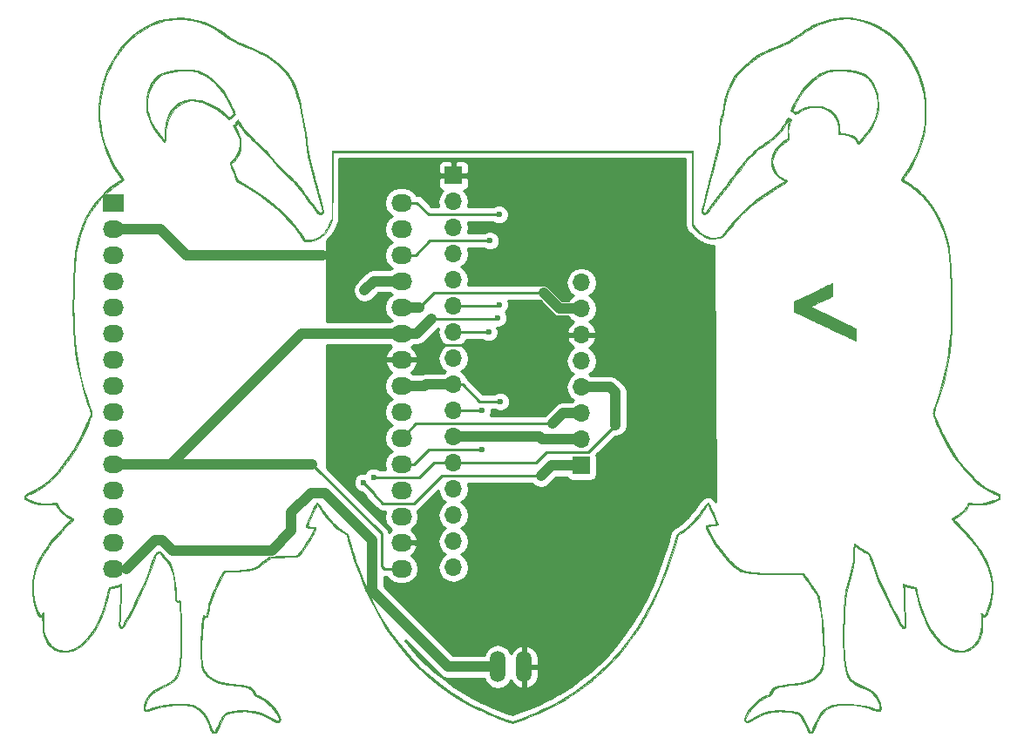
<source format=gtl>
G04 #@! TF.FileFunction,Copper,L1,Top,Signal*
%FSLAX46Y46*%
G04 Gerber Fmt 4.6, Leading zero omitted, Abs format (unit mm)*
G04 Created by KiCad (PCBNEW 4.0.4+e1-6308~48~ubuntu16.04.1-stable) date Tue Jan 10 15:15:48 2017*
%MOMM*%
%LPD*%
G01*
G04 APERTURE LIST*
%ADD10C,0.100000*%
%ADD11C,0.010000*%
%ADD12O,1.506220X3.014980*%
%ADD13O,2.032000X1.727200*%
%ADD14R,2.032000X1.727200*%
%ADD15R,1.700000X1.700000*%
%ADD16O,1.700000X1.700000*%
%ADD17C,0.600000*%
%ADD18C,1.000000*%
%ADD19C,0.250000*%
%ADD20C,0.254000*%
G04 APERTURE END LIST*
D10*
D11*
G36*
X121340634Y-65747925D02*
X122100576Y-65895920D01*
X122850290Y-66132899D01*
X123586168Y-66458281D01*
X124304602Y-66871490D01*
X124601085Y-67071660D01*
X125002158Y-67350839D01*
X125354130Y-67586191D01*
X125670798Y-67785467D01*
X125965959Y-67956416D01*
X126253409Y-68106789D01*
X126546946Y-68244337D01*
X126860366Y-68376809D01*
X127075460Y-68461619D01*
X127587866Y-68665539D01*
X128038865Y-68860277D01*
X128441573Y-69053677D01*
X128809107Y-69253581D01*
X129154581Y-69467835D01*
X129491111Y-69704281D01*
X129831813Y-69970763D01*
X130189803Y-70275126D01*
X130358055Y-70424758D01*
X130675946Y-70727511D01*
X130939273Y-71020403D01*
X131162291Y-71324609D01*
X131359255Y-71661303D01*
X131544421Y-72051659D01*
X131686052Y-72397311D01*
X131867235Y-72906623D01*
X132039618Y-73483910D01*
X132204015Y-74133017D01*
X132361241Y-74857787D01*
X132512110Y-75662066D01*
X132657437Y-76549698D01*
X132798036Y-77524528D01*
X132841571Y-77851000D01*
X132866577Y-78039516D01*
X132890478Y-78210562D01*
X132915204Y-78372633D01*
X132942681Y-78534223D01*
X132974837Y-78703827D01*
X133013599Y-78889937D01*
X133060895Y-79101050D01*
X133118653Y-79345659D01*
X133188798Y-79632258D01*
X133273260Y-79969342D01*
X133373966Y-80365404D01*
X133492843Y-80828941D01*
X133631818Y-81368444D01*
X133697429Y-81622775D01*
X133824815Y-82117920D01*
X133945201Y-82588695D01*
X134056675Y-83027438D01*
X134157324Y-83426484D01*
X134245235Y-83778170D01*
X134318496Y-84074833D01*
X134375194Y-84308809D01*
X134413417Y-84472434D01*
X134431253Y-84558045D01*
X134432343Y-84567545D01*
X134398674Y-84661618D01*
X134313117Y-84750922D01*
X134198849Y-84817667D01*
X134079046Y-84844065D01*
X134072194Y-84843978D01*
X134039715Y-84836687D01*
X133999407Y-84812639D01*
X133946485Y-84766009D01*
X133876166Y-84690971D01*
X133783668Y-84581700D01*
X133664206Y-84432370D01*
X133512997Y-84237157D01*
X133325258Y-83990233D01*
X133096205Y-83685774D01*
X132840104Y-83343460D01*
X132542789Y-82946980D01*
X132290330Y-82614028D01*
X132077788Y-82338478D01*
X131900226Y-82114203D01*
X131752706Y-81935076D01*
X131630289Y-81794973D01*
X131528037Y-81687765D01*
X131441013Y-81607328D01*
X131440093Y-81606545D01*
X131254750Y-81446090D01*
X131075696Y-81284535D01*
X130895934Y-81114568D01*
X130708470Y-80928880D01*
X130506308Y-80720161D01*
X130282453Y-80481099D01*
X130029909Y-80204384D01*
X129741681Y-79882706D01*
X129410774Y-79508755D01*
X129164023Y-79227965D01*
X128958240Y-79000799D01*
X128712161Y-78741001D01*
X128446883Y-78470138D01*
X128183507Y-78209775D01*
X127958156Y-77995396D01*
X127739248Y-77790061D01*
X127519734Y-77580343D01*
X127314254Y-77380505D01*
X127137449Y-77204811D01*
X127003959Y-77067526D01*
X126984944Y-77047223D01*
X126857304Y-76903440D01*
X126717816Y-76735979D01*
X126576949Y-76558708D01*
X126445169Y-76385491D01*
X126332944Y-76230195D01*
X126250742Y-76106687D01*
X126209031Y-76028833D01*
X126205932Y-76015273D01*
X126181662Y-75978832D01*
X126120407Y-75999953D01*
X126038579Y-76070620D01*
X125999856Y-76115891D01*
X125893482Y-76251146D01*
X125973022Y-76387221D01*
X126065998Y-76571976D01*
X126164135Y-76808362D01*
X126255015Y-77062265D01*
X126326221Y-77299571D01*
X126359958Y-77450271D01*
X126378696Y-77619647D01*
X126389366Y-77839958D01*
X126390220Y-78070096D01*
X126388656Y-78125435D01*
X126353758Y-78485289D01*
X126272327Y-78807848D01*
X126137827Y-79107066D01*
X125943720Y-79396899D01*
X125683470Y-79691302D01*
X125630065Y-79744900D01*
X125490324Y-79883000D01*
X125781706Y-80666365D01*
X125895295Y-80966101D01*
X125985325Y-81189695D01*
X126056244Y-81346834D01*
X126112505Y-81447207D01*
X126158557Y-81500500D01*
X126167865Y-81506932D01*
X126227446Y-81542537D01*
X126344683Y-81612298D01*
X126509049Y-81709961D01*
X126710019Y-81829275D01*
X126937068Y-81963989D01*
X127115626Y-82069881D01*
X128071309Y-82670090D01*
X128955777Y-83295694D01*
X129771156Y-83948672D01*
X130519575Y-84631004D01*
X131203163Y-85344669D01*
X131824046Y-86091645D01*
X132384353Y-86873912D01*
X132540847Y-87115606D01*
X132592246Y-87191685D01*
X132641787Y-87238925D01*
X132709280Y-87265442D01*
X132814534Y-87279351D01*
X132961627Y-87287980D01*
X133350840Y-87269284D01*
X133709767Y-87170376D01*
X134044870Y-86988042D01*
X134362615Y-86719065D01*
X134569561Y-86488104D01*
X134730515Y-86281401D01*
X134852354Y-86097774D01*
X134955394Y-85902944D01*
X135059955Y-85662636D01*
X135062397Y-85656649D01*
X135247417Y-85202667D01*
X135257638Y-81930925D01*
X135267858Y-78659182D01*
X170333537Y-78659182D01*
X170333537Y-82208024D01*
X170333579Y-82864404D01*
X170333792Y-83434646D01*
X170334303Y-83924974D01*
X170335241Y-84341615D01*
X170336734Y-84690793D01*
X170338912Y-84978733D01*
X170341902Y-85211662D01*
X170345832Y-85395803D01*
X170350832Y-85537382D01*
X170357030Y-85642625D01*
X170364554Y-85717757D01*
X170373532Y-85769003D01*
X170384094Y-85802588D01*
X170396367Y-85824737D01*
X170408464Y-85839469D01*
X170458389Y-85911005D01*
X170466973Y-85954431D01*
X170483608Y-86002145D01*
X170546835Y-86092067D01*
X170643852Y-86208995D01*
X170761856Y-86337726D01*
X170888044Y-86463060D01*
X170921149Y-86493701D01*
X171287130Y-86776602D01*
X171663075Y-86967982D01*
X172050015Y-87068038D01*
X172448984Y-87076970D01*
X172861016Y-86994977D01*
X173092245Y-86911747D01*
X173192208Y-86838933D01*
X173322493Y-86694203D01*
X173457546Y-86512040D01*
X173570748Y-86356311D01*
X173722819Y-86157885D01*
X173897484Y-85937458D01*
X174078468Y-85715722D01*
X174167644Y-85609173D01*
X174717429Y-84994287D01*
X175301965Y-84411266D01*
X175929079Y-83853621D01*
X176606597Y-83314866D01*
X177342344Y-82788511D01*
X178144148Y-82268070D01*
X178351597Y-82140699D01*
X178587740Y-81996141D01*
X178800388Y-81863911D01*
X178980412Y-81749853D01*
X179118680Y-81659812D01*
X179206063Y-81599633D01*
X179233606Y-81576058D01*
X179207147Y-81542301D01*
X179128422Y-81493584D01*
X179060947Y-81461174D01*
X178861434Y-81351022D01*
X178650945Y-81197350D01*
X178455571Y-81021790D01*
X178301407Y-80845971D01*
X178276728Y-80811068D01*
X178135336Y-80573081D01*
X178043228Y-80341154D01*
X177992153Y-80085574D01*
X177973858Y-79776625D01*
X177973418Y-79718969D01*
X177974883Y-79506158D01*
X177984307Y-79352509D01*
X178007633Y-79224850D01*
X178050808Y-79090010D01*
X178115787Y-78924649D01*
X178298772Y-78562482D01*
X178545217Y-78224869D01*
X178858788Y-77907664D01*
X179243152Y-77606717D01*
X179337268Y-77542484D01*
X179526820Y-77416096D01*
X179527769Y-76825366D01*
X179530342Y-76558433D01*
X179538654Y-76359660D01*
X179555077Y-76204937D01*
X179581987Y-76070150D01*
X179613067Y-75959146D01*
X179668933Y-75764706D01*
X179693194Y-75646631D01*
X179684374Y-75605390D01*
X179640999Y-75641453D01*
X179561594Y-75755288D01*
X179444683Y-75947366D01*
X179397843Y-76027618D01*
X179112885Y-76466282D01*
X178779798Y-76878567D01*
X178392416Y-77270425D01*
X177944572Y-77647810D01*
X177430101Y-78016674D01*
X177151282Y-78196446D01*
X176890483Y-78362418D01*
X176692542Y-78495984D01*
X176550941Y-78602009D01*
X176459164Y-78685356D01*
X176412029Y-78748272D01*
X176312375Y-78894379D01*
X176171131Y-79047367D01*
X176016773Y-79178824D01*
X175916534Y-79242629D01*
X175864542Y-79291065D01*
X175762746Y-79407976D01*
X175611641Y-79592728D01*
X175411724Y-79844684D01*
X175163491Y-80163208D01*
X174867436Y-80547664D01*
X174524055Y-80997417D01*
X174133846Y-81511830D01*
X173707362Y-82076908D01*
X173324614Y-82585281D01*
X172989775Y-83029840D01*
X172699257Y-83414562D01*
X172449472Y-83743426D01*
X172236832Y-84020409D01*
X172057748Y-84249487D01*
X171908633Y-84434639D01*
X171785898Y-84579842D01*
X171685956Y-84689072D01*
X171605218Y-84766309D01*
X171540096Y-84815528D01*
X171487002Y-84840708D01*
X171442348Y-84845826D01*
X171402545Y-84834859D01*
X171364007Y-84811784D01*
X171323144Y-84780580D01*
X171290776Y-84755688D01*
X171193623Y-84651977D01*
X171167562Y-84559588D01*
X171178692Y-84499689D01*
X171210914Y-84358738D01*
X171262475Y-84143756D01*
X171331621Y-83861760D01*
X171416597Y-83519772D01*
X171515650Y-83124809D01*
X171627025Y-82683893D01*
X171748970Y-82204041D01*
X171879729Y-81692273D01*
X172017550Y-81155609D01*
X172036062Y-81083727D01*
X172904568Y-77712455D01*
X172867168Y-77389182D01*
X172850001Y-77096855D01*
X172856171Y-76751270D01*
X172882849Y-76377285D01*
X172927201Y-75999757D01*
X172986399Y-75643545D01*
X173057609Y-75333506D01*
X173124903Y-75126273D01*
X173171732Y-74979811D01*
X173222988Y-74774848D01*
X173270937Y-74544052D01*
X173294311Y-74410455D01*
X173423612Y-73749659D01*
X173592970Y-73111361D01*
X173796197Y-72514941D01*
X174027104Y-71979781D01*
X174140494Y-71760278D01*
X174314512Y-71464495D01*
X174497769Y-71200808D01*
X174705846Y-70950087D01*
X174954330Y-70693207D01*
X175187829Y-70474804D01*
X175571769Y-70136056D01*
X175928734Y-69842114D01*
X176272268Y-69584798D01*
X176615917Y-69355931D01*
X176973225Y-69147336D01*
X177357736Y-68950834D01*
X177782994Y-68758248D01*
X178262543Y-68561400D01*
X178526496Y-68458980D01*
X178924971Y-68298215D01*
X179295006Y-68129315D01*
X179654143Y-67942560D01*
X180019924Y-67728231D01*
X180409891Y-67476609D01*
X180841586Y-67177975D01*
X180852448Y-67170261D01*
X181248088Y-66898987D01*
X181609995Y-66673861D01*
X181962349Y-66481415D01*
X182329330Y-66308181D01*
X182616522Y-66187652D01*
X183366675Y-65933484D01*
X184125316Y-65769148D01*
X184887669Y-65694244D01*
X185648956Y-65708374D01*
X186404402Y-65811138D01*
X187149229Y-66002136D01*
X187878661Y-66280971D01*
X188587921Y-66647241D01*
X188665017Y-66693162D01*
X189192041Y-67035128D01*
X189665161Y-67395825D01*
X190106293Y-67794102D01*
X190537352Y-68248809D01*
X190720718Y-68461210D01*
X191233131Y-69130435D01*
X191684772Y-69847696D01*
X192073198Y-70607109D01*
X192395965Y-71402793D01*
X192650627Y-72228866D01*
X192834740Y-73079447D01*
X192929858Y-73776227D01*
X192954246Y-74125476D01*
X192965012Y-74535865D01*
X192962956Y-74982294D01*
X192948880Y-75439666D01*
X192923587Y-75882883D01*
X192887878Y-76286847D01*
X192842554Y-76626461D01*
X192837948Y-76653482D01*
X192665756Y-77444081D01*
X192426561Y-78239443D01*
X192127206Y-79023388D01*
X191774536Y-79779738D01*
X191375392Y-80492311D01*
X190940433Y-81139766D01*
X190853238Y-81264106D01*
X190791031Y-81364637D01*
X190767268Y-81419617D01*
X190767268Y-81419644D01*
X190799328Y-81460818D01*
X190882189Y-81520208D01*
X190966298Y-81568076D01*
X191339749Y-81788086D01*
X191737701Y-82069995D01*
X192142293Y-82399101D01*
X192535660Y-82760702D01*
X192899941Y-83140096D01*
X192963128Y-83211530D01*
X193445346Y-83822359D01*
X193885816Y-84497342D01*
X194278494Y-85223425D01*
X194617339Y-85987557D01*
X194896308Y-86776687D01*
X195109361Y-87577762D01*
X195200759Y-88045154D01*
X195231174Y-88259370D01*
X195264186Y-88552519D01*
X195298741Y-88911275D01*
X195333788Y-89322315D01*
X195368273Y-89772313D01*
X195401145Y-90247946D01*
X195431350Y-90735889D01*
X195457836Y-91222818D01*
X195467514Y-91422032D01*
X195480785Y-91775689D01*
X195491138Y-92194973D01*
X195498576Y-92662665D01*
X195503101Y-93161548D01*
X195504718Y-93674403D01*
X195503429Y-94184012D01*
X195499237Y-94673157D01*
X195492144Y-95124620D01*
X195482153Y-95521182D01*
X195469268Y-95845625D01*
X195466762Y-95892872D01*
X195359072Y-97286044D01*
X195192796Y-98626737D01*
X194966186Y-99923601D01*
X194677495Y-101185286D01*
X194324974Y-102420444D01*
X193906876Y-103637725D01*
X193896370Y-103665860D01*
X193834749Y-103839156D01*
X193788045Y-103986826D01*
X193763905Y-104084084D01*
X193762194Y-104100803D01*
X193779865Y-104179603D01*
X193829138Y-104325429D01*
X193904406Y-104524831D01*
X194000059Y-104764358D01*
X194110487Y-105030563D01*
X194230082Y-105309994D01*
X194353235Y-105589204D01*
X194474336Y-105854741D01*
X194587778Y-106093157D01*
X194621884Y-106162205D01*
X195113476Y-107087080D01*
X195630192Y-107939839D01*
X196184120Y-108739357D01*
X196678673Y-109373451D01*
X197220271Y-109996737D01*
X197753354Y-110534625D01*
X198284291Y-110992282D01*
X198819447Y-111374878D01*
X199365190Y-111687581D01*
X199745222Y-111862779D01*
X200150104Y-112032057D01*
X200150104Y-112532965D01*
X199733089Y-112686441D01*
X199376109Y-112811953D01*
X199069587Y-112905158D01*
X198794294Y-112970133D01*
X198530997Y-113010960D01*
X198260467Y-113031716D01*
X198083985Y-113036262D01*
X197874001Y-113035546D01*
X197672339Y-113029759D01*
X197500891Y-113019848D01*
X197381547Y-113006760D01*
X197374707Y-113005568D01*
X197258405Y-112987576D01*
X197192471Y-112994227D01*
X197152523Y-113034693D01*
X197121510Y-113100825D01*
X196998463Y-113324068D01*
X196819500Y-113560391D01*
X196600684Y-113793852D01*
X196358079Y-114008506D01*
X196107749Y-114188410D01*
X195920427Y-114292942D01*
X195794258Y-114356704D01*
X195701562Y-114410151D01*
X195659721Y-114443124D01*
X195658907Y-114445842D01*
X195687466Y-114488479D01*
X195755420Y-114555634D01*
X195763161Y-114562411D01*
X196032600Y-114809176D01*
X196331254Y-115106060D01*
X196648265Y-115440422D01*
X196972774Y-115799621D01*
X197293923Y-116171016D01*
X197600853Y-116541965D01*
X197882705Y-116899828D01*
X198128620Y-117231964D01*
X198327741Y-117525731D01*
X198377740Y-117606158D01*
X198690341Y-118154861D01*
X198941716Y-118672234D01*
X199136452Y-119172808D01*
X199279138Y-119671114D01*
X199374362Y-120181682D01*
X199426710Y-120719045D01*
X199437173Y-120961727D01*
X199435013Y-121508674D01*
X199392347Y-122007093D01*
X199304772Y-122489675D01*
X199167889Y-122989111D01*
X199161574Y-123009119D01*
X199055712Y-123329536D01*
X198964428Y-123570163D01*
X198881609Y-123740071D01*
X198801142Y-123848326D01*
X198716917Y-123903999D01*
X198622820Y-123916158D01*
X198557165Y-123905898D01*
X198463089Y-123883990D01*
X198462431Y-124466404D01*
X198451709Y-124898225D01*
X198418108Y-125264134D01*
X198357879Y-125587596D01*
X198267267Y-125892075D01*
X198210527Y-126041727D01*
X198013105Y-126429745D01*
X197761129Y-126755787D01*
X197459511Y-127015183D01*
X197113161Y-127203261D01*
X196918239Y-127270975D01*
X196688421Y-127313740D01*
X196412887Y-127329311D01*
X196118022Y-127319062D01*
X195830213Y-127284366D01*
X195575847Y-127226598D01*
X195487119Y-127196474D01*
X195043716Y-126988091D01*
X194628205Y-126711686D01*
X194228735Y-126358438D01*
X193936349Y-126042217D01*
X193526892Y-125505680D01*
X193152194Y-124892005D01*
X192815168Y-124207877D01*
X192518730Y-123459981D01*
X192265793Y-122655001D01*
X192059272Y-121799623D01*
X192035394Y-121682095D01*
X191993779Y-121485082D01*
X191954603Y-121321282D01*
X191923210Y-121211960D01*
X191909120Y-121179692D01*
X191857006Y-121154780D01*
X191750246Y-121126956D01*
X191609721Y-121101426D01*
X191575566Y-121096527D01*
X191401203Y-121066952D01*
X191227886Y-121028072D01*
X191092325Y-120988153D01*
X191089207Y-120987019D01*
X190978285Y-120953920D01*
X190898707Y-120944119D01*
X190876086Y-120951519D01*
X190869006Y-121008908D01*
X190867171Y-121149422D01*
X190870258Y-121364073D01*
X190877943Y-121643873D01*
X190889901Y-121979834D01*
X190905809Y-122362966D01*
X190925343Y-122784282D01*
X190948179Y-123234792D01*
X190973993Y-123705509D01*
X190977630Y-123769106D01*
X190993854Y-124072354D01*
X191006330Y-124348154D01*
X191014584Y-124581953D01*
X191018142Y-124759198D01*
X191016527Y-124865336D01*
X191014045Y-124885806D01*
X190958612Y-124961743D01*
X190855865Y-125007191D01*
X190732303Y-125012755D01*
X190685198Y-125002395D01*
X190638263Y-124967178D01*
X190569963Y-124880274D01*
X190476265Y-124735312D01*
X190353137Y-124525924D01*
X190196546Y-124245740D01*
X190135456Y-124134118D01*
X189461313Y-122847821D01*
X188856528Y-121589450D01*
X188319322Y-120354971D01*
X187847916Y-119140350D01*
X187538184Y-118245211D01*
X187412194Y-117860876D01*
X187054437Y-117681351D01*
X186853517Y-117571888D01*
X186633955Y-117438733D01*
X186434747Y-117305865D01*
X186383981Y-117269050D01*
X186248679Y-117169444D01*
X186139438Y-117091122D01*
X186071056Y-117044579D01*
X186055807Y-117036273D01*
X186049020Y-117079805D01*
X186040425Y-117199918D01*
X186030898Y-117380886D01*
X186021311Y-117606986D01*
X186016195Y-117748881D01*
X186004596Y-118028984D01*
X185989381Y-118307061D01*
X185972281Y-118555928D01*
X185955024Y-118748404D01*
X185949720Y-118793893D01*
X185925889Y-118926047D01*
X185880187Y-119129929D01*
X185816438Y-119390369D01*
X185738467Y-119692199D01*
X185650098Y-120020249D01*
X185555157Y-120359350D01*
X185554021Y-120363327D01*
X185200658Y-121600358D01*
X185141222Y-122424042D01*
X185080159Y-123376428D01*
X185037203Y-124285500D01*
X185012258Y-125145587D01*
X185005225Y-125951020D01*
X185016007Y-126696126D01*
X185044505Y-127375235D01*
X185090622Y-127982676D01*
X185154260Y-128512780D01*
X185235321Y-128959874D01*
X185255460Y-129046437D01*
X185342150Y-129345743D01*
X185450264Y-129603074D01*
X185587899Y-129826651D01*
X185763152Y-130024696D01*
X185984122Y-130205430D01*
X186258905Y-130377077D01*
X186595601Y-130547857D01*
X186843537Y-130658870D01*
X187254023Y-130851259D01*
X187595448Y-131046606D01*
X187874537Y-131250521D01*
X188098020Y-131468615D01*
X188272623Y-131706500D01*
X188399737Y-131956862D01*
X188498709Y-132229222D01*
X188565714Y-132487976D01*
X188598615Y-132717467D01*
X188595276Y-132902035D01*
X188553561Y-133026023D01*
X188546799Y-133034974D01*
X188497167Y-133079315D01*
X188431819Y-133099848D01*
X188338850Y-133095013D01*
X188206354Y-133063249D01*
X188022423Y-133002994D01*
X187862866Y-132945309D01*
X187236090Y-132747367D01*
X186572077Y-132599026D01*
X185896780Y-132504421D01*
X185236153Y-132467682D01*
X184897869Y-132473216D01*
X184466071Y-132507489D01*
X184096004Y-132572259D01*
X183776603Y-132672183D01*
X183496808Y-132811917D01*
X183245554Y-132996116D01*
X183011780Y-133229437D01*
X182961168Y-133288333D01*
X182834570Y-133445685D01*
X182723651Y-133600516D01*
X182619429Y-133768829D01*
X182512922Y-133966630D01*
X182395149Y-134209922D01*
X182257130Y-134514711D01*
X182199160Y-134646210D01*
X181952396Y-135208818D01*
X181573985Y-135208818D01*
X181429734Y-134862455D01*
X181256192Y-134459937D01*
X181101559Y-134134622D01*
X180959556Y-133876595D01*
X180823902Y-133675941D01*
X180688318Y-133522745D01*
X180546524Y-133407093D01*
X180482263Y-133366543D01*
X180305956Y-133289919D01*
X180068714Y-133225430D01*
X179784878Y-133174175D01*
X179468792Y-133137254D01*
X179134796Y-133115766D01*
X178797235Y-133110812D01*
X178470450Y-133123491D01*
X178168783Y-133154903D01*
X178029358Y-133178464D01*
X177399243Y-133346365D01*
X176758628Y-133605118D01*
X176108570Y-133954291D01*
X176057711Y-133985186D01*
X175842413Y-134098435D01*
X175653350Y-134161342D01*
X175501084Y-134171886D01*
X175396176Y-134128045D01*
X175383208Y-134114309D01*
X175342620Y-134003271D01*
X175348778Y-133839774D01*
X175399906Y-133642332D01*
X175437735Y-133545905D01*
X175667940Y-133107842D01*
X175962415Y-132697843D01*
X176311101Y-132325736D01*
X176703941Y-132001347D01*
X177130877Y-131734502D01*
X177441127Y-131588642D01*
X177604361Y-131518903D01*
X177709555Y-131463698D01*
X177771612Y-131412362D01*
X177805437Y-131354229D01*
X177816159Y-131320262D01*
X177871951Y-131157414D01*
X177949950Y-131018822D01*
X178056823Y-130901485D01*
X178199237Y-130802401D01*
X178383858Y-130718570D01*
X178617352Y-130646992D01*
X178906385Y-130584666D01*
X179257625Y-130528590D01*
X179677736Y-130475764D01*
X179697150Y-130473553D01*
X180082734Y-130427864D01*
X180404639Y-130384803D01*
X180674892Y-130341920D01*
X180905520Y-130296766D01*
X181108551Y-130246890D01*
X181296010Y-130189843D01*
X181479925Y-130123175D01*
X181546203Y-130096906D01*
X181940232Y-129899259D01*
X182276614Y-129646691D01*
X182526286Y-129379690D01*
X182665276Y-129181042D01*
X182776629Y-128962720D01*
X182862748Y-128713151D01*
X182926030Y-128420767D01*
X182968875Y-128073995D01*
X182993684Y-127661266D01*
X183002855Y-127171008D01*
X183003032Y-127080818D01*
X182991272Y-126470608D01*
X182957337Y-125794351D01*
X182903171Y-125073568D01*
X182830718Y-124329778D01*
X182741922Y-123584502D01*
X182638727Y-122859259D01*
X182599568Y-122614150D01*
X182563017Y-122404957D01*
X182524772Y-122229560D01*
X182477946Y-122073939D01*
X182415647Y-121924074D01*
X182330988Y-121765946D01*
X182217078Y-121585536D01*
X182067029Y-121368823D01*
X181873950Y-121101789D01*
X181820437Y-121028647D01*
X181660010Y-120807343D01*
X181495817Y-120576898D01*
X181344469Y-120360872D01*
X181222578Y-120182830D01*
X181194915Y-120141370D01*
X180967417Y-119797460D01*
X178844432Y-119786978D01*
X178349490Y-119784097D01*
X177921629Y-119780372D01*
X177552110Y-119775308D01*
X177232193Y-119768411D01*
X176953139Y-119759184D01*
X176706209Y-119747133D01*
X176482663Y-119731764D01*
X176273763Y-119712582D01*
X176070769Y-119689091D01*
X175864941Y-119660797D01*
X175647540Y-119627205D01*
X175451447Y-119594845D01*
X175211516Y-119547993D01*
X175021952Y-119493985D01*
X174857308Y-119424527D01*
X174750104Y-119366293D01*
X174463850Y-119169037D01*
X174151259Y-118900603D01*
X173820826Y-118571851D01*
X173481048Y-118193640D01*
X173140424Y-117776829D01*
X172807449Y-117332279D01*
X172490621Y-116870850D01*
X172198437Y-116403401D01*
X171939393Y-115940792D01*
X171724328Y-115499138D01*
X171639617Y-115305033D01*
X171593762Y-115171042D01*
X171593666Y-115084677D01*
X171646235Y-115033452D01*
X171758373Y-115004880D01*
X171936984Y-114986475D01*
X172011074Y-114980553D01*
X172238955Y-114963303D01*
X172401989Y-114944908D01*
X172505154Y-114913088D01*
X172553429Y-114855566D01*
X172551792Y-114760065D01*
X172505221Y-114614305D01*
X172418694Y-114406009D01*
X172328741Y-114197078D01*
X172219912Y-113946323D01*
X172110867Y-113701805D01*
X172011579Y-113485441D01*
X171932027Y-113319150D01*
X171904253Y-113264450D01*
X171765337Y-112999909D01*
X171692743Y-113121308D01*
X171642361Y-113199131D01*
X171553212Y-113330541D01*
X171436341Y-113499491D01*
X171302793Y-113689934D01*
X171249274Y-113765581D01*
X170889018Y-114243100D01*
X170514832Y-114682259D01*
X170136491Y-115073424D01*
X169763771Y-115406967D01*
X169406445Y-115673256D01*
X169168528Y-115815643D01*
X168879121Y-115968902D01*
X168627886Y-116860497D01*
X168161636Y-118390705D01*
X167644301Y-119852857D01*
X167075512Y-121247554D01*
X166454900Y-122575399D01*
X165782097Y-123836995D01*
X165056734Y-125032943D01*
X164278441Y-126163847D01*
X163446850Y-127230309D01*
X162561593Y-128232931D01*
X161622299Y-129172315D01*
X160628602Y-130049064D01*
X160476820Y-130173595D01*
X159794107Y-130708244D01*
X159106255Y-131204994D01*
X158403943Y-131669037D01*
X157677845Y-132105565D01*
X156918639Y-132519771D01*
X156117000Y-132916845D01*
X155263603Y-133301981D01*
X154349126Y-133680371D01*
X153787177Y-133898750D01*
X152803055Y-134273035D01*
X152213893Y-134052680D01*
X151909038Y-133936680D01*
X151571613Y-133804879D01*
X151215891Y-133663132D01*
X150856144Y-133517289D01*
X150506645Y-133373202D01*
X150181666Y-133236724D01*
X149895481Y-133113706D01*
X149662360Y-133010001D01*
X149594572Y-132978707D01*
X148380535Y-132365134D01*
X147219003Y-131684943D01*
X146110141Y-130938339D01*
X145054109Y-130125525D01*
X144051072Y-129246708D01*
X143101191Y-128302090D01*
X142204630Y-127291877D01*
X141361551Y-126216273D01*
X140572117Y-125075483D01*
X139836490Y-123869712D01*
X139154834Y-122599163D01*
X138527311Y-121264041D01*
X137954084Y-119864552D01*
X137435315Y-118400898D01*
X137077094Y-117244091D01*
X136992654Y-116952733D01*
X136915105Y-116682338D01*
X136848693Y-116447936D01*
X136797665Y-116264560D01*
X136766268Y-116147242D01*
X136760250Y-116122593D01*
X136734819Y-116042343D01*
X136690248Y-115978637D01*
X136610658Y-115916582D01*
X136480166Y-115841285D01*
X136434092Y-115816723D01*
X136055612Y-115580072D01*
X135660600Y-115263943D01*
X135256805Y-114876358D01*
X134851975Y-114425340D01*
X134453857Y-113918912D01*
X134077820Y-113376802D01*
X133844731Y-113019330D01*
X133775587Y-113120585D01*
X133717750Y-113219477D01*
X133638364Y-113375037D01*
X133543225Y-113573862D01*
X133438129Y-113802544D01*
X133328872Y-114047681D01*
X133221251Y-114295865D01*
X133121062Y-114533693D01*
X133034101Y-114747758D01*
X132966164Y-114924656D01*
X132923047Y-115050982D01*
X132910548Y-115113330D01*
X132912346Y-115117033D01*
X132962143Y-115131569D01*
X133065433Y-115149084D01*
X133200091Y-115165840D01*
X133203344Y-115166183D01*
X133410253Y-115189521D01*
X133552937Y-115210856D01*
X133642857Y-115233635D01*
X133691477Y-115261311D01*
X133710260Y-115297332D01*
X133712044Y-115319287D01*
X133689064Y-115410364D01*
X133624551Y-115561409D01*
X133525150Y-115761068D01*
X133397504Y-115997985D01*
X133248257Y-116260807D01*
X133084052Y-116538178D01*
X132911532Y-116818745D01*
X132737343Y-117091153D01*
X132568126Y-117344046D01*
X132410527Y-117566071D01*
X132351365Y-117644820D01*
X132221911Y-117809356D01*
X132124594Y-117918399D01*
X132042388Y-117986777D01*
X131958268Y-118029314D01*
X131881851Y-118053684D01*
X131786807Y-118069850D01*
X131625185Y-118085564D01*
X131406230Y-118100292D01*
X131139185Y-118113497D01*
X130833294Y-118124644D01*
X130515621Y-118132830D01*
X129347407Y-118157260D01*
X129018158Y-118411732D01*
X128711432Y-118647959D01*
X128459148Y-118839262D01*
X128252134Y-118990974D01*
X128081218Y-119108429D01*
X127937227Y-119196960D01*
X127810991Y-119261900D01*
X127693337Y-119308582D01*
X127575092Y-119342341D01*
X127447086Y-119368508D01*
X127343089Y-119385743D01*
X127134925Y-119413739D01*
X126869356Y-119442260D01*
X126564780Y-119469879D01*
X126239595Y-119495165D01*
X125912200Y-119516691D01*
X125600994Y-119533029D01*
X125324375Y-119542748D01*
X125319547Y-119542860D01*
X124869289Y-119553182D01*
X124399780Y-120453727D01*
X124138238Y-120964595D01*
X123919243Y-121414375D01*
X123738449Y-121814556D01*
X123591506Y-122176626D01*
X123474065Y-122512074D01*
X123381777Y-122832388D01*
X123310295Y-123149057D01*
X123255268Y-123473569D01*
X123254410Y-123479496D01*
X123187841Y-123940455D01*
X123000316Y-123963546D01*
X122812791Y-123986636D01*
X122768660Y-124309909D01*
X122713956Y-124775879D01*
X122667150Y-125303603D01*
X122630151Y-125862763D01*
X122604868Y-126423039D01*
X122593213Y-126954109D01*
X122592660Y-127103909D01*
X122598450Y-127588155D01*
X122616402Y-127993163D01*
X122649226Y-128331339D01*
X122699632Y-128615086D01*
X122770331Y-128856810D01*
X122864032Y-129068917D01*
X122983447Y-129263811D01*
X123097171Y-129413064D01*
X123318608Y-129649749D01*
X123567668Y-129849682D01*
X123852577Y-130016462D01*
X124181555Y-130153693D01*
X124562827Y-130264975D01*
X125004615Y-130353910D01*
X125364332Y-130406070D01*
X125759118Y-130456176D01*
X126086294Y-130498541D01*
X126353705Y-130534461D01*
X126569198Y-130565230D01*
X126740618Y-130592146D01*
X126875812Y-130616504D01*
X126982627Y-130639599D01*
X127068907Y-130662728D01*
X127142500Y-130687186D01*
X127198467Y-130708972D01*
X127404701Y-130807514D01*
X127552391Y-130916165D01*
X127658631Y-131051411D01*
X127740515Y-131229740D01*
X127741660Y-131232868D01*
X127791963Y-131360810D01*
X127841253Y-131439475D01*
X127912316Y-131491129D01*
X128027941Y-131538039D01*
X128068665Y-131552399D01*
X128459815Y-131728089D01*
X128854093Y-131977646D01*
X129232251Y-132286686D01*
X129575036Y-132640827D01*
X129655626Y-132738061D01*
X129869498Y-133026610D01*
X130040231Y-133301830D01*
X130163644Y-133554577D01*
X130235555Y-133775703D01*
X130251782Y-133956064D01*
X130240839Y-134017977D01*
X130207833Y-134098876D01*
X130153250Y-134140154D01*
X130052198Y-134158456D01*
X130027577Y-134160561D01*
X129921132Y-134159169D01*
X129814442Y-134131525D01*
X129684335Y-134069450D01*
X129554415Y-133993529D01*
X128930323Y-133650164D01*
X128322906Y-133392462D01*
X127725321Y-133218276D01*
X127130729Y-133125462D01*
X126730522Y-133107731D01*
X126463807Y-133114853D01*
X126184240Y-133134913D01*
X125907344Y-133165655D01*
X125648641Y-133204826D01*
X125423655Y-133250170D01*
X125247910Y-133299432D01*
X125161312Y-133335669D01*
X124986947Y-133452726D01*
X124822600Y-133616785D01*
X124661784Y-133837330D01*
X124498010Y-134123844D01*
X124324792Y-134485814D01*
X124237855Y-134685684D01*
X124015947Y-135208818D01*
X123847019Y-135222588D01*
X123718434Y-135217978D01*
X123644271Y-135182050D01*
X123640174Y-135176406D01*
X123609230Y-135115443D01*
X123550436Y-134989446D01*
X123471384Y-134815032D01*
X123379664Y-134608817D01*
X123349035Y-134539182D01*
X123136692Y-134083470D01*
X122932025Y-133707048D01*
X122726871Y-133398880D01*
X122513064Y-133147932D01*
X122282439Y-132943168D01*
X122054582Y-132789741D01*
X121845014Y-132681633D01*
X121619406Y-132599317D01*
X121363631Y-132539644D01*
X121063557Y-132499463D01*
X120705058Y-132475626D01*
X120632940Y-132472817D01*
X120043413Y-132479124D01*
X119428233Y-132535693D01*
X118811347Y-132638523D01*
X118216702Y-132783609D01*
X117668246Y-132966949D01*
X117661898Y-132969422D01*
X117429264Y-133052702D01*
X117256246Y-133096281D01*
X117134444Y-133101273D01*
X117055457Y-133068796D01*
X117039029Y-133052127D01*
X117000262Y-132946206D01*
X116994213Y-132778431D01*
X117017444Y-132568131D01*
X117066517Y-132334639D01*
X117137996Y-132097285D01*
X117228441Y-131875400D01*
X117259243Y-131813822D01*
X117392525Y-131596901D01*
X117556619Y-131400026D01*
X117759931Y-131216750D01*
X118010867Y-131040626D01*
X118317834Y-130865207D01*
X118689238Y-130684046D01*
X118794283Y-130636595D01*
X119100654Y-130495439D01*
X119345960Y-130370822D01*
X119542323Y-130255141D01*
X119701862Y-130140795D01*
X119836699Y-130020183D01*
X119921220Y-129929846D01*
X120060449Y-129744589D01*
X120179057Y-129525381D01*
X120279066Y-129263580D01*
X120362499Y-128950544D01*
X120431378Y-128577630D01*
X120487726Y-128136195D01*
X120533566Y-127617596D01*
X120560930Y-127196273D01*
X120574853Y-126855650D01*
X120582679Y-126440722D01*
X120584653Y-125969221D01*
X120581019Y-125458882D01*
X120572023Y-124927438D01*
X120557909Y-124392623D01*
X120538924Y-123872171D01*
X120515311Y-123383816D01*
X120506053Y-123224636D01*
X120462343Y-122508818D01*
X120304176Y-122494793D01*
X120196309Y-122473564D01*
X120120723Y-122437765D01*
X120109017Y-122425520D01*
X120093806Y-122362463D01*
X120075834Y-122224227D01*
X120056832Y-122027836D01*
X120038529Y-121790313D01*
X120028519Y-121633710D01*
X119984153Y-121062535D01*
X119921784Y-120531112D01*
X119843378Y-120049754D01*
X119750905Y-119628775D01*
X119646331Y-119278488D01*
X119531625Y-119009207D01*
X119525616Y-118997976D01*
X119455263Y-118884003D01*
X119344031Y-118722538D01*
X119204707Y-118531341D01*
X119050075Y-118328171D01*
X118971157Y-118227825D01*
X118541182Y-117687559D01*
X118364562Y-117772073D01*
X118187943Y-117856586D01*
X117994465Y-118427793D01*
X117598014Y-119531816D01*
X117157165Y-120631234D01*
X116664243Y-121744450D01*
X116247360Y-122616553D01*
X116074204Y-122963334D01*
X115896288Y-123310924D01*
X115718860Y-123649812D01*
X115547164Y-123970485D01*
X115386447Y-124263434D01*
X115241953Y-124519145D01*
X115118930Y-124728107D01*
X115022622Y-124880809D01*
X114958275Y-124967739D01*
X114942906Y-124981805D01*
X114846915Y-125010722D01*
X114734179Y-125004841D01*
X114668705Y-124982763D01*
X114621698Y-124942637D01*
X114591375Y-124872000D01*
X114575953Y-124758387D01*
X114573652Y-124589333D01*
X114582689Y-124352376D01*
X114599529Y-124062994D01*
X114621230Y-123698558D01*
X114642005Y-123316998D01*
X114661440Y-122929247D01*
X114679119Y-122546234D01*
X114694628Y-122178890D01*
X114707552Y-121838143D01*
X114717478Y-121534925D01*
X114723989Y-121280166D01*
X114726671Y-121084796D01*
X114725111Y-120959744D01*
X114718910Y-120915941D01*
X114674795Y-120928617D01*
X114582450Y-120960420D01*
X114511500Y-120986181D01*
X114377192Y-121026437D01*
X114204119Y-121065781D01*
X114029088Y-121095875D01*
X114024343Y-121096527D01*
X113878937Y-121120966D01*
X113762446Y-121149089D01*
X113695833Y-121175615D01*
X113689881Y-121180799D01*
X113667456Y-121239700D01*
X113631344Y-121370138D01*
X113586169Y-121554018D01*
X113536557Y-121773249D01*
X113526367Y-121820408D01*
X113413594Y-122316540D01*
X113298484Y-122754631D01*
X113170919Y-123168514D01*
X113020782Y-123592024D01*
X112913147Y-123871182D01*
X112629380Y-124527083D01*
X112326368Y-125104043D01*
X111997458Y-125614205D01*
X111849168Y-125812530D01*
X111425994Y-126297842D01*
X110983925Y-126694798D01*
X110523721Y-127002793D01*
X110112791Y-127196529D01*
X109879847Y-127263347D01*
X109602629Y-127307672D01*
X109307513Y-127328133D01*
X109020879Y-127323356D01*
X108769105Y-127291970D01*
X108681671Y-127270975D01*
X108309036Y-127123347D01*
X107986838Y-126907717D01*
X107713417Y-126622262D01*
X107487114Y-126265158D01*
X107306271Y-125834583D01*
X107268944Y-125718455D01*
X107227631Y-125574493D01*
X107197843Y-125442983D01*
X107177127Y-125302578D01*
X107163030Y-125131929D01*
X107153103Y-124909686D01*
X107145627Y-124644727D01*
X107127762Y-123917364D01*
X107002705Y-123917364D01*
X106895788Y-123908799D01*
X106815741Y-123888424D01*
X106755671Y-123822305D01*
X106681409Y-123682011D01*
X106598002Y-123482711D01*
X106510498Y-123239570D01*
X106423944Y-122967757D01*
X106343386Y-122682437D01*
X106273873Y-122398778D01*
X106220450Y-122131946D01*
X106209934Y-122067933D01*
X106175189Y-121753641D01*
X106156538Y-121382956D01*
X106153977Y-120989744D01*
X106167501Y-120607869D01*
X106197105Y-120271197D01*
X106210191Y-120177139D01*
X106332832Y-119594572D01*
X106520533Y-119008037D01*
X106774486Y-118415625D01*
X107095883Y-117815429D01*
X107485916Y-117205542D01*
X107945777Y-116584056D01*
X108476657Y-115949063D01*
X109079748Y-115298657D01*
X109554903Y-114824069D01*
X109690939Y-114687831D01*
X109800496Y-114569937D01*
X109872326Y-114483075D01*
X109895230Y-114440098D01*
X109856865Y-114402347D01*
X109766875Y-114343041D01*
X109644157Y-114274545D01*
X109634812Y-114269716D01*
X109466214Y-114173049D01*
X109287952Y-114055528D01*
X109173645Y-113970126D01*
X109038199Y-113846509D01*
X108892503Y-113690657D01*
X108750235Y-113520004D01*
X108625073Y-113351984D01*
X108530692Y-113204028D01*
X108480771Y-113093572D01*
X108478504Y-113084088D01*
X108460759Y-113018644D01*
X108429102Y-112988006D01*
X108363290Y-112985372D01*
X108243081Y-113003939D01*
X108241052Y-113004294D01*
X108120373Y-113018212D01*
X107946528Y-113029053D01*
X107742152Y-113035787D01*
X107529881Y-113037385D01*
X107515925Y-113037283D01*
X107174477Y-113022443D01*
X106849890Y-112980765D01*
X106520180Y-112907582D01*
X106163363Y-112798230D01*
X105848354Y-112683392D01*
X105669980Y-112612496D01*
X105550959Y-112557358D01*
X105477555Y-112509166D01*
X105436034Y-112459106D01*
X105414543Y-112405078D01*
X105402500Y-112258951D01*
X105513882Y-112258951D01*
X105517491Y-112307612D01*
X105564590Y-112369090D01*
X105639777Y-112425452D01*
X105775714Y-112494784D01*
X105958772Y-112572140D01*
X106175319Y-112652572D01*
X106411727Y-112731134D01*
X106654364Y-112802878D01*
X106889601Y-112862856D01*
X106979468Y-112882633D01*
X107275855Y-112936920D01*
X107520615Y-112963254D01*
X107734163Y-112962478D01*
X107936913Y-112935433D01*
X107989805Y-112924331D01*
X108196653Y-112878794D01*
X108342207Y-112851500D01*
X108439739Y-112843951D01*
X108502519Y-112857645D01*
X108543819Y-112894083D01*
X108576910Y-112954763D01*
X108593612Y-112992569D01*
X108674406Y-113134425D01*
X108802272Y-113309500D01*
X108961190Y-113499794D01*
X109135137Y-113687306D01*
X109308092Y-113854035D01*
X109464033Y-113981981D01*
X109491060Y-114000855D01*
X109647831Y-114099041D01*
X109812930Y-114190991D01*
X109932716Y-114248737D01*
X110065055Y-114320474D01*
X110125627Y-114398015D01*
X110114789Y-114489233D01*
X110032898Y-114602005D01*
X109952320Y-114681000D01*
X109654082Y-114964379D01*
X109332467Y-115289665D01*
X108999017Y-115643720D01*
X108665277Y-116013405D01*
X108342792Y-116385578D01*
X108043104Y-116747102D01*
X107777758Y-117084836D01*
X107558298Y-117385640D01*
X107497623Y-117475000D01*
X107101900Y-118120083D01*
X106780475Y-118751663D01*
X106532873Y-119371522D01*
X106358614Y-119981445D01*
X106257224Y-120583213D01*
X106228225Y-121178610D01*
X106271139Y-121769419D01*
X106299437Y-121954636D01*
X106359056Y-122252051D01*
X106435665Y-122560104D01*
X106523913Y-122863316D01*
X106618448Y-123146204D01*
X106713919Y-123393287D01*
X106804976Y-123589085D01*
X106886265Y-123718116D01*
X106920779Y-123752181D01*
X106973642Y-123771694D01*
X107027838Y-123735836D01*
X107091376Y-123651402D01*
X107183471Y-123533164D01*
X107243681Y-123498087D01*
X107273245Y-123547000D01*
X107273401Y-123680734D01*
X107264398Y-123767273D01*
X107251644Y-123920989D01*
X107241881Y-124137038D01*
X107236145Y-124385421D01*
X107235270Y-124610091D01*
X107238748Y-124867065D01*
X107247500Y-125058601D01*
X107264709Y-125211589D01*
X107293558Y-125352918D01*
X107337229Y-125509478D01*
X107344580Y-125533727D01*
X107520765Y-125992450D01*
X107748230Y-126385403D01*
X108024211Y-126709532D01*
X108345944Y-126961780D01*
X108710662Y-127139094D01*
X108833312Y-127178740D01*
X109170697Y-127231134D01*
X109535614Y-127206595D01*
X109918281Y-127108595D01*
X110308915Y-126940605D01*
X110697733Y-126706095D01*
X111074953Y-126408536D01*
X111120670Y-126367202D01*
X111338226Y-126146760D01*
X111577365Y-125869410D01*
X111820937Y-125557644D01*
X112051793Y-125233956D01*
X112252781Y-124920837D01*
X112342427Y-124764856D01*
X112607007Y-124231984D01*
X112858090Y-123632816D01*
X113086579Y-122993266D01*
X113283378Y-122339246D01*
X113439388Y-121696669D01*
X113466807Y-121562091D01*
X113508974Y-121368209D01*
X113551724Y-121206685D01*
X113588705Y-121100047D01*
X113604862Y-121072366D01*
X113667314Y-121042866D01*
X113780740Y-121014849D01*
X113918148Y-120994677D01*
X114092490Y-120964065D01*
X114291891Y-120910238D01*
X114461531Y-120849402D01*
X114600846Y-120793115D01*
X114714737Y-120751291D01*
X114782382Y-120731477D01*
X114788704Y-120730818D01*
X114807596Y-120756176D01*
X114818087Y-120839094D01*
X114820580Y-120989835D01*
X114815482Y-121218666D01*
X114811960Y-121319636D01*
X114798911Y-121655958D01*
X114783778Y-122021394D01*
X114767177Y-122403160D01*
X114749728Y-122788476D01*
X114732048Y-123164556D01*
X114714755Y-123518620D01*
X114698468Y-123837884D01*
X114683804Y-124109565D01*
X114671382Y-124320881D01*
X114661821Y-124459049D01*
X114658341Y-124496401D01*
X114654261Y-124647399D01*
X114690082Y-124759694D01*
X114712193Y-124796182D01*
X114787498Y-124909470D01*
X114872006Y-124817508D01*
X114928985Y-124738424D01*
X115019630Y-124591516D01*
X115137990Y-124387711D01*
X115278112Y-124137936D01*
X115434045Y-123853119D01*
X115599838Y-123544187D01*
X115769540Y-123222068D01*
X115937198Y-122897690D01*
X116096862Y-122581981D01*
X116171327Y-122431826D01*
X116574577Y-121586692D01*
X116953817Y-120740195D01*
X117302277Y-119908601D01*
X117613185Y-119108175D01*
X117879773Y-118355181D01*
X117924812Y-118218953D01*
X117991926Y-118016238D01*
X118042626Y-117880535D01*
X118088525Y-117793035D01*
X118141236Y-117734928D01*
X118212372Y-117687406D01*
X118274095Y-117653225D01*
X118399435Y-117592725D01*
X118508782Y-117553106D01*
X118558424Y-117544140D01*
X118615552Y-117576856D01*
X118711943Y-117666659D01*
X118837171Y-117800870D01*
X118980809Y-117966812D01*
X119132431Y-118151806D01*
X119281612Y-118343173D01*
X119417925Y-118528236D01*
X119530945Y-118694315D01*
X119602077Y-118813249D01*
X119712639Y-119068410D01*
X119815141Y-119403158D01*
X119907130Y-119804969D01*
X119986153Y-120261318D01*
X120049757Y-120759682D01*
X120095489Y-121287536D01*
X120099784Y-121354273D01*
X120114400Y-121597486D01*
X120126646Y-121814662D01*
X120135444Y-121985638D01*
X120139713Y-122090251D01*
X120139950Y-122104727D01*
X120166119Y-122214613D01*
X120216123Y-122301241D01*
X120282853Y-122362560D01*
X120342320Y-122354220D01*
X120362743Y-122340134D01*
X120421247Y-122302788D01*
X120466435Y-122297721D01*
X120500990Y-122334629D01*
X120527597Y-122423209D01*
X120548939Y-122573156D01*
X120567700Y-122794168D01*
X120586564Y-123095939D01*
X120590335Y-123162394D01*
X120623958Y-123858897D01*
X120647295Y-124559703D01*
X120660468Y-125252753D01*
X120663603Y-125925990D01*
X120656823Y-126567357D01*
X120640250Y-127164796D01*
X120614009Y-127706250D01*
X120578223Y-128179660D01*
X120535044Y-128558636D01*
X120470177Y-128973587D01*
X120397345Y-129318656D01*
X120308379Y-129605000D01*
X120195113Y-129843771D01*
X120049380Y-130046123D01*
X119863013Y-130223210D01*
X119627845Y-130386187D01*
X119335709Y-130546207D01*
X118978439Y-130714423D01*
X118945925Y-130728958D01*
X118513982Y-130936827D01*
X118151456Y-131146754D01*
X117852021Y-131365001D01*
X117609350Y-131597826D01*
X117417117Y-131851491D01*
X117268998Y-132132254D01*
X117158665Y-132446377D01*
X117139983Y-132516071D01*
X117101663Y-132671029D01*
X117086239Y-132764343D01*
X117093860Y-132822477D01*
X117124675Y-132871896D01*
X117142107Y-132893419D01*
X117179518Y-132935189D01*
X117217807Y-132955891D01*
X117273688Y-132954104D01*
X117363879Y-132928406D01*
X117505097Y-132877375D01*
X117556580Y-132858158D01*
X118286747Y-132629707D01*
X119058725Y-132473497D01*
X119866062Y-132390531D01*
X120632940Y-132379712D01*
X120994662Y-132393795D01*
X121293455Y-132416551D01*
X121542042Y-132450539D01*
X121753149Y-132498319D01*
X121939501Y-132562450D01*
X122113822Y-132645492D01*
X122200747Y-132695084D01*
X122425218Y-132845440D01*
X122623681Y-133016756D01*
X122804921Y-133221087D01*
X122977722Y-133470487D01*
X123150869Y-133777010D01*
X123333147Y-134152709D01*
X123443717Y-134400636D01*
X123542238Y-134622049D01*
X123632747Y-134816671D01*
X123707561Y-134968623D01*
X123758997Y-135062028D01*
X123773169Y-135081447D01*
X123815302Y-135108487D01*
X123858804Y-135097498D01*
X123909654Y-135039406D01*
X123973835Y-134925136D01*
X124057328Y-134745615D01*
X124166115Y-134491768D01*
X124173544Y-134474053D01*
X124339016Y-134098585D01*
X124492553Y-133800842D01*
X124645034Y-133570465D01*
X124807340Y-133397095D01*
X124990352Y-133270376D01*
X125204950Y-133179948D01*
X125462013Y-133115454D01*
X125631119Y-133086415D01*
X125920319Y-133051995D01*
X126245941Y-133029304D01*
X126588680Y-133018369D01*
X126929233Y-133019214D01*
X127248296Y-133031865D01*
X127526564Y-133056345D01*
X127703238Y-133083741D01*
X128303543Y-133243533D01*
X128918569Y-133484126D01*
X129535474Y-133800275D01*
X129708339Y-133902563D01*
X129851733Y-133988847D01*
X129943866Y-134037650D01*
X130001191Y-134053048D01*
X130040161Y-134039116D01*
X130077228Y-133999929D01*
X130081322Y-133994951D01*
X130125387Y-133934987D01*
X130135205Y-133881290D01*
X130110556Y-133799801D01*
X130079563Y-133724438D01*
X129885025Y-133343987D01*
X129627521Y-132969349D01*
X129319721Y-132612805D01*
X128974295Y-132286632D01*
X128603911Y-132003110D01*
X128221239Y-131774518D01*
X127936657Y-131647587D01*
X127808865Y-131593469D01*
X127732397Y-131538638D01*
X127684617Y-131462053D01*
X127657344Y-131387978D01*
X127551585Y-131182126D01*
X127382919Y-131000019D01*
X127163636Y-130853561D01*
X127053707Y-130803249D01*
X126981329Y-130776042D01*
X126903564Y-130751395D01*
X126812469Y-130727992D01*
X126700099Y-130704519D01*
X126558511Y-130679660D01*
X126379760Y-130652100D01*
X126155902Y-130620524D01*
X125878994Y-130583616D01*
X125541092Y-130540061D01*
X125212690Y-130498434D01*
X124709847Y-130420537D01*
X124274396Y-130320879D01*
X123899504Y-130196552D01*
X123578335Y-130044645D01*
X123304058Y-129862248D01*
X123069839Y-129646452D01*
X122985965Y-129550287D01*
X122861842Y-129383484D01*
X122760693Y-129207786D01*
X122680375Y-129012050D01*
X122618743Y-128785132D01*
X122573653Y-128515889D01*
X122542959Y-128193177D01*
X122524517Y-127805852D01*
X122516184Y-127342773D01*
X122515157Y-127103909D01*
X122516647Y-126671830D01*
X122523015Y-126289820D01*
X122535593Y-125933733D01*
X122555710Y-125579425D01*
X122584697Y-125202753D01*
X122623886Y-124779570D01*
X122665961Y-124367636D01*
X122692217Y-124125690D01*
X122713385Y-123960834D01*
X122733057Y-123858399D01*
X122754823Y-123803719D01*
X122782276Y-123782126D01*
X122810128Y-123778818D01*
X122897374Y-123802483D01*
X122936999Y-123833145D01*
X122998444Y-123863406D01*
X123056995Y-123807231D01*
X123109793Y-123670551D01*
X123153982Y-123459293D01*
X123169043Y-123351722D01*
X123220366Y-123021080D01*
X123294600Y-122687432D01*
X123395596Y-122340437D01*
X123527206Y-121969755D01*
X123693282Y-121565046D01*
X123897675Y-121115968D01*
X124144237Y-120612183D01*
X124312204Y-120282865D01*
X124746223Y-119442366D01*
X125258014Y-119439641D01*
X125632874Y-119430755D01*
X126043284Y-119409234D01*
X126460737Y-119377230D01*
X126856727Y-119336896D01*
X127172492Y-119295057D01*
X127317176Y-119271313D01*
X127444299Y-119244134D01*
X127563092Y-119208201D01*
X127682788Y-119158197D01*
X127812623Y-119088803D01*
X127961827Y-118994702D01*
X128139635Y-118870576D01*
X128355279Y-118711106D01*
X128617993Y-118510976D01*
X128866517Y-118319368D01*
X129195765Y-118064896D01*
X130363979Y-118040467D01*
X130696933Y-118031799D01*
X131000334Y-118020570D01*
X131264858Y-118007318D01*
X131481180Y-117992584D01*
X131639977Y-117976906D01*
X131729776Y-117961433D01*
X131821683Y-117930723D01*
X131900702Y-117886703D01*
X131982118Y-117815777D01*
X132081219Y-117704349D01*
X132213289Y-117538823D01*
X132232138Y-117514603D01*
X132386369Y-117304953D01*
X132568966Y-117039030D01*
X132766659Y-116737751D01*
X132966179Y-116422036D01*
X133154256Y-116112802D01*
X133317621Y-115830968D01*
X133421102Y-115640255D01*
X133492386Y-115499300D01*
X133526185Y-115415229D01*
X133526721Y-115367791D01*
X133498217Y-115336733D01*
X133486087Y-115328527D01*
X133400924Y-115297362D01*
X133285141Y-115281774D01*
X133264902Y-115281364D01*
X133129083Y-115274554D01*
X132976722Y-115257635D01*
X132940171Y-115251996D01*
X132831677Y-115227592D01*
X132779585Y-115192139D01*
X132764548Y-115130570D01*
X132764283Y-115115026D01*
X132781609Y-115043947D01*
X132829613Y-114906184D01*
X132902330Y-114715915D01*
X132993798Y-114487317D01*
X133098052Y-114234569D01*
X133209130Y-113971850D01*
X133321068Y-113713336D01*
X133427902Y-113473208D01*
X133523670Y-113265641D01*
X133602408Y-113104816D01*
X133636916Y-113040320D01*
X133719525Y-112910886D01*
X133793133Y-112845638D01*
X133868319Y-112847720D01*
X133955664Y-112920275D01*
X134065747Y-113066448D01*
X134148005Y-113192198D01*
X134298112Y-113412935D01*
X134489008Y-113670729D01*
X134708166Y-113950635D01*
X134943056Y-114237705D01*
X135181150Y-114516994D01*
X135409918Y-114773555D01*
X135616832Y-114992442D01*
X135789362Y-115158708D01*
X135816074Y-115182130D01*
X136001637Y-115331878D01*
X136210864Y-115485583D01*
X136409801Y-115618797D01*
X136489507Y-115667039D01*
X136644335Y-115758557D01*
X136744490Y-115827168D01*
X136804567Y-115887527D01*
X136839162Y-115954289D01*
X136862819Y-116041878D01*
X136905781Y-116213652D01*
X136972403Y-116455074D01*
X137057808Y-116750218D01*
X137157120Y-117083159D01*
X137265462Y-117437971D01*
X137377959Y-117798729D01*
X137489733Y-118149508D01*
X137595909Y-118474383D01*
X137691610Y-118757428D01*
X137714066Y-118821892D01*
X138248171Y-120240245D01*
X138831143Y-121589564D01*
X139464891Y-122873332D01*
X140151323Y-124095033D01*
X140892348Y-125258149D01*
X141689875Y-126366165D01*
X142202595Y-127013644D01*
X143042646Y-127983570D01*
X143913517Y-128881327D01*
X144823113Y-129713813D01*
X145779341Y-130487923D01*
X146790107Y-131210554D01*
X147630208Y-131748249D01*
X148097539Y-132026423D01*
X148558161Y-132285807D01*
X149023259Y-132531707D01*
X149504016Y-132769433D01*
X150011616Y-133004290D01*
X150557244Y-133241589D01*
X151152084Y-133486635D01*
X151807319Y-133744738D01*
X151964523Y-133805272D01*
X152797152Y-134124685D01*
X153670494Y-133793866D01*
X154411982Y-133505200D01*
X155092339Y-133223261D01*
X155725466Y-132941516D01*
X156325268Y-132653434D01*
X156905647Y-132352482D01*
X157480507Y-132032127D01*
X157729066Y-131887017D01*
X158803427Y-131210833D01*
X159816682Y-130487949D01*
X160775768Y-129712412D01*
X161687621Y-128878273D01*
X162559179Y-127979580D01*
X163358524Y-127057727D01*
X164199122Y-125973874D01*
X164982714Y-124834478D01*
X165710268Y-123637597D01*
X166382755Y-122381290D01*
X167001143Y-121063614D01*
X167566402Y-119682628D01*
X168079502Y-118236390D01*
X168541411Y-116722958D01*
X168571406Y-116616055D01*
X168782747Y-115858636D01*
X169150604Y-115639455D01*
X169349027Y-115510048D01*
X169570004Y-115348456D01*
X169777723Y-115181446D01*
X169859656Y-115109538D01*
X170047199Y-114925629D01*
X170268784Y-114687259D01*
X170510351Y-114411363D01*
X170757843Y-114114879D01*
X170997200Y-113814743D01*
X171214364Y-113527890D01*
X171395277Y-113271259D01*
X171432940Y-113214199D01*
X171567392Y-113015477D01*
X171670596Y-112891293D01*
X171753385Y-112839352D01*
X171826591Y-112857359D01*
X171901048Y-112943018D01*
X171987588Y-113094035D01*
X171988845Y-113096426D01*
X172058129Y-113236360D01*
X172145800Y-113425360D01*
X172245607Y-113648618D01*
X172351298Y-113891324D01*
X172456621Y-114138670D01*
X172555324Y-114375846D01*
X172641157Y-114588042D01*
X172707866Y-114760449D01*
X172749201Y-114878258D01*
X172759805Y-114922716D01*
X172748458Y-114962337D01*
X172707899Y-114993590D01*
X172628354Y-115018852D01*
X172500049Y-115040501D01*
X172313209Y-115060914D01*
X172124805Y-115077165D01*
X171963633Y-115091869D01*
X171835097Y-115106816D01*
X171755009Y-115119970D01*
X171736223Y-115127212D01*
X171755086Y-115192850D01*
X171805594Y-115316619D01*
X171878630Y-115478771D01*
X171965075Y-115659560D01*
X172055810Y-115839238D01*
X172122534Y-115963814D01*
X172356519Y-116359889D01*
X172632142Y-116782224D01*
X172936762Y-117214281D01*
X173257737Y-117639520D01*
X173582423Y-118041401D01*
X173898179Y-118403386D01*
X174192361Y-118708935D01*
X174295179Y-118806177D01*
X174564491Y-119039532D01*
X174804475Y-119214082D01*
X175035566Y-119340707D01*
X175278201Y-119430286D01*
X175552814Y-119493699D01*
X175603089Y-119502481D01*
X175838665Y-119541276D01*
X176053552Y-119574239D01*
X176256545Y-119601860D01*
X176456434Y-119624629D01*
X176662013Y-119643035D01*
X176882073Y-119657567D01*
X177125408Y-119668714D01*
X177400809Y-119676966D01*
X177717068Y-119682813D01*
X178082979Y-119686742D01*
X178507333Y-119689245D01*
X178986439Y-119690780D01*
X181099789Y-119695878D01*
X181295987Y-119993984D01*
X181393322Y-120137706D01*
X181526333Y-120328352D01*
X181679801Y-120544383D01*
X181838506Y-120764260D01*
X181892441Y-120838096D01*
X182097604Y-121120113D01*
X182258027Y-121348454D01*
X182380589Y-121537099D01*
X182472166Y-121700026D01*
X182539637Y-121851216D01*
X182589880Y-122004647D01*
X182629772Y-122174298D01*
X182666193Y-122374150D01*
X182675389Y-122429422D01*
X182820109Y-123408460D01*
X182935086Y-124399806D01*
X183018230Y-125379475D01*
X183067447Y-126323477D01*
X183081045Y-127080818D01*
X183078060Y-127540910D01*
X183067989Y-127922391D01*
X183049414Y-128238756D01*
X183020919Y-128503498D01*
X182981088Y-128730111D01*
X182928503Y-128932090D01*
X182868462Y-129105627D01*
X182710290Y-129410785D01*
X182484421Y-129685115D01*
X182195868Y-129923977D01*
X181849643Y-130122730D01*
X181697845Y-130189269D01*
X181512310Y-130259916D01*
X181327474Y-130320077D01*
X181131309Y-130372202D01*
X180911788Y-130418742D01*
X180656885Y-130462146D01*
X180354572Y-130504865D01*
X179992823Y-130549347D01*
X179848791Y-130565917D01*
X179432467Y-130618057D01*
X179085637Y-130672671D01*
X178801976Y-130731313D01*
X178575161Y-130795537D01*
X178398868Y-130866898D01*
X178266774Y-130946951D01*
X178252031Y-130958470D01*
X178117033Y-131093391D01*
X177997819Y-131258315D01*
X177916133Y-131421527D01*
X177900864Y-131470628D01*
X177861157Y-131535564D01*
X177768550Y-131599396D01*
X177612189Y-131669535D01*
X177606086Y-131671937D01*
X177186745Y-131876678D01*
X176778799Y-132152375D01*
X176395159Y-132486452D01*
X176048739Y-132866332D01*
X175752452Y-133279439D01*
X175526310Y-133697490D01*
X175436447Y-133894888D01*
X175514443Y-133989902D01*
X175592440Y-134084917D01*
X175899903Y-133896599D01*
X176548246Y-133540894D01*
X177184699Y-133275475D01*
X177810779Y-133099719D01*
X177877716Y-133086100D01*
X178127102Y-133049372D01*
X178417247Y-133026659D01*
X178734886Y-133017195D01*
X179066750Y-133020215D01*
X179399575Y-133034952D01*
X179720092Y-133060639D01*
X180015036Y-133096511D01*
X180271139Y-133141801D01*
X180475136Y-133195742D01*
X180588313Y-133242667D01*
X180741675Y-133342779D01*
X180881721Y-133476579D01*
X181015833Y-133655208D01*
X181151390Y-133889806D01*
X181295774Y-134191515D01*
X181436867Y-134523517D01*
X181519749Y-134717644D01*
X181598538Y-134886697D01*
X181662970Y-135009474D01*
X181695903Y-135058658D01*
X181751537Y-135109993D01*
X181793802Y-135099612D01*
X181845889Y-135035567D01*
X181893133Y-134954616D01*
X181964752Y-134811627D01*
X182050913Y-134626995D01*
X182139273Y-134426964D01*
X182337061Y-133989169D01*
X182522716Y-133629452D01*
X182704047Y-133336781D01*
X182888862Y-133100122D01*
X183084972Y-132908442D01*
X183300185Y-132750708D01*
X183345536Y-132722668D01*
X183526337Y-132622569D01*
X183705364Y-132544537D01*
X183896590Y-132485478D01*
X184113992Y-132442299D01*
X184371543Y-132411909D01*
X184683219Y-132391213D01*
X184880804Y-132382914D01*
X185618471Y-132382917D01*
X186314253Y-132439753D01*
X186987756Y-132556215D01*
X187658588Y-132735101D01*
X187896304Y-132812952D01*
X188099062Y-132880637D01*
X188241942Y-132923025D01*
X188337399Y-132942520D01*
X188397885Y-132941523D01*
X188435855Y-132922438D01*
X188440584Y-132917957D01*
X188484483Y-132816926D01*
X188482969Y-132661806D01*
X188441166Y-132467365D01*
X188364195Y-132248374D01*
X188257178Y-132019599D01*
X188125238Y-131795811D01*
X187985648Y-131606303D01*
X187800793Y-131409800D01*
X187582032Y-131229887D01*
X187318503Y-131059387D01*
X186999348Y-130891122D01*
X186691895Y-130751234D01*
X186325720Y-130583611D01*
X186026795Y-130423608D01*
X185787378Y-130265217D01*
X185599730Y-130102424D01*
X185456108Y-129929221D01*
X185348773Y-129739597D01*
X185328095Y-129692283D01*
X185221551Y-129372549D01*
X185130970Y-128967357D01*
X185056524Y-128481587D01*
X184998386Y-127920119D01*
X184956726Y-127287834D01*
X184931717Y-126589612D01*
X184923531Y-125830334D01*
X184932341Y-125014879D01*
X184958318Y-124148127D01*
X185001633Y-123234960D01*
X185062460Y-122280257D01*
X185065401Y-122239315D01*
X185124838Y-121415630D01*
X185478200Y-120178600D01*
X185573245Y-119839207D01*
X185661788Y-119510448D01*
X185739996Y-119207548D01*
X185804035Y-118945728D01*
X185850072Y-118740209D01*
X185874274Y-118606215D01*
X185874389Y-118605320D01*
X185891226Y-118437027D01*
X185908391Y-118203030D01*
X185924228Y-117929957D01*
X185937080Y-117644435D01*
X185940868Y-117537217D01*
X185951800Y-117246500D01*
X185963606Y-117038051D01*
X185977295Y-116901776D01*
X185993878Y-116827579D01*
X186014142Y-116805364D01*
X186065319Y-116829367D01*
X186163339Y-116894037D01*
X186292201Y-116988370D01*
X186385148Y-117060559D01*
X186567030Y-117199648D01*
X186745685Y-117323272D01*
X186941554Y-117444310D01*
X187175075Y-117575640D01*
X187355328Y-117671885D01*
X187450108Y-117728681D01*
X187513207Y-117793977D01*
X187562631Y-117894315D01*
X187616388Y-118056237D01*
X187616645Y-118057074D01*
X187749781Y-118464450D01*
X187916607Y-118932732D01*
X188110275Y-119444776D01*
X188323934Y-119983435D01*
X188550735Y-120531564D01*
X188783830Y-121072015D01*
X189016369Y-121587645D01*
X189090587Y-121746818D01*
X189272486Y-122127768D01*
X189461912Y-122514117D01*
X189654436Y-122897670D01*
X189845630Y-123270229D01*
X190031066Y-123623595D01*
X190206313Y-123949572D01*
X190366945Y-124239963D01*
X190508531Y-124486569D01*
X190626645Y-124681193D01*
X190716856Y-124815639D01*
X190774736Y-124881707D01*
X190787155Y-124887182D01*
X190846022Y-124851294D01*
X190893426Y-124783273D01*
X190912053Y-124731384D01*
X190923250Y-124655637D01*
X190927084Y-124542056D01*
X190923622Y-124376666D01*
X190912930Y-124145492D01*
X190897740Y-123879003D01*
X190879579Y-123557554D01*
X190861629Y-123208268D01*
X190844322Y-122842878D01*
X190828089Y-122473112D01*
X190813364Y-122110704D01*
X190800577Y-121767383D01*
X190790160Y-121454880D01*
X190782547Y-121184926D01*
X190778168Y-120969253D01*
X190777457Y-120819590D01*
X190780844Y-120747670D01*
X190782260Y-120743344D01*
X190825250Y-120745352D01*
X190922067Y-120772604D01*
X191054987Y-120819779D01*
X191114657Y-120843181D01*
X191299435Y-120907659D01*
X191497285Y-120961173D01*
X191668563Y-120993162D01*
X191684597Y-120994967D01*
X191822961Y-121015508D01*
X191934325Y-121043658D01*
X191993152Y-121072366D01*
X192024492Y-121139237D01*
X192063186Y-121271419D01*
X192102095Y-121443563D01*
X192111566Y-121492818D01*
X192277197Y-122235904D01*
X192496720Y-122981086D01*
X192761983Y-123706406D01*
X193064834Y-124389906D01*
X193397118Y-125009630D01*
X193449795Y-125097035D01*
X193596946Y-125318567D01*
X193780435Y-125566497D01*
X193984979Y-125822604D01*
X194195299Y-126068663D01*
X194396113Y-126286451D01*
X194572140Y-126457745D01*
X194637559Y-126513495D01*
X195069150Y-126819939D01*
X195491782Y-127041552D01*
X195902543Y-127178337D01*
X196298517Y-127230300D01*
X196676792Y-127197445D01*
X197034454Y-127079775D01*
X197368589Y-126877296D01*
X197676283Y-126590012D01*
X197745517Y-126508878D01*
X198002608Y-126133620D01*
X198192545Y-125717484D01*
X198315746Y-125259019D01*
X198372627Y-124756774D01*
X198371189Y-124333000D01*
X198358990Y-124113223D01*
X198345335Y-123912550D01*
X198332235Y-123758733D01*
X198325118Y-123698000D01*
X198317123Y-123593434D01*
X198340534Y-123552249D01*
X198368032Y-123547909D01*
X198436012Y-123581858D01*
X198507773Y-123663364D01*
X198576219Y-123744594D01*
X198636824Y-123778814D01*
X198637273Y-123778818D01*
X198699366Y-123736366D01*
X198776035Y-123617831D01*
X198862545Y-123436448D01*
X198954159Y-123205452D01*
X199046139Y-122938077D01*
X199133748Y-122647558D01*
X199212251Y-122347129D01*
X199276909Y-122050025D01*
X199298437Y-121931546D01*
X199361549Y-121354294D01*
X199355191Y-120771736D01*
X199278853Y-120182810D01*
X199132025Y-119586453D01*
X198914198Y-118981602D01*
X198624859Y-118367196D01*
X198263500Y-117742172D01*
X197829611Y-117105468D01*
X197322681Y-116456022D01*
X196742200Y-115792771D01*
X196087658Y-115114654D01*
X195968148Y-114997002D01*
X195776320Y-114804121D01*
X195626724Y-114642472D01*
X195525425Y-114519040D01*
X195478492Y-114440805D01*
X195476106Y-114430722D01*
X195481398Y-114374455D01*
X195521298Y-114326186D01*
X195609752Y-114274000D01*
X195717209Y-114224748D01*
X195874680Y-114142872D01*
X196056510Y-114028692D01*
X196226352Y-113905242D01*
X196244732Y-113890466D01*
X196397388Y-113752710D01*
X196561122Y-113582968D01*
X196721292Y-113398858D01*
X196863259Y-113217999D01*
X196972382Y-113058008D01*
X197031394Y-112943824D01*
X197053847Y-112889275D01*
X197081625Y-112855477D01*
X197128587Y-112841427D01*
X197208589Y-112846121D01*
X197335488Y-112868554D01*
X197523142Y-112907722D01*
X197524789Y-112908071D01*
X197795148Y-112949425D01*
X198072883Y-112957569D01*
X198369985Y-112930758D01*
X198698446Y-112867252D01*
X199070257Y-112765307D01*
X199497409Y-112623181D01*
X199505626Y-112620262D01*
X199687354Y-112550736D01*
X199847541Y-112480385D01*
X199969047Y-112417339D01*
X200034734Y-112369727D01*
X200035320Y-112369037D01*
X200086031Y-112300590D01*
X200082409Y-112251896D01*
X200035320Y-112191145D01*
X199967820Y-112138860D01*
X199847703Y-112070798D01*
X199694982Y-111997702D01*
X199600403Y-111957657D01*
X199023977Y-111680678D01*
X198446753Y-111315589D01*
X197872418Y-110866484D01*
X197304659Y-110337455D01*
X196747164Y-109732594D01*
X196203618Y-109055995D01*
X195677709Y-108311749D01*
X195173125Y-107503950D01*
X194693551Y-106636689D01*
X194545800Y-106346932D01*
X194406790Y-106059927D01*
X194265621Y-105752456D01*
X194127441Y-105437335D01*
X193997400Y-105127384D01*
X193880646Y-104835420D01*
X193782329Y-104574261D01*
X193707597Y-104356724D01*
X193661600Y-104195628D01*
X193648935Y-104114301D01*
X193663754Y-104013777D01*
X193704494Y-103851612D01*
X193764999Y-103649855D01*
X193839113Y-103430557D01*
X193842330Y-103421574D01*
X194196013Y-102382646D01*
X194500228Y-101369163D01*
X194757183Y-100367634D01*
X194969084Y-99364564D01*
X195138141Y-98346462D01*
X195266559Y-97299833D01*
X195356547Y-96211185D01*
X195410312Y-95067026D01*
X195430063Y-93853862D01*
X195430253Y-93715904D01*
X195426358Y-93147775D01*
X195415138Y-92553448D01*
X195397291Y-91945466D01*
X195373515Y-91336375D01*
X195344509Y-90738719D01*
X195310971Y-90165044D01*
X195273598Y-89627896D01*
X195233090Y-89139818D01*
X195190144Y-88713356D01*
X195145458Y-88361055D01*
X195124938Y-88229881D01*
X194946865Y-87399025D01*
X194698839Y-86585960D01*
X194385948Y-85798461D01*
X194013280Y-85044303D01*
X193585922Y-84331261D01*
X193108962Y-83667108D01*
X192587487Y-83059619D01*
X192026586Y-82516569D01*
X191431345Y-82045732D01*
X190830917Y-81668103D01*
X190681614Y-81576138D01*
X190599528Y-81500904D01*
X190577847Y-81444533D01*
X190601701Y-81374289D01*
X190665476Y-81256425D01*
X190757677Y-81111198D01*
X190808779Y-81037546D01*
X191322115Y-80258122D01*
X191765952Y-79456032D01*
X192138974Y-78634350D01*
X192439867Y-77796157D01*
X192667316Y-76944528D01*
X192761108Y-76468755D01*
X192818313Y-76054380D01*
X192859108Y-75586359D01*
X192882323Y-75096030D01*
X192886790Y-74614731D01*
X192871340Y-74173801D01*
X192854464Y-73965090D01*
X192730110Y-73109896D01*
X192534798Y-72275731D01*
X192272300Y-71467987D01*
X191946385Y-70692058D01*
X191560824Y-69953340D01*
X191119386Y-69257225D01*
X190625841Y-68609110D01*
X190083960Y-68014386D01*
X189497513Y-67478450D01*
X188870270Y-67006694D01*
X188206000Y-66604514D01*
X187508474Y-66277303D01*
X187470837Y-66262231D01*
X186740493Y-66015520D01*
X186018202Y-65859622D01*
X185300048Y-65794553D01*
X184582110Y-65820326D01*
X183860472Y-65936957D01*
X183131212Y-66144461D01*
X182768164Y-66280016D01*
X182375644Y-66447755D01*
X182015180Y-66624998D01*
X181662591Y-66825213D01*
X181293699Y-67061868D01*
X181004090Y-67262624D01*
X180571195Y-67562489D01*
X180180443Y-67815111D01*
X179814292Y-68030210D01*
X179455201Y-68217505D01*
X179085626Y-68386715D01*
X178688027Y-68547560D01*
X178678138Y-68551344D01*
X178167853Y-68752760D01*
X177718549Y-68945722D01*
X177316633Y-69138437D01*
X176948509Y-69339113D01*
X176600583Y-69555956D01*
X176259258Y-69797173D01*
X175910939Y-70070970D01*
X175542033Y-70385555D01*
X175337716Y-70567835D01*
X174981750Y-70910080D01*
X174684641Y-71243666D01*
X174432439Y-71585717D01*
X174215754Y-71945006D01*
X173973393Y-72448587D01*
X173756175Y-73022120D01*
X173570320Y-73646114D01*
X173422046Y-74301081D01*
X173370132Y-74595182D01*
X173327656Y-74825964D01*
X173277319Y-75049971D01*
X173226864Y-75234536D01*
X173200455Y-75311000D01*
X173118954Y-75568822D01*
X173047429Y-75899233D01*
X172989512Y-76282782D01*
X172954211Y-76629625D01*
X172936939Y-76904194D01*
X172936692Y-77123417D01*
X172954940Y-77322348D01*
X172991987Y-77530458D01*
X172998206Y-77569101D01*
X173000463Y-77614838D01*
X172997329Y-77673775D01*
X172987376Y-77752018D01*
X172969173Y-77855675D01*
X172941294Y-77990852D01*
X172902308Y-78163655D01*
X172850787Y-78380191D01*
X172785302Y-78646566D01*
X172704424Y-78968888D01*
X172606725Y-79353262D01*
X172490775Y-79805796D01*
X172355146Y-80332596D01*
X172198409Y-80939768D01*
X172154541Y-81109549D01*
X171278101Y-84501182D01*
X171378298Y-84606881D01*
X171453145Y-84673848D01*
X171504802Y-84678813D01*
X171537903Y-84653063D01*
X171572359Y-84610343D01*
X171654008Y-84504788D01*
X171778843Y-84341687D01*
X171942853Y-84126328D01*
X172142030Y-83863997D01*
X172372365Y-83559983D01*
X172629849Y-83219572D01*
X172910473Y-82848054D01*
X173210229Y-82450714D01*
X173525107Y-82032842D01*
X173619649Y-81907283D01*
X174015994Y-81381561D01*
X174364459Y-80921019D01*
X174667825Y-80522115D01*
X174928871Y-80181307D01*
X175150377Y-79895055D01*
X175335123Y-79659815D01*
X175485889Y-79472047D01*
X175605455Y-79328208D01*
X175696601Y-79224758D01*
X175762106Y-79158154D01*
X175802613Y-79126079D01*
X175918207Y-79041297D01*
X176052431Y-78918998D01*
X176183712Y-78781546D01*
X176290479Y-78651305D01*
X176345920Y-78562812D01*
X176389261Y-78519536D01*
X176489313Y-78442977D01*
X176634891Y-78340966D01*
X176814810Y-78221333D01*
X177017885Y-78091908D01*
X177024731Y-78087635D01*
X177466035Y-77798514D01*
X177849409Y-77515402D01*
X178191031Y-77224804D01*
X178507082Y-76913224D01*
X178731885Y-76663681D01*
X178864518Y-76500163D01*
X179009741Y-76305504D01*
X179156884Y-76095826D01*
X179295272Y-75887251D01*
X179414234Y-75695902D01*
X179503097Y-75537902D01*
X179551188Y-75429372D01*
X179552949Y-75423331D01*
X179589575Y-75416925D01*
X179669038Y-75440510D01*
X179766426Y-75482609D01*
X179856826Y-75531746D01*
X179915325Y-75576444D01*
X179924880Y-75594668D01*
X179905082Y-75646083D01*
X179857062Y-75736278D01*
X179853396Y-75742598D01*
X179731916Y-76015907D01*
X179640765Y-76363419D01*
X179620101Y-76479171D01*
X179602005Y-76613710D01*
X179596129Y-76739452D01*
X179604072Y-76879325D01*
X179627433Y-77056253D01*
X179667813Y-77293161D01*
X179682554Y-77374279D01*
X179688446Y-77454088D01*
X179659919Y-77512608D01*
X179581794Y-77573946D01*
X179540191Y-77600376D01*
X179194748Y-77843373D01*
X178883052Y-78119015D01*
X178611525Y-78418167D01*
X178386588Y-78731696D01*
X178214666Y-79050465D01*
X178102179Y-79365340D01*
X178055551Y-79667186D01*
X178054631Y-79713310D01*
X178091154Y-80025554D01*
X178195714Y-80335089D01*
X178360801Y-80631383D01*
X178578905Y-80903901D01*
X178842515Y-81142109D01*
X179144120Y-81335474D01*
X179247373Y-81386133D01*
X179387189Y-81460877D01*
X179458015Y-81527756D01*
X179469955Y-81568036D01*
X179449425Y-81606514D01*
X179384613Y-81666194D01*
X179270680Y-81750429D01*
X179102791Y-81862572D01*
X178876109Y-82005975D01*
X178585798Y-82183991D01*
X178550626Y-82205312D01*
X177835274Y-82653989D01*
X177181917Y-83097291D01*
X176577748Y-83544928D01*
X176009959Y-84006607D01*
X175465742Y-84492037D01*
X175200792Y-84744434D01*
X175017552Y-84930250D01*
X174804466Y-85158719D01*
X174573677Y-85415662D01*
X174337328Y-85686898D01*
X174107561Y-85958249D01*
X173896520Y-86215535D01*
X173716345Y-86444575D01*
X173579182Y-86631191D01*
X173555925Y-86665232D01*
X173384173Y-86881258D01*
X173217619Y-87008044D01*
X173103328Y-87044953D01*
X173037484Y-87059926D01*
X172923731Y-87090728D01*
X172797716Y-87127424D01*
X172400170Y-87202232D01*
X172008542Y-87185776D01*
X171622314Y-87077852D01*
X171240968Y-86878256D01*
X170863986Y-86586784D01*
X170511404Y-86226863D01*
X170254056Y-85932818D01*
X170246408Y-82353727D01*
X170238761Y-78774636D01*
X135361149Y-78774636D01*
X135342194Y-82053546D01*
X135323238Y-85332455D01*
X135114731Y-85794273D01*
X134866519Y-86262492D01*
X134580477Y-86654455D01*
X134259693Y-86967866D01*
X133907254Y-87200430D01*
X133526251Y-87349852D01*
X133119771Y-87413836D01*
X132934880Y-87414383D01*
X132737963Y-87405357D01*
X132604583Y-87396477D01*
X132522481Y-87385533D01*
X132479397Y-87370316D01*
X132463072Y-87348618D01*
X132461000Y-87328997D01*
X132435827Y-87265790D01*
X132365610Y-87147506D01*
X132258299Y-86985122D01*
X132121845Y-86789617D01*
X131964197Y-86571969D01*
X131793305Y-86343157D01*
X131617121Y-86114158D01*
X131443595Y-85895952D01*
X131282505Y-85701663D01*
X130644305Y-85001057D01*
X129946099Y-84328903D01*
X129182959Y-83680747D01*
X128349957Y-83052138D01*
X128347716Y-83050539D01*
X128075487Y-82861979D01*
X127759759Y-82652458D01*
X127419693Y-82433989D01*
X127074451Y-82218584D01*
X126743192Y-82018256D01*
X126445079Y-81845017D01*
X126272928Y-81749815D01*
X125979930Y-81592299D01*
X125675518Y-80760740D01*
X125581423Y-80498911D01*
X125499177Y-80260897D01*
X125433586Y-80061358D01*
X125389453Y-79914959D01*
X125371583Y-79836359D01*
X125371426Y-79832683D01*
X125405301Y-79741586D01*
X125503815Y-79616561D01*
X125592140Y-79527691D01*
X125872225Y-79217222D01*
X126085101Y-78881779D01*
X126228882Y-78526837D01*
X126301687Y-78157871D01*
X126301630Y-77780355D01*
X126268206Y-77563127D01*
X126185519Y-77261092D01*
X126064452Y-76934532D01*
X125921046Y-76623239D01*
X125809628Y-76425553D01*
X125673059Y-76207602D01*
X125787776Y-76090014D01*
X125861011Y-76004740D01*
X125900349Y-75939062D01*
X125902492Y-75928400D01*
X125926409Y-75859511D01*
X125983643Y-75764054D01*
X126052420Y-75672881D01*
X126110965Y-75616848D01*
X126126361Y-75611182D01*
X126161103Y-75646369D01*
X126223498Y-75738283D01*
X126294350Y-75857193D01*
X126495109Y-76172215D01*
X126758285Y-76516815D01*
X127085477Y-76892800D01*
X127478287Y-77301975D01*
X127938312Y-77746148D01*
X128101298Y-77897182D01*
X128333563Y-78112198D01*
X128535731Y-78304126D01*
X128720308Y-78486073D01*
X128899799Y-78671144D01*
X129086710Y-78872445D01*
X129293546Y-79103080D01*
X129532814Y-79376156D01*
X129731447Y-79605549D01*
X130180973Y-80115503D01*
X130594389Y-80561194D01*
X130981037Y-80952284D01*
X131350259Y-81298439D01*
X131472783Y-81407000D01*
X131572683Y-81497277D01*
X131672468Y-81594975D01*
X131778281Y-81707562D01*
X131896267Y-81842503D01*
X132032566Y-82007265D01*
X132193324Y-82209314D01*
X132384683Y-82456115D01*
X132612787Y-82755136D01*
X132883777Y-83113842D01*
X132954712Y-83208091D01*
X133188787Y-83518768D01*
X133407334Y-83807871D01*
X133604992Y-84068377D01*
X133776399Y-84293266D01*
X133916195Y-84475515D01*
X134019019Y-84608105D01*
X134079511Y-84684014D01*
X134093538Y-84699610D01*
X134137258Y-84681366D01*
X134208635Y-84618680D01*
X134219522Y-84607246D01*
X134318325Y-84501182D01*
X133616545Y-81799546D01*
X132914766Y-79097909D01*
X132742448Y-77851016D01*
X132617082Y-76978269D01*
X132493538Y-76190288D01*
X132370204Y-75479572D01*
X132245469Y-74838618D01*
X132117720Y-74259926D01*
X131985345Y-73735993D01*
X131846733Y-73259316D01*
X131700270Y-72822395D01*
X131610231Y-72582038D01*
X131411579Y-72111388D01*
X131204816Y-71707873D01*
X130975710Y-71350564D01*
X130710024Y-71018528D01*
X130393525Y-70690836D01*
X130205328Y-70516274D01*
X129835693Y-70192696D01*
X129489005Y-69910411D01*
X129152161Y-69661584D01*
X128812054Y-69438378D01*
X128455582Y-69232958D01*
X128069640Y-69037486D01*
X127641122Y-68844127D01*
X127156926Y-68645044D01*
X126923819Y-68553983D01*
X126590665Y-68420716D01*
X126286134Y-68287283D01*
X125996430Y-68145935D01*
X125707755Y-67988919D01*
X125406313Y-67808487D01*
X125078306Y-67596888D01*
X124709938Y-67346372D01*
X124449443Y-67164024D01*
X123748207Y-66717742D01*
X123033635Y-66358355D01*
X122309114Y-66086640D01*
X121578032Y-65903378D01*
X120843778Y-65809347D01*
X120109739Y-65805327D01*
X119379304Y-65892098D01*
X119135477Y-65941722D01*
X118400845Y-66153202D01*
X117688075Y-66449571D01*
X117002228Y-66826123D01*
X116348368Y-67278153D01*
X115731559Y-67800956D01*
X115156862Y-68389829D01*
X114629342Y-69040065D01*
X114154060Y-69746960D01*
X113736080Y-70505810D01*
X113394218Y-71276814D01*
X113110528Y-72097552D01*
X112901612Y-72927457D01*
X112767065Y-73763677D01*
X112706486Y-74603362D01*
X112719471Y-75443663D01*
X112805617Y-76281730D01*
X112964520Y-77114712D01*
X113195778Y-77939760D01*
X113498987Y-78754023D01*
X113873745Y-79554652D01*
X114319648Y-80338796D01*
X114771658Y-81014455D01*
X114877730Y-81169519D01*
X114961469Y-81305979D01*
X115011779Y-81404965D01*
X115021316Y-81439075D01*
X114991831Y-81495710D01*
X114899913Y-81575458D01*
X114741917Y-81681211D01*
X114633611Y-81746745D01*
X114007162Y-82166329D01*
X113407804Y-82666777D01*
X112843102Y-83239707D01*
X112320617Y-83876735D01*
X111847913Y-84569480D01*
X111449526Y-85276098D01*
X111163412Y-85892888D01*
X110909723Y-86550986D01*
X110697231Y-87224029D01*
X110534705Y-87885656D01*
X110474398Y-88207089D01*
X110422138Y-88573492D01*
X110372949Y-89020011D01*
X110327502Y-89534447D01*
X110286471Y-90104597D01*
X110250530Y-90718261D01*
X110220351Y-91363239D01*
X110196607Y-92027330D01*
X110179972Y-92698332D01*
X110171119Y-93364046D01*
X110169810Y-93727553D01*
X110183343Y-94886049D01*
X110225138Y-95971431D01*
X110297381Y-96997310D01*
X110402252Y-97977300D01*
X110541936Y-98925015D01*
X110718616Y-99854066D01*
X110934474Y-100778066D01*
X111191694Y-101710629D01*
X111492458Y-102665367D01*
X111699994Y-103269424D01*
X111784300Y-103514874D01*
X111856560Y-103738646D01*
X111911632Y-103923730D01*
X111944376Y-104053120D01*
X111951264Y-104100697D01*
X111931492Y-104225751D01*
X111875565Y-104417581D01*
X111788163Y-104665138D01*
X111673965Y-104957373D01*
X111537649Y-105283237D01*
X111383896Y-105631683D01*
X111217384Y-105991661D01*
X111042793Y-106352123D01*
X110864802Y-106702019D01*
X110788368Y-106846508D01*
X110288228Y-107724611D01*
X109765677Y-108535579D01*
X109223838Y-109276079D01*
X108665835Y-109942780D01*
X108094792Y-110532347D01*
X107513831Y-111041447D01*
X106926077Y-111466748D01*
X106334653Y-111804917D01*
X105999507Y-111956424D01*
X105837220Y-112028325D01*
X105696016Y-112101115D01*
X105595864Y-112163998D01*
X105564590Y-112191520D01*
X105513882Y-112258951D01*
X105402500Y-112258951D01*
X105399989Y-112228489D01*
X105414054Y-112155872D01*
X105439099Y-112097623D01*
X105485548Y-112046407D01*
X105566440Y-111993573D01*
X105694813Y-111930471D01*
X105866402Y-111855768D01*
X106447353Y-111571065D01*
X107013152Y-111214040D01*
X107569287Y-110780255D01*
X108121249Y-110265273D01*
X108674525Y-109664655D01*
X108882744Y-109417314D01*
X109571778Y-108515287D01*
X110210001Y-107546203D01*
X110794777Y-106514325D01*
X111249293Y-105587881D01*
X111346098Y-105370931D01*
X111448474Y-105132072D01*
X111550287Y-104886733D01*
X111645401Y-104650342D01*
X111727681Y-104438329D01*
X111790991Y-104266120D01*
X111829195Y-104149147D01*
X111837716Y-104108188D01*
X111823408Y-104051171D01*
X111783944Y-103925294D01*
X111724516Y-103746338D01*
X111650315Y-103530087D01*
X111605353Y-103401722D01*
X111246627Y-102325454D01*
X110943575Y-101282614D01*
X110692263Y-100253405D01*
X110488754Y-99218028D01*
X110329112Y-98156684D01*
X110209402Y-97049576D01*
X110132176Y-95991244D01*
X110118690Y-95692359D01*
X110107969Y-95317537D01*
X110100016Y-94883142D01*
X110094832Y-94405539D01*
X110092418Y-93901094D01*
X110092776Y-93386171D01*
X110095908Y-92877134D01*
X110101814Y-92390350D01*
X110110497Y-91942182D01*
X110121957Y-91548995D01*
X110131742Y-91313000D01*
X110159532Y-90786791D01*
X110191379Y-90265304D01*
X110226222Y-89761599D01*
X110263004Y-89288739D01*
X110300664Y-88859787D01*
X110338143Y-88487805D01*
X110374382Y-88185855D01*
X110398577Y-88022362D01*
X110557980Y-87267749D01*
X110784272Y-86505295D01*
X111071189Y-85751442D01*
X111412466Y-85022632D01*
X111801839Y-84335308D01*
X111805537Y-84329371D01*
X112183119Y-83777049D01*
X112610035Y-83247042D01*
X113072819Y-82752642D01*
X113558008Y-82307146D01*
X114052138Y-81923849D01*
X114541744Y-81616044D01*
X114567776Y-81601838D01*
X114693803Y-81529430D01*
X114787304Y-81467717D01*
X114831283Y-81428119D01*
X114832641Y-81423881D01*
X114809298Y-81375000D01*
X114747490Y-81276903D01*
X114659555Y-81148943D01*
X114639616Y-81121051D01*
X114143546Y-80367657D01*
X113715265Y-79582173D01*
X113355723Y-78768616D01*
X113065873Y-77931003D01*
X112846667Y-77073353D01*
X112699056Y-76199683D01*
X112623994Y-75314010D01*
X112622431Y-74420351D01*
X112695320Y-73522725D01*
X112748941Y-73141861D01*
X112919014Y-72309904D01*
X113158984Y-71502812D01*
X113464627Y-70726006D01*
X113831719Y-69984905D01*
X114256036Y-69284928D01*
X114733354Y-68631495D01*
X115259448Y-68030026D01*
X115830094Y-67485940D01*
X116441069Y-67004658D01*
X117088148Y-66591598D01*
X117767107Y-66252180D01*
X118270725Y-66057328D01*
X119035509Y-65843613D01*
X119804493Y-65721193D01*
X120574070Y-65689490D01*
X121340634Y-65747925D01*
X121340634Y-65747925D01*
G37*
X121340634Y-65747925D02*
X122100576Y-65895920D01*
X122850290Y-66132899D01*
X123586168Y-66458281D01*
X124304602Y-66871490D01*
X124601085Y-67071660D01*
X125002158Y-67350839D01*
X125354130Y-67586191D01*
X125670798Y-67785467D01*
X125965959Y-67956416D01*
X126253409Y-68106789D01*
X126546946Y-68244337D01*
X126860366Y-68376809D01*
X127075460Y-68461619D01*
X127587866Y-68665539D01*
X128038865Y-68860277D01*
X128441573Y-69053677D01*
X128809107Y-69253581D01*
X129154581Y-69467835D01*
X129491111Y-69704281D01*
X129831813Y-69970763D01*
X130189803Y-70275126D01*
X130358055Y-70424758D01*
X130675946Y-70727511D01*
X130939273Y-71020403D01*
X131162291Y-71324609D01*
X131359255Y-71661303D01*
X131544421Y-72051659D01*
X131686052Y-72397311D01*
X131867235Y-72906623D01*
X132039618Y-73483910D01*
X132204015Y-74133017D01*
X132361241Y-74857787D01*
X132512110Y-75662066D01*
X132657437Y-76549698D01*
X132798036Y-77524528D01*
X132841571Y-77851000D01*
X132866577Y-78039516D01*
X132890478Y-78210562D01*
X132915204Y-78372633D01*
X132942681Y-78534223D01*
X132974837Y-78703827D01*
X133013599Y-78889937D01*
X133060895Y-79101050D01*
X133118653Y-79345659D01*
X133188798Y-79632258D01*
X133273260Y-79969342D01*
X133373966Y-80365404D01*
X133492843Y-80828941D01*
X133631818Y-81368444D01*
X133697429Y-81622775D01*
X133824815Y-82117920D01*
X133945201Y-82588695D01*
X134056675Y-83027438D01*
X134157324Y-83426484D01*
X134245235Y-83778170D01*
X134318496Y-84074833D01*
X134375194Y-84308809D01*
X134413417Y-84472434D01*
X134431253Y-84558045D01*
X134432343Y-84567545D01*
X134398674Y-84661618D01*
X134313117Y-84750922D01*
X134198849Y-84817667D01*
X134079046Y-84844065D01*
X134072194Y-84843978D01*
X134039715Y-84836687D01*
X133999407Y-84812639D01*
X133946485Y-84766009D01*
X133876166Y-84690971D01*
X133783668Y-84581700D01*
X133664206Y-84432370D01*
X133512997Y-84237157D01*
X133325258Y-83990233D01*
X133096205Y-83685774D01*
X132840104Y-83343460D01*
X132542789Y-82946980D01*
X132290330Y-82614028D01*
X132077788Y-82338478D01*
X131900226Y-82114203D01*
X131752706Y-81935076D01*
X131630289Y-81794973D01*
X131528037Y-81687765D01*
X131441013Y-81607328D01*
X131440093Y-81606545D01*
X131254750Y-81446090D01*
X131075696Y-81284535D01*
X130895934Y-81114568D01*
X130708470Y-80928880D01*
X130506308Y-80720161D01*
X130282453Y-80481099D01*
X130029909Y-80204384D01*
X129741681Y-79882706D01*
X129410774Y-79508755D01*
X129164023Y-79227965D01*
X128958240Y-79000799D01*
X128712161Y-78741001D01*
X128446883Y-78470138D01*
X128183507Y-78209775D01*
X127958156Y-77995396D01*
X127739248Y-77790061D01*
X127519734Y-77580343D01*
X127314254Y-77380505D01*
X127137449Y-77204811D01*
X127003959Y-77067526D01*
X126984944Y-77047223D01*
X126857304Y-76903440D01*
X126717816Y-76735979D01*
X126576949Y-76558708D01*
X126445169Y-76385491D01*
X126332944Y-76230195D01*
X126250742Y-76106687D01*
X126209031Y-76028833D01*
X126205932Y-76015273D01*
X126181662Y-75978832D01*
X126120407Y-75999953D01*
X126038579Y-76070620D01*
X125999856Y-76115891D01*
X125893482Y-76251146D01*
X125973022Y-76387221D01*
X126065998Y-76571976D01*
X126164135Y-76808362D01*
X126255015Y-77062265D01*
X126326221Y-77299571D01*
X126359958Y-77450271D01*
X126378696Y-77619647D01*
X126389366Y-77839958D01*
X126390220Y-78070096D01*
X126388656Y-78125435D01*
X126353758Y-78485289D01*
X126272327Y-78807848D01*
X126137827Y-79107066D01*
X125943720Y-79396899D01*
X125683470Y-79691302D01*
X125630065Y-79744900D01*
X125490324Y-79883000D01*
X125781706Y-80666365D01*
X125895295Y-80966101D01*
X125985325Y-81189695D01*
X126056244Y-81346834D01*
X126112505Y-81447207D01*
X126158557Y-81500500D01*
X126167865Y-81506932D01*
X126227446Y-81542537D01*
X126344683Y-81612298D01*
X126509049Y-81709961D01*
X126710019Y-81829275D01*
X126937068Y-81963989D01*
X127115626Y-82069881D01*
X128071309Y-82670090D01*
X128955777Y-83295694D01*
X129771156Y-83948672D01*
X130519575Y-84631004D01*
X131203163Y-85344669D01*
X131824046Y-86091645D01*
X132384353Y-86873912D01*
X132540847Y-87115606D01*
X132592246Y-87191685D01*
X132641787Y-87238925D01*
X132709280Y-87265442D01*
X132814534Y-87279351D01*
X132961627Y-87287980D01*
X133350840Y-87269284D01*
X133709767Y-87170376D01*
X134044870Y-86988042D01*
X134362615Y-86719065D01*
X134569561Y-86488104D01*
X134730515Y-86281401D01*
X134852354Y-86097774D01*
X134955394Y-85902944D01*
X135059955Y-85662636D01*
X135062397Y-85656649D01*
X135247417Y-85202667D01*
X135257638Y-81930925D01*
X135267858Y-78659182D01*
X170333537Y-78659182D01*
X170333537Y-82208024D01*
X170333579Y-82864404D01*
X170333792Y-83434646D01*
X170334303Y-83924974D01*
X170335241Y-84341615D01*
X170336734Y-84690793D01*
X170338912Y-84978733D01*
X170341902Y-85211662D01*
X170345832Y-85395803D01*
X170350832Y-85537382D01*
X170357030Y-85642625D01*
X170364554Y-85717757D01*
X170373532Y-85769003D01*
X170384094Y-85802588D01*
X170396367Y-85824737D01*
X170408464Y-85839469D01*
X170458389Y-85911005D01*
X170466973Y-85954431D01*
X170483608Y-86002145D01*
X170546835Y-86092067D01*
X170643852Y-86208995D01*
X170761856Y-86337726D01*
X170888044Y-86463060D01*
X170921149Y-86493701D01*
X171287130Y-86776602D01*
X171663075Y-86967982D01*
X172050015Y-87068038D01*
X172448984Y-87076970D01*
X172861016Y-86994977D01*
X173092245Y-86911747D01*
X173192208Y-86838933D01*
X173322493Y-86694203D01*
X173457546Y-86512040D01*
X173570748Y-86356311D01*
X173722819Y-86157885D01*
X173897484Y-85937458D01*
X174078468Y-85715722D01*
X174167644Y-85609173D01*
X174717429Y-84994287D01*
X175301965Y-84411266D01*
X175929079Y-83853621D01*
X176606597Y-83314866D01*
X177342344Y-82788511D01*
X178144148Y-82268070D01*
X178351597Y-82140699D01*
X178587740Y-81996141D01*
X178800388Y-81863911D01*
X178980412Y-81749853D01*
X179118680Y-81659812D01*
X179206063Y-81599633D01*
X179233606Y-81576058D01*
X179207147Y-81542301D01*
X179128422Y-81493584D01*
X179060947Y-81461174D01*
X178861434Y-81351022D01*
X178650945Y-81197350D01*
X178455571Y-81021790D01*
X178301407Y-80845971D01*
X178276728Y-80811068D01*
X178135336Y-80573081D01*
X178043228Y-80341154D01*
X177992153Y-80085574D01*
X177973858Y-79776625D01*
X177973418Y-79718969D01*
X177974883Y-79506158D01*
X177984307Y-79352509D01*
X178007633Y-79224850D01*
X178050808Y-79090010D01*
X178115787Y-78924649D01*
X178298772Y-78562482D01*
X178545217Y-78224869D01*
X178858788Y-77907664D01*
X179243152Y-77606717D01*
X179337268Y-77542484D01*
X179526820Y-77416096D01*
X179527769Y-76825366D01*
X179530342Y-76558433D01*
X179538654Y-76359660D01*
X179555077Y-76204937D01*
X179581987Y-76070150D01*
X179613067Y-75959146D01*
X179668933Y-75764706D01*
X179693194Y-75646631D01*
X179684374Y-75605390D01*
X179640999Y-75641453D01*
X179561594Y-75755288D01*
X179444683Y-75947366D01*
X179397843Y-76027618D01*
X179112885Y-76466282D01*
X178779798Y-76878567D01*
X178392416Y-77270425D01*
X177944572Y-77647810D01*
X177430101Y-78016674D01*
X177151282Y-78196446D01*
X176890483Y-78362418D01*
X176692542Y-78495984D01*
X176550941Y-78602009D01*
X176459164Y-78685356D01*
X176412029Y-78748272D01*
X176312375Y-78894379D01*
X176171131Y-79047367D01*
X176016773Y-79178824D01*
X175916534Y-79242629D01*
X175864542Y-79291065D01*
X175762746Y-79407976D01*
X175611641Y-79592728D01*
X175411724Y-79844684D01*
X175163491Y-80163208D01*
X174867436Y-80547664D01*
X174524055Y-80997417D01*
X174133846Y-81511830D01*
X173707362Y-82076908D01*
X173324614Y-82585281D01*
X172989775Y-83029840D01*
X172699257Y-83414562D01*
X172449472Y-83743426D01*
X172236832Y-84020409D01*
X172057748Y-84249487D01*
X171908633Y-84434639D01*
X171785898Y-84579842D01*
X171685956Y-84689072D01*
X171605218Y-84766309D01*
X171540096Y-84815528D01*
X171487002Y-84840708D01*
X171442348Y-84845826D01*
X171402545Y-84834859D01*
X171364007Y-84811784D01*
X171323144Y-84780580D01*
X171290776Y-84755688D01*
X171193623Y-84651977D01*
X171167562Y-84559588D01*
X171178692Y-84499689D01*
X171210914Y-84358738D01*
X171262475Y-84143756D01*
X171331621Y-83861760D01*
X171416597Y-83519772D01*
X171515650Y-83124809D01*
X171627025Y-82683893D01*
X171748970Y-82204041D01*
X171879729Y-81692273D01*
X172017550Y-81155609D01*
X172036062Y-81083727D01*
X172904568Y-77712455D01*
X172867168Y-77389182D01*
X172850001Y-77096855D01*
X172856171Y-76751270D01*
X172882849Y-76377285D01*
X172927201Y-75999757D01*
X172986399Y-75643545D01*
X173057609Y-75333506D01*
X173124903Y-75126273D01*
X173171732Y-74979811D01*
X173222988Y-74774848D01*
X173270937Y-74544052D01*
X173294311Y-74410455D01*
X173423612Y-73749659D01*
X173592970Y-73111361D01*
X173796197Y-72514941D01*
X174027104Y-71979781D01*
X174140494Y-71760278D01*
X174314512Y-71464495D01*
X174497769Y-71200808D01*
X174705846Y-70950087D01*
X174954330Y-70693207D01*
X175187829Y-70474804D01*
X175571769Y-70136056D01*
X175928734Y-69842114D01*
X176272268Y-69584798D01*
X176615917Y-69355931D01*
X176973225Y-69147336D01*
X177357736Y-68950834D01*
X177782994Y-68758248D01*
X178262543Y-68561400D01*
X178526496Y-68458980D01*
X178924971Y-68298215D01*
X179295006Y-68129315D01*
X179654143Y-67942560D01*
X180019924Y-67728231D01*
X180409891Y-67476609D01*
X180841586Y-67177975D01*
X180852448Y-67170261D01*
X181248088Y-66898987D01*
X181609995Y-66673861D01*
X181962349Y-66481415D01*
X182329330Y-66308181D01*
X182616522Y-66187652D01*
X183366675Y-65933484D01*
X184125316Y-65769148D01*
X184887669Y-65694244D01*
X185648956Y-65708374D01*
X186404402Y-65811138D01*
X187149229Y-66002136D01*
X187878661Y-66280971D01*
X188587921Y-66647241D01*
X188665017Y-66693162D01*
X189192041Y-67035128D01*
X189665161Y-67395825D01*
X190106293Y-67794102D01*
X190537352Y-68248809D01*
X190720718Y-68461210D01*
X191233131Y-69130435D01*
X191684772Y-69847696D01*
X192073198Y-70607109D01*
X192395965Y-71402793D01*
X192650627Y-72228866D01*
X192834740Y-73079447D01*
X192929858Y-73776227D01*
X192954246Y-74125476D01*
X192965012Y-74535865D01*
X192962956Y-74982294D01*
X192948880Y-75439666D01*
X192923587Y-75882883D01*
X192887878Y-76286847D01*
X192842554Y-76626461D01*
X192837948Y-76653482D01*
X192665756Y-77444081D01*
X192426561Y-78239443D01*
X192127206Y-79023388D01*
X191774536Y-79779738D01*
X191375392Y-80492311D01*
X190940433Y-81139766D01*
X190853238Y-81264106D01*
X190791031Y-81364637D01*
X190767268Y-81419617D01*
X190767268Y-81419644D01*
X190799328Y-81460818D01*
X190882189Y-81520208D01*
X190966298Y-81568076D01*
X191339749Y-81788086D01*
X191737701Y-82069995D01*
X192142293Y-82399101D01*
X192535660Y-82760702D01*
X192899941Y-83140096D01*
X192963128Y-83211530D01*
X193445346Y-83822359D01*
X193885816Y-84497342D01*
X194278494Y-85223425D01*
X194617339Y-85987557D01*
X194896308Y-86776687D01*
X195109361Y-87577762D01*
X195200759Y-88045154D01*
X195231174Y-88259370D01*
X195264186Y-88552519D01*
X195298741Y-88911275D01*
X195333788Y-89322315D01*
X195368273Y-89772313D01*
X195401145Y-90247946D01*
X195431350Y-90735889D01*
X195457836Y-91222818D01*
X195467514Y-91422032D01*
X195480785Y-91775689D01*
X195491138Y-92194973D01*
X195498576Y-92662665D01*
X195503101Y-93161548D01*
X195504718Y-93674403D01*
X195503429Y-94184012D01*
X195499237Y-94673157D01*
X195492144Y-95124620D01*
X195482153Y-95521182D01*
X195469268Y-95845625D01*
X195466762Y-95892872D01*
X195359072Y-97286044D01*
X195192796Y-98626737D01*
X194966186Y-99923601D01*
X194677495Y-101185286D01*
X194324974Y-102420444D01*
X193906876Y-103637725D01*
X193896370Y-103665860D01*
X193834749Y-103839156D01*
X193788045Y-103986826D01*
X193763905Y-104084084D01*
X193762194Y-104100803D01*
X193779865Y-104179603D01*
X193829138Y-104325429D01*
X193904406Y-104524831D01*
X194000059Y-104764358D01*
X194110487Y-105030563D01*
X194230082Y-105309994D01*
X194353235Y-105589204D01*
X194474336Y-105854741D01*
X194587778Y-106093157D01*
X194621884Y-106162205D01*
X195113476Y-107087080D01*
X195630192Y-107939839D01*
X196184120Y-108739357D01*
X196678673Y-109373451D01*
X197220271Y-109996737D01*
X197753354Y-110534625D01*
X198284291Y-110992282D01*
X198819447Y-111374878D01*
X199365190Y-111687581D01*
X199745222Y-111862779D01*
X200150104Y-112032057D01*
X200150104Y-112532965D01*
X199733089Y-112686441D01*
X199376109Y-112811953D01*
X199069587Y-112905158D01*
X198794294Y-112970133D01*
X198530997Y-113010960D01*
X198260467Y-113031716D01*
X198083985Y-113036262D01*
X197874001Y-113035546D01*
X197672339Y-113029759D01*
X197500891Y-113019848D01*
X197381547Y-113006760D01*
X197374707Y-113005568D01*
X197258405Y-112987576D01*
X197192471Y-112994227D01*
X197152523Y-113034693D01*
X197121510Y-113100825D01*
X196998463Y-113324068D01*
X196819500Y-113560391D01*
X196600684Y-113793852D01*
X196358079Y-114008506D01*
X196107749Y-114188410D01*
X195920427Y-114292942D01*
X195794258Y-114356704D01*
X195701562Y-114410151D01*
X195659721Y-114443124D01*
X195658907Y-114445842D01*
X195687466Y-114488479D01*
X195755420Y-114555634D01*
X195763161Y-114562411D01*
X196032600Y-114809176D01*
X196331254Y-115106060D01*
X196648265Y-115440422D01*
X196972774Y-115799621D01*
X197293923Y-116171016D01*
X197600853Y-116541965D01*
X197882705Y-116899828D01*
X198128620Y-117231964D01*
X198327741Y-117525731D01*
X198377740Y-117606158D01*
X198690341Y-118154861D01*
X198941716Y-118672234D01*
X199136452Y-119172808D01*
X199279138Y-119671114D01*
X199374362Y-120181682D01*
X199426710Y-120719045D01*
X199437173Y-120961727D01*
X199435013Y-121508674D01*
X199392347Y-122007093D01*
X199304772Y-122489675D01*
X199167889Y-122989111D01*
X199161574Y-123009119D01*
X199055712Y-123329536D01*
X198964428Y-123570163D01*
X198881609Y-123740071D01*
X198801142Y-123848326D01*
X198716917Y-123903999D01*
X198622820Y-123916158D01*
X198557165Y-123905898D01*
X198463089Y-123883990D01*
X198462431Y-124466404D01*
X198451709Y-124898225D01*
X198418108Y-125264134D01*
X198357879Y-125587596D01*
X198267267Y-125892075D01*
X198210527Y-126041727D01*
X198013105Y-126429745D01*
X197761129Y-126755787D01*
X197459511Y-127015183D01*
X197113161Y-127203261D01*
X196918239Y-127270975D01*
X196688421Y-127313740D01*
X196412887Y-127329311D01*
X196118022Y-127319062D01*
X195830213Y-127284366D01*
X195575847Y-127226598D01*
X195487119Y-127196474D01*
X195043716Y-126988091D01*
X194628205Y-126711686D01*
X194228735Y-126358438D01*
X193936349Y-126042217D01*
X193526892Y-125505680D01*
X193152194Y-124892005D01*
X192815168Y-124207877D01*
X192518730Y-123459981D01*
X192265793Y-122655001D01*
X192059272Y-121799623D01*
X192035394Y-121682095D01*
X191993779Y-121485082D01*
X191954603Y-121321282D01*
X191923210Y-121211960D01*
X191909120Y-121179692D01*
X191857006Y-121154780D01*
X191750246Y-121126956D01*
X191609721Y-121101426D01*
X191575566Y-121096527D01*
X191401203Y-121066952D01*
X191227886Y-121028072D01*
X191092325Y-120988153D01*
X191089207Y-120987019D01*
X190978285Y-120953920D01*
X190898707Y-120944119D01*
X190876086Y-120951519D01*
X190869006Y-121008908D01*
X190867171Y-121149422D01*
X190870258Y-121364073D01*
X190877943Y-121643873D01*
X190889901Y-121979834D01*
X190905809Y-122362966D01*
X190925343Y-122784282D01*
X190948179Y-123234792D01*
X190973993Y-123705509D01*
X190977630Y-123769106D01*
X190993854Y-124072354D01*
X191006330Y-124348154D01*
X191014584Y-124581953D01*
X191018142Y-124759198D01*
X191016527Y-124865336D01*
X191014045Y-124885806D01*
X190958612Y-124961743D01*
X190855865Y-125007191D01*
X190732303Y-125012755D01*
X190685198Y-125002395D01*
X190638263Y-124967178D01*
X190569963Y-124880274D01*
X190476265Y-124735312D01*
X190353137Y-124525924D01*
X190196546Y-124245740D01*
X190135456Y-124134118D01*
X189461313Y-122847821D01*
X188856528Y-121589450D01*
X188319322Y-120354971D01*
X187847916Y-119140350D01*
X187538184Y-118245211D01*
X187412194Y-117860876D01*
X187054437Y-117681351D01*
X186853517Y-117571888D01*
X186633955Y-117438733D01*
X186434747Y-117305865D01*
X186383981Y-117269050D01*
X186248679Y-117169444D01*
X186139438Y-117091122D01*
X186071056Y-117044579D01*
X186055807Y-117036273D01*
X186049020Y-117079805D01*
X186040425Y-117199918D01*
X186030898Y-117380886D01*
X186021311Y-117606986D01*
X186016195Y-117748881D01*
X186004596Y-118028984D01*
X185989381Y-118307061D01*
X185972281Y-118555928D01*
X185955024Y-118748404D01*
X185949720Y-118793893D01*
X185925889Y-118926047D01*
X185880187Y-119129929D01*
X185816438Y-119390369D01*
X185738467Y-119692199D01*
X185650098Y-120020249D01*
X185555157Y-120359350D01*
X185554021Y-120363327D01*
X185200658Y-121600358D01*
X185141222Y-122424042D01*
X185080159Y-123376428D01*
X185037203Y-124285500D01*
X185012258Y-125145587D01*
X185005225Y-125951020D01*
X185016007Y-126696126D01*
X185044505Y-127375235D01*
X185090622Y-127982676D01*
X185154260Y-128512780D01*
X185235321Y-128959874D01*
X185255460Y-129046437D01*
X185342150Y-129345743D01*
X185450264Y-129603074D01*
X185587899Y-129826651D01*
X185763152Y-130024696D01*
X185984122Y-130205430D01*
X186258905Y-130377077D01*
X186595601Y-130547857D01*
X186843537Y-130658870D01*
X187254023Y-130851259D01*
X187595448Y-131046606D01*
X187874537Y-131250521D01*
X188098020Y-131468615D01*
X188272623Y-131706500D01*
X188399737Y-131956862D01*
X188498709Y-132229222D01*
X188565714Y-132487976D01*
X188598615Y-132717467D01*
X188595276Y-132902035D01*
X188553561Y-133026023D01*
X188546799Y-133034974D01*
X188497167Y-133079315D01*
X188431819Y-133099848D01*
X188338850Y-133095013D01*
X188206354Y-133063249D01*
X188022423Y-133002994D01*
X187862866Y-132945309D01*
X187236090Y-132747367D01*
X186572077Y-132599026D01*
X185896780Y-132504421D01*
X185236153Y-132467682D01*
X184897869Y-132473216D01*
X184466071Y-132507489D01*
X184096004Y-132572259D01*
X183776603Y-132672183D01*
X183496808Y-132811917D01*
X183245554Y-132996116D01*
X183011780Y-133229437D01*
X182961168Y-133288333D01*
X182834570Y-133445685D01*
X182723651Y-133600516D01*
X182619429Y-133768829D01*
X182512922Y-133966630D01*
X182395149Y-134209922D01*
X182257130Y-134514711D01*
X182199160Y-134646210D01*
X181952396Y-135208818D01*
X181573985Y-135208818D01*
X181429734Y-134862455D01*
X181256192Y-134459937D01*
X181101559Y-134134622D01*
X180959556Y-133876595D01*
X180823902Y-133675941D01*
X180688318Y-133522745D01*
X180546524Y-133407093D01*
X180482263Y-133366543D01*
X180305956Y-133289919D01*
X180068714Y-133225430D01*
X179784878Y-133174175D01*
X179468792Y-133137254D01*
X179134796Y-133115766D01*
X178797235Y-133110812D01*
X178470450Y-133123491D01*
X178168783Y-133154903D01*
X178029358Y-133178464D01*
X177399243Y-133346365D01*
X176758628Y-133605118D01*
X176108570Y-133954291D01*
X176057711Y-133985186D01*
X175842413Y-134098435D01*
X175653350Y-134161342D01*
X175501084Y-134171886D01*
X175396176Y-134128045D01*
X175383208Y-134114309D01*
X175342620Y-134003271D01*
X175348778Y-133839774D01*
X175399906Y-133642332D01*
X175437735Y-133545905D01*
X175667940Y-133107842D01*
X175962415Y-132697843D01*
X176311101Y-132325736D01*
X176703941Y-132001347D01*
X177130877Y-131734502D01*
X177441127Y-131588642D01*
X177604361Y-131518903D01*
X177709555Y-131463698D01*
X177771612Y-131412362D01*
X177805437Y-131354229D01*
X177816159Y-131320262D01*
X177871951Y-131157414D01*
X177949950Y-131018822D01*
X178056823Y-130901485D01*
X178199237Y-130802401D01*
X178383858Y-130718570D01*
X178617352Y-130646992D01*
X178906385Y-130584666D01*
X179257625Y-130528590D01*
X179677736Y-130475764D01*
X179697150Y-130473553D01*
X180082734Y-130427864D01*
X180404639Y-130384803D01*
X180674892Y-130341920D01*
X180905520Y-130296766D01*
X181108551Y-130246890D01*
X181296010Y-130189843D01*
X181479925Y-130123175D01*
X181546203Y-130096906D01*
X181940232Y-129899259D01*
X182276614Y-129646691D01*
X182526286Y-129379690D01*
X182665276Y-129181042D01*
X182776629Y-128962720D01*
X182862748Y-128713151D01*
X182926030Y-128420767D01*
X182968875Y-128073995D01*
X182993684Y-127661266D01*
X183002855Y-127171008D01*
X183003032Y-127080818D01*
X182991272Y-126470608D01*
X182957337Y-125794351D01*
X182903171Y-125073568D01*
X182830718Y-124329778D01*
X182741922Y-123584502D01*
X182638727Y-122859259D01*
X182599568Y-122614150D01*
X182563017Y-122404957D01*
X182524772Y-122229560D01*
X182477946Y-122073939D01*
X182415647Y-121924074D01*
X182330988Y-121765946D01*
X182217078Y-121585536D01*
X182067029Y-121368823D01*
X181873950Y-121101789D01*
X181820437Y-121028647D01*
X181660010Y-120807343D01*
X181495817Y-120576898D01*
X181344469Y-120360872D01*
X181222578Y-120182830D01*
X181194915Y-120141370D01*
X180967417Y-119797460D01*
X178844432Y-119786978D01*
X178349490Y-119784097D01*
X177921629Y-119780372D01*
X177552110Y-119775308D01*
X177232193Y-119768411D01*
X176953139Y-119759184D01*
X176706209Y-119747133D01*
X176482663Y-119731764D01*
X176273763Y-119712582D01*
X176070769Y-119689091D01*
X175864941Y-119660797D01*
X175647540Y-119627205D01*
X175451447Y-119594845D01*
X175211516Y-119547993D01*
X175021952Y-119493985D01*
X174857308Y-119424527D01*
X174750104Y-119366293D01*
X174463850Y-119169037D01*
X174151259Y-118900603D01*
X173820826Y-118571851D01*
X173481048Y-118193640D01*
X173140424Y-117776829D01*
X172807449Y-117332279D01*
X172490621Y-116870850D01*
X172198437Y-116403401D01*
X171939393Y-115940792D01*
X171724328Y-115499138D01*
X171639617Y-115305033D01*
X171593762Y-115171042D01*
X171593666Y-115084677D01*
X171646235Y-115033452D01*
X171758373Y-115004880D01*
X171936984Y-114986475D01*
X172011074Y-114980553D01*
X172238955Y-114963303D01*
X172401989Y-114944908D01*
X172505154Y-114913088D01*
X172553429Y-114855566D01*
X172551792Y-114760065D01*
X172505221Y-114614305D01*
X172418694Y-114406009D01*
X172328741Y-114197078D01*
X172219912Y-113946323D01*
X172110867Y-113701805D01*
X172011579Y-113485441D01*
X171932027Y-113319150D01*
X171904253Y-113264450D01*
X171765337Y-112999909D01*
X171692743Y-113121308D01*
X171642361Y-113199131D01*
X171553212Y-113330541D01*
X171436341Y-113499491D01*
X171302793Y-113689934D01*
X171249274Y-113765581D01*
X170889018Y-114243100D01*
X170514832Y-114682259D01*
X170136491Y-115073424D01*
X169763771Y-115406967D01*
X169406445Y-115673256D01*
X169168528Y-115815643D01*
X168879121Y-115968902D01*
X168627886Y-116860497D01*
X168161636Y-118390705D01*
X167644301Y-119852857D01*
X167075512Y-121247554D01*
X166454900Y-122575399D01*
X165782097Y-123836995D01*
X165056734Y-125032943D01*
X164278441Y-126163847D01*
X163446850Y-127230309D01*
X162561593Y-128232931D01*
X161622299Y-129172315D01*
X160628602Y-130049064D01*
X160476820Y-130173595D01*
X159794107Y-130708244D01*
X159106255Y-131204994D01*
X158403943Y-131669037D01*
X157677845Y-132105565D01*
X156918639Y-132519771D01*
X156117000Y-132916845D01*
X155263603Y-133301981D01*
X154349126Y-133680371D01*
X153787177Y-133898750D01*
X152803055Y-134273035D01*
X152213893Y-134052680D01*
X151909038Y-133936680D01*
X151571613Y-133804879D01*
X151215891Y-133663132D01*
X150856144Y-133517289D01*
X150506645Y-133373202D01*
X150181666Y-133236724D01*
X149895481Y-133113706D01*
X149662360Y-133010001D01*
X149594572Y-132978707D01*
X148380535Y-132365134D01*
X147219003Y-131684943D01*
X146110141Y-130938339D01*
X145054109Y-130125525D01*
X144051072Y-129246708D01*
X143101191Y-128302090D01*
X142204630Y-127291877D01*
X141361551Y-126216273D01*
X140572117Y-125075483D01*
X139836490Y-123869712D01*
X139154834Y-122599163D01*
X138527311Y-121264041D01*
X137954084Y-119864552D01*
X137435315Y-118400898D01*
X137077094Y-117244091D01*
X136992654Y-116952733D01*
X136915105Y-116682338D01*
X136848693Y-116447936D01*
X136797665Y-116264560D01*
X136766268Y-116147242D01*
X136760250Y-116122593D01*
X136734819Y-116042343D01*
X136690248Y-115978637D01*
X136610658Y-115916582D01*
X136480166Y-115841285D01*
X136434092Y-115816723D01*
X136055612Y-115580072D01*
X135660600Y-115263943D01*
X135256805Y-114876358D01*
X134851975Y-114425340D01*
X134453857Y-113918912D01*
X134077820Y-113376802D01*
X133844731Y-113019330D01*
X133775587Y-113120585D01*
X133717750Y-113219477D01*
X133638364Y-113375037D01*
X133543225Y-113573862D01*
X133438129Y-113802544D01*
X133328872Y-114047681D01*
X133221251Y-114295865D01*
X133121062Y-114533693D01*
X133034101Y-114747758D01*
X132966164Y-114924656D01*
X132923047Y-115050982D01*
X132910548Y-115113330D01*
X132912346Y-115117033D01*
X132962143Y-115131569D01*
X133065433Y-115149084D01*
X133200091Y-115165840D01*
X133203344Y-115166183D01*
X133410253Y-115189521D01*
X133552937Y-115210856D01*
X133642857Y-115233635D01*
X133691477Y-115261311D01*
X133710260Y-115297332D01*
X133712044Y-115319287D01*
X133689064Y-115410364D01*
X133624551Y-115561409D01*
X133525150Y-115761068D01*
X133397504Y-115997985D01*
X133248257Y-116260807D01*
X133084052Y-116538178D01*
X132911532Y-116818745D01*
X132737343Y-117091153D01*
X132568126Y-117344046D01*
X132410527Y-117566071D01*
X132351365Y-117644820D01*
X132221911Y-117809356D01*
X132124594Y-117918399D01*
X132042388Y-117986777D01*
X131958268Y-118029314D01*
X131881851Y-118053684D01*
X131786807Y-118069850D01*
X131625185Y-118085564D01*
X131406230Y-118100292D01*
X131139185Y-118113497D01*
X130833294Y-118124644D01*
X130515621Y-118132830D01*
X129347407Y-118157260D01*
X129018158Y-118411732D01*
X128711432Y-118647959D01*
X128459148Y-118839262D01*
X128252134Y-118990974D01*
X128081218Y-119108429D01*
X127937227Y-119196960D01*
X127810991Y-119261900D01*
X127693337Y-119308582D01*
X127575092Y-119342341D01*
X127447086Y-119368508D01*
X127343089Y-119385743D01*
X127134925Y-119413739D01*
X126869356Y-119442260D01*
X126564780Y-119469879D01*
X126239595Y-119495165D01*
X125912200Y-119516691D01*
X125600994Y-119533029D01*
X125324375Y-119542748D01*
X125319547Y-119542860D01*
X124869289Y-119553182D01*
X124399780Y-120453727D01*
X124138238Y-120964595D01*
X123919243Y-121414375D01*
X123738449Y-121814556D01*
X123591506Y-122176626D01*
X123474065Y-122512074D01*
X123381777Y-122832388D01*
X123310295Y-123149057D01*
X123255268Y-123473569D01*
X123254410Y-123479496D01*
X123187841Y-123940455D01*
X123000316Y-123963546D01*
X122812791Y-123986636D01*
X122768660Y-124309909D01*
X122713956Y-124775879D01*
X122667150Y-125303603D01*
X122630151Y-125862763D01*
X122604868Y-126423039D01*
X122593213Y-126954109D01*
X122592660Y-127103909D01*
X122598450Y-127588155D01*
X122616402Y-127993163D01*
X122649226Y-128331339D01*
X122699632Y-128615086D01*
X122770331Y-128856810D01*
X122864032Y-129068917D01*
X122983447Y-129263811D01*
X123097171Y-129413064D01*
X123318608Y-129649749D01*
X123567668Y-129849682D01*
X123852577Y-130016462D01*
X124181555Y-130153693D01*
X124562827Y-130264975D01*
X125004615Y-130353910D01*
X125364332Y-130406070D01*
X125759118Y-130456176D01*
X126086294Y-130498541D01*
X126353705Y-130534461D01*
X126569198Y-130565230D01*
X126740618Y-130592146D01*
X126875812Y-130616504D01*
X126982627Y-130639599D01*
X127068907Y-130662728D01*
X127142500Y-130687186D01*
X127198467Y-130708972D01*
X127404701Y-130807514D01*
X127552391Y-130916165D01*
X127658631Y-131051411D01*
X127740515Y-131229740D01*
X127741660Y-131232868D01*
X127791963Y-131360810D01*
X127841253Y-131439475D01*
X127912316Y-131491129D01*
X128027941Y-131538039D01*
X128068665Y-131552399D01*
X128459815Y-131728089D01*
X128854093Y-131977646D01*
X129232251Y-132286686D01*
X129575036Y-132640827D01*
X129655626Y-132738061D01*
X129869498Y-133026610D01*
X130040231Y-133301830D01*
X130163644Y-133554577D01*
X130235555Y-133775703D01*
X130251782Y-133956064D01*
X130240839Y-134017977D01*
X130207833Y-134098876D01*
X130153250Y-134140154D01*
X130052198Y-134158456D01*
X130027577Y-134160561D01*
X129921132Y-134159169D01*
X129814442Y-134131525D01*
X129684335Y-134069450D01*
X129554415Y-133993529D01*
X128930323Y-133650164D01*
X128322906Y-133392462D01*
X127725321Y-133218276D01*
X127130729Y-133125462D01*
X126730522Y-133107731D01*
X126463807Y-133114853D01*
X126184240Y-133134913D01*
X125907344Y-133165655D01*
X125648641Y-133204826D01*
X125423655Y-133250170D01*
X125247910Y-133299432D01*
X125161312Y-133335669D01*
X124986947Y-133452726D01*
X124822600Y-133616785D01*
X124661784Y-133837330D01*
X124498010Y-134123844D01*
X124324792Y-134485814D01*
X124237855Y-134685684D01*
X124015947Y-135208818D01*
X123847019Y-135222588D01*
X123718434Y-135217978D01*
X123644271Y-135182050D01*
X123640174Y-135176406D01*
X123609230Y-135115443D01*
X123550436Y-134989446D01*
X123471384Y-134815032D01*
X123379664Y-134608817D01*
X123349035Y-134539182D01*
X123136692Y-134083470D01*
X122932025Y-133707048D01*
X122726871Y-133398880D01*
X122513064Y-133147932D01*
X122282439Y-132943168D01*
X122054582Y-132789741D01*
X121845014Y-132681633D01*
X121619406Y-132599317D01*
X121363631Y-132539644D01*
X121063557Y-132499463D01*
X120705058Y-132475626D01*
X120632940Y-132472817D01*
X120043413Y-132479124D01*
X119428233Y-132535693D01*
X118811347Y-132638523D01*
X118216702Y-132783609D01*
X117668246Y-132966949D01*
X117661898Y-132969422D01*
X117429264Y-133052702D01*
X117256246Y-133096281D01*
X117134444Y-133101273D01*
X117055457Y-133068796D01*
X117039029Y-133052127D01*
X117000262Y-132946206D01*
X116994213Y-132778431D01*
X117017444Y-132568131D01*
X117066517Y-132334639D01*
X117137996Y-132097285D01*
X117228441Y-131875400D01*
X117259243Y-131813822D01*
X117392525Y-131596901D01*
X117556619Y-131400026D01*
X117759931Y-131216750D01*
X118010867Y-131040626D01*
X118317834Y-130865207D01*
X118689238Y-130684046D01*
X118794283Y-130636595D01*
X119100654Y-130495439D01*
X119345960Y-130370822D01*
X119542323Y-130255141D01*
X119701862Y-130140795D01*
X119836699Y-130020183D01*
X119921220Y-129929846D01*
X120060449Y-129744589D01*
X120179057Y-129525381D01*
X120279066Y-129263580D01*
X120362499Y-128950544D01*
X120431378Y-128577630D01*
X120487726Y-128136195D01*
X120533566Y-127617596D01*
X120560930Y-127196273D01*
X120574853Y-126855650D01*
X120582679Y-126440722D01*
X120584653Y-125969221D01*
X120581019Y-125458882D01*
X120572023Y-124927438D01*
X120557909Y-124392623D01*
X120538924Y-123872171D01*
X120515311Y-123383816D01*
X120506053Y-123224636D01*
X120462343Y-122508818D01*
X120304176Y-122494793D01*
X120196309Y-122473564D01*
X120120723Y-122437765D01*
X120109017Y-122425520D01*
X120093806Y-122362463D01*
X120075834Y-122224227D01*
X120056832Y-122027836D01*
X120038529Y-121790313D01*
X120028519Y-121633710D01*
X119984153Y-121062535D01*
X119921784Y-120531112D01*
X119843378Y-120049754D01*
X119750905Y-119628775D01*
X119646331Y-119278488D01*
X119531625Y-119009207D01*
X119525616Y-118997976D01*
X119455263Y-118884003D01*
X119344031Y-118722538D01*
X119204707Y-118531341D01*
X119050075Y-118328171D01*
X118971157Y-118227825D01*
X118541182Y-117687559D01*
X118364562Y-117772073D01*
X118187943Y-117856586D01*
X117994465Y-118427793D01*
X117598014Y-119531816D01*
X117157165Y-120631234D01*
X116664243Y-121744450D01*
X116247360Y-122616553D01*
X116074204Y-122963334D01*
X115896288Y-123310924D01*
X115718860Y-123649812D01*
X115547164Y-123970485D01*
X115386447Y-124263434D01*
X115241953Y-124519145D01*
X115118930Y-124728107D01*
X115022622Y-124880809D01*
X114958275Y-124967739D01*
X114942906Y-124981805D01*
X114846915Y-125010722D01*
X114734179Y-125004841D01*
X114668705Y-124982763D01*
X114621698Y-124942637D01*
X114591375Y-124872000D01*
X114575953Y-124758387D01*
X114573652Y-124589333D01*
X114582689Y-124352376D01*
X114599529Y-124062994D01*
X114621230Y-123698558D01*
X114642005Y-123316998D01*
X114661440Y-122929247D01*
X114679119Y-122546234D01*
X114694628Y-122178890D01*
X114707552Y-121838143D01*
X114717478Y-121534925D01*
X114723989Y-121280166D01*
X114726671Y-121084796D01*
X114725111Y-120959744D01*
X114718910Y-120915941D01*
X114674795Y-120928617D01*
X114582450Y-120960420D01*
X114511500Y-120986181D01*
X114377192Y-121026437D01*
X114204119Y-121065781D01*
X114029088Y-121095875D01*
X114024343Y-121096527D01*
X113878937Y-121120966D01*
X113762446Y-121149089D01*
X113695833Y-121175615D01*
X113689881Y-121180799D01*
X113667456Y-121239700D01*
X113631344Y-121370138D01*
X113586169Y-121554018D01*
X113536557Y-121773249D01*
X113526367Y-121820408D01*
X113413594Y-122316540D01*
X113298484Y-122754631D01*
X113170919Y-123168514D01*
X113020782Y-123592024D01*
X112913147Y-123871182D01*
X112629380Y-124527083D01*
X112326368Y-125104043D01*
X111997458Y-125614205D01*
X111849168Y-125812530D01*
X111425994Y-126297842D01*
X110983925Y-126694798D01*
X110523721Y-127002793D01*
X110112791Y-127196529D01*
X109879847Y-127263347D01*
X109602629Y-127307672D01*
X109307513Y-127328133D01*
X109020879Y-127323356D01*
X108769105Y-127291970D01*
X108681671Y-127270975D01*
X108309036Y-127123347D01*
X107986838Y-126907717D01*
X107713417Y-126622262D01*
X107487114Y-126265158D01*
X107306271Y-125834583D01*
X107268944Y-125718455D01*
X107227631Y-125574493D01*
X107197843Y-125442983D01*
X107177127Y-125302578D01*
X107163030Y-125131929D01*
X107153103Y-124909686D01*
X107145627Y-124644727D01*
X107127762Y-123917364D01*
X107002705Y-123917364D01*
X106895788Y-123908799D01*
X106815741Y-123888424D01*
X106755671Y-123822305D01*
X106681409Y-123682011D01*
X106598002Y-123482711D01*
X106510498Y-123239570D01*
X106423944Y-122967757D01*
X106343386Y-122682437D01*
X106273873Y-122398778D01*
X106220450Y-122131946D01*
X106209934Y-122067933D01*
X106175189Y-121753641D01*
X106156538Y-121382956D01*
X106153977Y-120989744D01*
X106167501Y-120607869D01*
X106197105Y-120271197D01*
X106210191Y-120177139D01*
X106332832Y-119594572D01*
X106520533Y-119008037D01*
X106774486Y-118415625D01*
X107095883Y-117815429D01*
X107485916Y-117205542D01*
X107945777Y-116584056D01*
X108476657Y-115949063D01*
X109079748Y-115298657D01*
X109554903Y-114824069D01*
X109690939Y-114687831D01*
X109800496Y-114569937D01*
X109872326Y-114483075D01*
X109895230Y-114440098D01*
X109856865Y-114402347D01*
X109766875Y-114343041D01*
X109644157Y-114274545D01*
X109634812Y-114269716D01*
X109466214Y-114173049D01*
X109287952Y-114055528D01*
X109173645Y-113970126D01*
X109038199Y-113846509D01*
X108892503Y-113690657D01*
X108750235Y-113520004D01*
X108625073Y-113351984D01*
X108530692Y-113204028D01*
X108480771Y-113093572D01*
X108478504Y-113084088D01*
X108460759Y-113018644D01*
X108429102Y-112988006D01*
X108363290Y-112985372D01*
X108243081Y-113003939D01*
X108241052Y-113004294D01*
X108120373Y-113018212D01*
X107946528Y-113029053D01*
X107742152Y-113035787D01*
X107529881Y-113037385D01*
X107515925Y-113037283D01*
X107174477Y-113022443D01*
X106849890Y-112980765D01*
X106520180Y-112907582D01*
X106163363Y-112798230D01*
X105848354Y-112683392D01*
X105669980Y-112612496D01*
X105550959Y-112557358D01*
X105477555Y-112509166D01*
X105436034Y-112459106D01*
X105414543Y-112405078D01*
X105402500Y-112258951D01*
X105513882Y-112258951D01*
X105517491Y-112307612D01*
X105564590Y-112369090D01*
X105639777Y-112425452D01*
X105775714Y-112494784D01*
X105958772Y-112572140D01*
X106175319Y-112652572D01*
X106411727Y-112731134D01*
X106654364Y-112802878D01*
X106889601Y-112862856D01*
X106979468Y-112882633D01*
X107275855Y-112936920D01*
X107520615Y-112963254D01*
X107734163Y-112962478D01*
X107936913Y-112935433D01*
X107989805Y-112924331D01*
X108196653Y-112878794D01*
X108342207Y-112851500D01*
X108439739Y-112843951D01*
X108502519Y-112857645D01*
X108543819Y-112894083D01*
X108576910Y-112954763D01*
X108593612Y-112992569D01*
X108674406Y-113134425D01*
X108802272Y-113309500D01*
X108961190Y-113499794D01*
X109135137Y-113687306D01*
X109308092Y-113854035D01*
X109464033Y-113981981D01*
X109491060Y-114000855D01*
X109647831Y-114099041D01*
X109812930Y-114190991D01*
X109932716Y-114248737D01*
X110065055Y-114320474D01*
X110125627Y-114398015D01*
X110114789Y-114489233D01*
X110032898Y-114602005D01*
X109952320Y-114681000D01*
X109654082Y-114964379D01*
X109332467Y-115289665D01*
X108999017Y-115643720D01*
X108665277Y-116013405D01*
X108342792Y-116385578D01*
X108043104Y-116747102D01*
X107777758Y-117084836D01*
X107558298Y-117385640D01*
X107497623Y-117475000D01*
X107101900Y-118120083D01*
X106780475Y-118751663D01*
X106532873Y-119371522D01*
X106358614Y-119981445D01*
X106257224Y-120583213D01*
X106228225Y-121178610D01*
X106271139Y-121769419D01*
X106299437Y-121954636D01*
X106359056Y-122252051D01*
X106435665Y-122560104D01*
X106523913Y-122863316D01*
X106618448Y-123146204D01*
X106713919Y-123393287D01*
X106804976Y-123589085D01*
X106886265Y-123718116D01*
X106920779Y-123752181D01*
X106973642Y-123771694D01*
X107027838Y-123735836D01*
X107091376Y-123651402D01*
X107183471Y-123533164D01*
X107243681Y-123498087D01*
X107273245Y-123547000D01*
X107273401Y-123680734D01*
X107264398Y-123767273D01*
X107251644Y-123920989D01*
X107241881Y-124137038D01*
X107236145Y-124385421D01*
X107235270Y-124610091D01*
X107238748Y-124867065D01*
X107247500Y-125058601D01*
X107264709Y-125211589D01*
X107293558Y-125352918D01*
X107337229Y-125509478D01*
X107344580Y-125533727D01*
X107520765Y-125992450D01*
X107748230Y-126385403D01*
X108024211Y-126709532D01*
X108345944Y-126961780D01*
X108710662Y-127139094D01*
X108833312Y-127178740D01*
X109170697Y-127231134D01*
X109535614Y-127206595D01*
X109918281Y-127108595D01*
X110308915Y-126940605D01*
X110697733Y-126706095D01*
X111074953Y-126408536D01*
X111120670Y-126367202D01*
X111338226Y-126146760D01*
X111577365Y-125869410D01*
X111820937Y-125557644D01*
X112051793Y-125233956D01*
X112252781Y-124920837D01*
X112342427Y-124764856D01*
X112607007Y-124231984D01*
X112858090Y-123632816D01*
X113086579Y-122993266D01*
X113283378Y-122339246D01*
X113439388Y-121696669D01*
X113466807Y-121562091D01*
X113508974Y-121368209D01*
X113551724Y-121206685D01*
X113588705Y-121100047D01*
X113604862Y-121072366D01*
X113667314Y-121042866D01*
X113780740Y-121014849D01*
X113918148Y-120994677D01*
X114092490Y-120964065D01*
X114291891Y-120910238D01*
X114461531Y-120849402D01*
X114600846Y-120793115D01*
X114714737Y-120751291D01*
X114782382Y-120731477D01*
X114788704Y-120730818D01*
X114807596Y-120756176D01*
X114818087Y-120839094D01*
X114820580Y-120989835D01*
X114815482Y-121218666D01*
X114811960Y-121319636D01*
X114798911Y-121655958D01*
X114783778Y-122021394D01*
X114767177Y-122403160D01*
X114749728Y-122788476D01*
X114732048Y-123164556D01*
X114714755Y-123518620D01*
X114698468Y-123837884D01*
X114683804Y-124109565D01*
X114671382Y-124320881D01*
X114661821Y-124459049D01*
X114658341Y-124496401D01*
X114654261Y-124647399D01*
X114690082Y-124759694D01*
X114712193Y-124796182D01*
X114787498Y-124909470D01*
X114872006Y-124817508D01*
X114928985Y-124738424D01*
X115019630Y-124591516D01*
X115137990Y-124387711D01*
X115278112Y-124137936D01*
X115434045Y-123853119D01*
X115599838Y-123544187D01*
X115769540Y-123222068D01*
X115937198Y-122897690D01*
X116096862Y-122581981D01*
X116171327Y-122431826D01*
X116574577Y-121586692D01*
X116953817Y-120740195D01*
X117302277Y-119908601D01*
X117613185Y-119108175D01*
X117879773Y-118355181D01*
X117924812Y-118218953D01*
X117991926Y-118016238D01*
X118042626Y-117880535D01*
X118088525Y-117793035D01*
X118141236Y-117734928D01*
X118212372Y-117687406D01*
X118274095Y-117653225D01*
X118399435Y-117592725D01*
X118508782Y-117553106D01*
X118558424Y-117544140D01*
X118615552Y-117576856D01*
X118711943Y-117666659D01*
X118837171Y-117800870D01*
X118980809Y-117966812D01*
X119132431Y-118151806D01*
X119281612Y-118343173D01*
X119417925Y-118528236D01*
X119530945Y-118694315D01*
X119602077Y-118813249D01*
X119712639Y-119068410D01*
X119815141Y-119403158D01*
X119907130Y-119804969D01*
X119986153Y-120261318D01*
X120049757Y-120759682D01*
X120095489Y-121287536D01*
X120099784Y-121354273D01*
X120114400Y-121597486D01*
X120126646Y-121814662D01*
X120135444Y-121985638D01*
X120139713Y-122090251D01*
X120139950Y-122104727D01*
X120166119Y-122214613D01*
X120216123Y-122301241D01*
X120282853Y-122362560D01*
X120342320Y-122354220D01*
X120362743Y-122340134D01*
X120421247Y-122302788D01*
X120466435Y-122297721D01*
X120500990Y-122334629D01*
X120527597Y-122423209D01*
X120548939Y-122573156D01*
X120567700Y-122794168D01*
X120586564Y-123095939D01*
X120590335Y-123162394D01*
X120623958Y-123858897D01*
X120647295Y-124559703D01*
X120660468Y-125252753D01*
X120663603Y-125925990D01*
X120656823Y-126567357D01*
X120640250Y-127164796D01*
X120614009Y-127706250D01*
X120578223Y-128179660D01*
X120535044Y-128558636D01*
X120470177Y-128973587D01*
X120397345Y-129318656D01*
X120308379Y-129605000D01*
X120195113Y-129843771D01*
X120049380Y-130046123D01*
X119863013Y-130223210D01*
X119627845Y-130386187D01*
X119335709Y-130546207D01*
X118978439Y-130714423D01*
X118945925Y-130728958D01*
X118513982Y-130936827D01*
X118151456Y-131146754D01*
X117852021Y-131365001D01*
X117609350Y-131597826D01*
X117417117Y-131851491D01*
X117268998Y-132132254D01*
X117158665Y-132446377D01*
X117139983Y-132516071D01*
X117101663Y-132671029D01*
X117086239Y-132764343D01*
X117093860Y-132822477D01*
X117124675Y-132871896D01*
X117142107Y-132893419D01*
X117179518Y-132935189D01*
X117217807Y-132955891D01*
X117273688Y-132954104D01*
X117363879Y-132928406D01*
X117505097Y-132877375D01*
X117556580Y-132858158D01*
X118286747Y-132629707D01*
X119058725Y-132473497D01*
X119866062Y-132390531D01*
X120632940Y-132379712D01*
X120994662Y-132393795D01*
X121293455Y-132416551D01*
X121542042Y-132450539D01*
X121753149Y-132498319D01*
X121939501Y-132562450D01*
X122113822Y-132645492D01*
X122200747Y-132695084D01*
X122425218Y-132845440D01*
X122623681Y-133016756D01*
X122804921Y-133221087D01*
X122977722Y-133470487D01*
X123150869Y-133777010D01*
X123333147Y-134152709D01*
X123443717Y-134400636D01*
X123542238Y-134622049D01*
X123632747Y-134816671D01*
X123707561Y-134968623D01*
X123758997Y-135062028D01*
X123773169Y-135081447D01*
X123815302Y-135108487D01*
X123858804Y-135097498D01*
X123909654Y-135039406D01*
X123973835Y-134925136D01*
X124057328Y-134745615D01*
X124166115Y-134491768D01*
X124173544Y-134474053D01*
X124339016Y-134098585D01*
X124492553Y-133800842D01*
X124645034Y-133570465D01*
X124807340Y-133397095D01*
X124990352Y-133270376D01*
X125204950Y-133179948D01*
X125462013Y-133115454D01*
X125631119Y-133086415D01*
X125920319Y-133051995D01*
X126245941Y-133029304D01*
X126588680Y-133018369D01*
X126929233Y-133019214D01*
X127248296Y-133031865D01*
X127526564Y-133056345D01*
X127703238Y-133083741D01*
X128303543Y-133243533D01*
X128918569Y-133484126D01*
X129535474Y-133800275D01*
X129708339Y-133902563D01*
X129851733Y-133988847D01*
X129943866Y-134037650D01*
X130001191Y-134053048D01*
X130040161Y-134039116D01*
X130077228Y-133999929D01*
X130081322Y-133994951D01*
X130125387Y-133934987D01*
X130135205Y-133881290D01*
X130110556Y-133799801D01*
X130079563Y-133724438D01*
X129885025Y-133343987D01*
X129627521Y-132969349D01*
X129319721Y-132612805D01*
X128974295Y-132286632D01*
X128603911Y-132003110D01*
X128221239Y-131774518D01*
X127936657Y-131647587D01*
X127808865Y-131593469D01*
X127732397Y-131538638D01*
X127684617Y-131462053D01*
X127657344Y-131387978D01*
X127551585Y-131182126D01*
X127382919Y-131000019D01*
X127163636Y-130853561D01*
X127053707Y-130803249D01*
X126981329Y-130776042D01*
X126903564Y-130751395D01*
X126812469Y-130727992D01*
X126700099Y-130704519D01*
X126558511Y-130679660D01*
X126379760Y-130652100D01*
X126155902Y-130620524D01*
X125878994Y-130583616D01*
X125541092Y-130540061D01*
X125212690Y-130498434D01*
X124709847Y-130420537D01*
X124274396Y-130320879D01*
X123899504Y-130196552D01*
X123578335Y-130044645D01*
X123304058Y-129862248D01*
X123069839Y-129646452D01*
X122985965Y-129550287D01*
X122861842Y-129383484D01*
X122760693Y-129207786D01*
X122680375Y-129012050D01*
X122618743Y-128785132D01*
X122573653Y-128515889D01*
X122542959Y-128193177D01*
X122524517Y-127805852D01*
X122516184Y-127342773D01*
X122515157Y-127103909D01*
X122516647Y-126671830D01*
X122523015Y-126289820D01*
X122535593Y-125933733D01*
X122555710Y-125579425D01*
X122584697Y-125202753D01*
X122623886Y-124779570D01*
X122665961Y-124367636D01*
X122692217Y-124125690D01*
X122713385Y-123960834D01*
X122733057Y-123858399D01*
X122754823Y-123803719D01*
X122782276Y-123782126D01*
X122810128Y-123778818D01*
X122897374Y-123802483D01*
X122936999Y-123833145D01*
X122998444Y-123863406D01*
X123056995Y-123807231D01*
X123109793Y-123670551D01*
X123153982Y-123459293D01*
X123169043Y-123351722D01*
X123220366Y-123021080D01*
X123294600Y-122687432D01*
X123395596Y-122340437D01*
X123527206Y-121969755D01*
X123693282Y-121565046D01*
X123897675Y-121115968D01*
X124144237Y-120612183D01*
X124312204Y-120282865D01*
X124746223Y-119442366D01*
X125258014Y-119439641D01*
X125632874Y-119430755D01*
X126043284Y-119409234D01*
X126460737Y-119377230D01*
X126856727Y-119336896D01*
X127172492Y-119295057D01*
X127317176Y-119271313D01*
X127444299Y-119244134D01*
X127563092Y-119208201D01*
X127682788Y-119158197D01*
X127812623Y-119088803D01*
X127961827Y-118994702D01*
X128139635Y-118870576D01*
X128355279Y-118711106D01*
X128617993Y-118510976D01*
X128866517Y-118319368D01*
X129195765Y-118064896D01*
X130363979Y-118040467D01*
X130696933Y-118031799D01*
X131000334Y-118020570D01*
X131264858Y-118007318D01*
X131481180Y-117992584D01*
X131639977Y-117976906D01*
X131729776Y-117961433D01*
X131821683Y-117930723D01*
X131900702Y-117886703D01*
X131982118Y-117815777D01*
X132081219Y-117704349D01*
X132213289Y-117538823D01*
X132232138Y-117514603D01*
X132386369Y-117304953D01*
X132568966Y-117039030D01*
X132766659Y-116737751D01*
X132966179Y-116422036D01*
X133154256Y-116112802D01*
X133317621Y-115830968D01*
X133421102Y-115640255D01*
X133492386Y-115499300D01*
X133526185Y-115415229D01*
X133526721Y-115367791D01*
X133498217Y-115336733D01*
X133486087Y-115328527D01*
X133400924Y-115297362D01*
X133285141Y-115281774D01*
X133264902Y-115281364D01*
X133129083Y-115274554D01*
X132976722Y-115257635D01*
X132940171Y-115251996D01*
X132831677Y-115227592D01*
X132779585Y-115192139D01*
X132764548Y-115130570D01*
X132764283Y-115115026D01*
X132781609Y-115043947D01*
X132829613Y-114906184D01*
X132902330Y-114715915D01*
X132993798Y-114487317D01*
X133098052Y-114234569D01*
X133209130Y-113971850D01*
X133321068Y-113713336D01*
X133427902Y-113473208D01*
X133523670Y-113265641D01*
X133602408Y-113104816D01*
X133636916Y-113040320D01*
X133719525Y-112910886D01*
X133793133Y-112845638D01*
X133868319Y-112847720D01*
X133955664Y-112920275D01*
X134065747Y-113066448D01*
X134148005Y-113192198D01*
X134298112Y-113412935D01*
X134489008Y-113670729D01*
X134708166Y-113950635D01*
X134943056Y-114237705D01*
X135181150Y-114516994D01*
X135409918Y-114773555D01*
X135616832Y-114992442D01*
X135789362Y-115158708D01*
X135816074Y-115182130D01*
X136001637Y-115331878D01*
X136210864Y-115485583D01*
X136409801Y-115618797D01*
X136489507Y-115667039D01*
X136644335Y-115758557D01*
X136744490Y-115827168D01*
X136804567Y-115887527D01*
X136839162Y-115954289D01*
X136862819Y-116041878D01*
X136905781Y-116213652D01*
X136972403Y-116455074D01*
X137057808Y-116750218D01*
X137157120Y-117083159D01*
X137265462Y-117437971D01*
X137377959Y-117798729D01*
X137489733Y-118149508D01*
X137595909Y-118474383D01*
X137691610Y-118757428D01*
X137714066Y-118821892D01*
X138248171Y-120240245D01*
X138831143Y-121589564D01*
X139464891Y-122873332D01*
X140151323Y-124095033D01*
X140892348Y-125258149D01*
X141689875Y-126366165D01*
X142202595Y-127013644D01*
X143042646Y-127983570D01*
X143913517Y-128881327D01*
X144823113Y-129713813D01*
X145779341Y-130487923D01*
X146790107Y-131210554D01*
X147630208Y-131748249D01*
X148097539Y-132026423D01*
X148558161Y-132285807D01*
X149023259Y-132531707D01*
X149504016Y-132769433D01*
X150011616Y-133004290D01*
X150557244Y-133241589D01*
X151152084Y-133486635D01*
X151807319Y-133744738D01*
X151964523Y-133805272D01*
X152797152Y-134124685D01*
X153670494Y-133793866D01*
X154411982Y-133505200D01*
X155092339Y-133223261D01*
X155725466Y-132941516D01*
X156325268Y-132653434D01*
X156905647Y-132352482D01*
X157480507Y-132032127D01*
X157729066Y-131887017D01*
X158803427Y-131210833D01*
X159816682Y-130487949D01*
X160775768Y-129712412D01*
X161687621Y-128878273D01*
X162559179Y-127979580D01*
X163358524Y-127057727D01*
X164199122Y-125973874D01*
X164982714Y-124834478D01*
X165710268Y-123637597D01*
X166382755Y-122381290D01*
X167001143Y-121063614D01*
X167566402Y-119682628D01*
X168079502Y-118236390D01*
X168541411Y-116722958D01*
X168571406Y-116616055D01*
X168782747Y-115858636D01*
X169150604Y-115639455D01*
X169349027Y-115510048D01*
X169570004Y-115348456D01*
X169777723Y-115181446D01*
X169859656Y-115109538D01*
X170047199Y-114925629D01*
X170268784Y-114687259D01*
X170510351Y-114411363D01*
X170757843Y-114114879D01*
X170997200Y-113814743D01*
X171214364Y-113527890D01*
X171395277Y-113271259D01*
X171432940Y-113214199D01*
X171567392Y-113015477D01*
X171670596Y-112891293D01*
X171753385Y-112839352D01*
X171826591Y-112857359D01*
X171901048Y-112943018D01*
X171987588Y-113094035D01*
X171988845Y-113096426D01*
X172058129Y-113236360D01*
X172145800Y-113425360D01*
X172245607Y-113648618D01*
X172351298Y-113891324D01*
X172456621Y-114138670D01*
X172555324Y-114375846D01*
X172641157Y-114588042D01*
X172707866Y-114760449D01*
X172749201Y-114878258D01*
X172759805Y-114922716D01*
X172748458Y-114962337D01*
X172707899Y-114993590D01*
X172628354Y-115018852D01*
X172500049Y-115040501D01*
X172313209Y-115060914D01*
X172124805Y-115077165D01*
X171963633Y-115091869D01*
X171835097Y-115106816D01*
X171755009Y-115119970D01*
X171736223Y-115127212D01*
X171755086Y-115192850D01*
X171805594Y-115316619D01*
X171878630Y-115478771D01*
X171965075Y-115659560D01*
X172055810Y-115839238D01*
X172122534Y-115963814D01*
X172356519Y-116359889D01*
X172632142Y-116782224D01*
X172936762Y-117214281D01*
X173257737Y-117639520D01*
X173582423Y-118041401D01*
X173898179Y-118403386D01*
X174192361Y-118708935D01*
X174295179Y-118806177D01*
X174564491Y-119039532D01*
X174804475Y-119214082D01*
X175035566Y-119340707D01*
X175278201Y-119430286D01*
X175552814Y-119493699D01*
X175603089Y-119502481D01*
X175838665Y-119541276D01*
X176053552Y-119574239D01*
X176256545Y-119601860D01*
X176456434Y-119624629D01*
X176662013Y-119643035D01*
X176882073Y-119657567D01*
X177125408Y-119668714D01*
X177400809Y-119676966D01*
X177717068Y-119682813D01*
X178082979Y-119686742D01*
X178507333Y-119689245D01*
X178986439Y-119690780D01*
X181099789Y-119695878D01*
X181295987Y-119993984D01*
X181393322Y-120137706D01*
X181526333Y-120328352D01*
X181679801Y-120544383D01*
X181838506Y-120764260D01*
X181892441Y-120838096D01*
X182097604Y-121120113D01*
X182258027Y-121348454D01*
X182380589Y-121537099D01*
X182472166Y-121700026D01*
X182539637Y-121851216D01*
X182589880Y-122004647D01*
X182629772Y-122174298D01*
X182666193Y-122374150D01*
X182675389Y-122429422D01*
X182820109Y-123408460D01*
X182935086Y-124399806D01*
X183018230Y-125379475D01*
X183067447Y-126323477D01*
X183081045Y-127080818D01*
X183078060Y-127540910D01*
X183067989Y-127922391D01*
X183049414Y-128238756D01*
X183020919Y-128503498D01*
X182981088Y-128730111D01*
X182928503Y-128932090D01*
X182868462Y-129105627D01*
X182710290Y-129410785D01*
X182484421Y-129685115D01*
X182195868Y-129923977D01*
X181849643Y-130122730D01*
X181697845Y-130189269D01*
X181512310Y-130259916D01*
X181327474Y-130320077D01*
X181131309Y-130372202D01*
X180911788Y-130418742D01*
X180656885Y-130462146D01*
X180354572Y-130504865D01*
X179992823Y-130549347D01*
X179848791Y-130565917D01*
X179432467Y-130618057D01*
X179085637Y-130672671D01*
X178801976Y-130731313D01*
X178575161Y-130795537D01*
X178398868Y-130866898D01*
X178266774Y-130946951D01*
X178252031Y-130958470D01*
X178117033Y-131093391D01*
X177997819Y-131258315D01*
X177916133Y-131421527D01*
X177900864Y-131470628D01*
X177861157Y-131535564D01*
X177768550Y-131599396D01*
X177612189Y-131669535D01*
X177606086Y-131671937D01*
X177186745Y-131876678D01*
X176778799Y-132152375D01*
X176395159Y-132486452D01*
X176048739Y-132866332D01*
X175752452Y-133279439D01*
X175526310Y-133697490D01*
X175436447Y-133894888D01*
X175514443Y-133989902D01*
X175592440Y-134084917D01*
X175899903Y-133896599D01*
X176548246Y-133540894D01*
X177184699Y-133275475D01*
X177810779Y-133099719D01*
X177877716Y-133086100D01*
X178127102Y-133049372D01*
X178417247Y-133026659D01*
X178734886Y-133017195D01*
X179066750Y-133020215D01*
X179399575Y-133034952D01*
X179720092Y-133060639D01*
X180015036Y-133096511D01*
X180271139Y-133141801D01*
X180475136Y-133195742D01*
X180588313Y-133242667D01*
X180741675Y-133342779D01*
X180881721Y-133476579D01*
X181015833Y-133655208D01*
X181151390Y-133889806D01*
X181295774Y-134191515D01*
X181436867Y-134523517D01*
X181519749Y-134717644D01*
X181598538Y-134886697D01*
X181662970Y-135009474D01*
X181695903Y-135058658D01*
X181751537Y-135109993D01*
X181793802Y-135099612D01*
X181845889Y-135035567D01*
X181893133Y-134954616D01*
X181964752Y-134811627D01*
X182050913Y-134626995D01*
X182139273Y-134426964D01*
X182337061Y-133989169D01*
X182522716Y-133629452D01*
X182704047Y-133336781D01*
X182888862Y-133100122D01*
X183084972Y-132908442D01*
X183300185Y-132750708D01*
X183345536Y-132722668D01*
X183526337Y-132622569D01*
X183705364Y-132544537D01*
X183896590Y-132485478D01*
X184113992Y-132442299D01*
X184371543Y-132411909D01*
X184683219Y-132391213D01*
X184880804Y-132382914D01*
X185618471Y-132382917D01*
X186314253Y-132439753D01*
X186987756Y-132556215D01*
X187658588Y-132735101D01*
X187896304Y-132812952D01*
X188099062Y-132880637D01*
X188241942Y-132923025D01*
X188337399Y-132942520D01*
X188397885Y-132941523D01*
X188435855Y-132922438D01*
X188440584Y-132917957D01*
X188484483Y-132816926D01*
X188482969Y-132661806D01*
X188441166Y-132467365D01*
X188364195Y-132248374D01*
X188257178Y-132019599D01*
X188125238Y-131795811D01*
X187985648Y-131606303D01*
X187800793Y-131409800D01*
X187582032Y-131229887D01*
X187318503Y-131059387D01*
X186999348Y-130891122D01*
X186691895Y-130751234D01*
X186325720Y-130583611D01*
X186026795Y-130423608D01*
X185787378Y-130265217D01*
X185599730Y-130102424D01*
X185456108Y-129929221D01*
X185348773Y-129739597D01*
X185328095Y-129692283D01*
X185221551Y-129372549D01*
X185130970Y-128967357D01*
X185056524Y-128481587D01*
X184998386Y-127920119D01*
X184956726Y-127287834D01*
X184931717Y-126589612D01*
X184923531Y-125830334D01*
X184932341Y-125014879D01*
X184958318Y-124148127D01*
X185001633Y-123234960D01*
X185062460Y-122280257D01*
X185065401Y-122239315D01*
X185124838Y-121415630D01*
X185478200Y-120178600D01*
X185573245Y-119839207D01*
X185661788Y-119510448D01*
X185739996Y-119207548D01*
X185804035Y-118945728D01*
X185850072Y-118740209D01*
X185874274Y-118606215D01*
X185874389Y-118605320D01*
X185891226Y-118437027D01*
X185908391Y-118203030D01*
X185924228Y-117929957D01*
X185937080Y-117644435D01*
X185940868Y-117537217D01*
X185951800Y-117246500D01*
X185963606Y-117038051D01*
X185977295Y-116901776D01*
X185993878Y-116827579D01*
X186014142Y-116805364D01*
X186065319Y-116829367D01*
X186163339Y-116894037D01*
X186292201Y-116988370D01*
X186385148Y-117060559D01*
X186567030Y-117199648D01*
X186745685Y-117323272D01*
X186941554Y-117444310D01*
X187175075Y-117575640D01*
X187355328Y-117671885D01*
X187450108Y-117728681D01*
X187513207Y-117793977D01*
X187562631Y-117894315D01*
X187616388Y-118056237D01*
X187616645Y-118057074D01*
X187749781Y-118464450D01*
X187916607Y-118932732D01*
X188110275Y-119444776D01*
X188323934Y-119983435D01*
X188550735Y-120531564D01*
X188783830Y-121072015D01*
X189016369Y-121587645D01*
X189090587Y-121746818D01*
X189272486Y-122127768D01*
X189461912Y-122514117D01*
X189654436Y-122897670D01*
X189845630Y-123270229D01*
X190031066Y-123623595D01*
X190206313Y-123949572D01*
X190366945Y-124239963D01*
X190508531Y-124486569D01*
X190626645Y-124681193D01*
X190716856Y-124815639D01*
X190774736Y-124881707D01*
X190787155Y-124887182D01*
X190846022Y-124851294D01*
X190893426Y-124783273D01*
X190912053Y-124731384D01*
X190923250Y-124655637D01*
X190927084Y-124542056D01*
X190923622Y-124376666D01*
X190912930Y-124145492D01*
X190897740Y-123879003D01*
X190879579Y-123557554D01*
X190861629Y-123208268D01*
X190844322Y-122842878D01*
X190828089Y-122473112D01*
X190813364Y-122110704D01*
X190800577Y-121767383D01*
X190790160Y-121454880D01*
X190782547Y-121184926D01*
X190778168Y-120969253D01*
X190777457Y-120819590D01*
X190780844Y-120747670D01*
X190782260Y-120743344D01*
X190825250Y-120745352D01*
X190922067Y-120772604D01*
X191054987Y-120819779D01*
X191114657Y-120843181D01*
X191299435Y-120907659D01*
X191497285Y-120961173D01*
X191668563Y-120993162D01*
X191684597Y-120994967D01*
X191822961Y-121015508D01*
X191934325Y-121043658D01*
X191993152Y-121072366D01*
X192024492Y-121139237D01*
X192063186Y-121271419D01*
X192102095Y-121443563D01*
X192111566Y-121492818D01*
X192277197Y-122235904D01*
X192496720Y-122981086D01*
X192761983Y-123706406D01*
X193064834Y-124389906D01*
X193397118Y-125009630D01*
X193449795Y-125097035D01*
X193596946Y-125318567D01*
X193780435Y-125566497D01*
X193984979Y-125822604D01*
X194195299Y-126068663D01*
X194396113Y-126286451D01*
X194572140Y-126457745D01*
X194637559Y-126513495D01*
X195069150Y-126819939D01*
X195491782Y-127041552D01*
X195902543Y-127178337D01*
X196298517Y-127230300D01*
X196676792Y-127197445D01*
X197034454Y-127079775D01*
X197368589Y-126877296D01*
X197676283Y-126590012D01*
X197745517Y-126508878D01*
X198002608Y-126133620D01*
X198192545Y-125717484D01*
X198315746Y-125259019D01*
X198372627Y-124756774D01*
X198371189Y-124333000D01*
X198358990Y-124113223D01*
X198345335Y-123912550D01*
X198332235Y-123758733D01*
X198325118Y-123698000D01*
X198317123Y-123593434D01*
X198340534Y-123552249D01*
X198368032Y-123547909D01*
X198436012Y-123581858D01*
X198507773Y-123663364D01*
X198576219Y-123744594D01*
X198636824Y-123778814D01*
X198637273Y-123778818D01*
X198699366Y-123736366D01*
X198776035Y-123617831D01*
X198862545Y-123436448D01*
X198954159Y-123205452D01*
X199046139Y-122938077D01*
X199133748Y-122647558D01*
X199212251Y-122347129D01*
X199276909Y-122050025D01*
X199298437Y-121931546D01*
X199361549Y-121354294D01*
X199355191Y-120771736D01*
X199278853Y-120182810D01*
X199132025Y-119586453D01*
X198914198Y-118981602D01*
X198624859Y-118367196D01*
X198263500Y-117742172D01*
X197829611Y-117105468D01*
X197322681Y-116456022D01*
X196742200Y-115792771D01*
X196087658Y-115114654D01*
X195968148Y-114997002D01*
X195776320Y-114804121D01*
X195626724Y-114642472D01*
X195525425Y-114519040D01*
X195478492Y-114440805D01*
X195476106Y-114430722D01*
X195481398Y-114374455D01*
X195521298Y-114326186D01*
X195609752Y-114274000D01*
X195717209Y-114224748D01*
X195874680Y-114142872D01*
X196056510Y-114028692D01*
X196226352Y-113905242D01*
X196244732Y-113890466D01*
X196397388Y-113752710D01*
X196561122Y-113582968D01*
X196721292Y-113398858D01*
X196863259Y-113217999D01*
X196972382Y-113058008D01*
X197031394Y-112943824D01*
X197053847Y-112889275D01*
X197081625Y-112855477D01*
X197128587Y-112841427D01*
X197208589Y-112846121D01*
X197335488Y-112868554D01*
X197523142Y-112907722D01*
X197524789Y-112908071D01*
X197795148Y-112949425D01*
X198072883Y-112957569D01*
X198369985Y-112930758D01*
X198698446Y-112867252D01*
X199070257Y-112765307D01*
X199497409Y-112623181D01*
X199505626Y-112620262D01*
X199687354Y-112550736D01*
X199847541Y-112480385D01*
X199969047Y-112417339D01*
X200034734Y-112369727D01*
X200035320Y-112369037D01*
X200086031Y-112300590D01*
X200082409Y-112251896D01*
X200035320Y-112191145D01*
X199967820Y-112138860D01*
X199847703Y-112070798D01*
X199694982Y-111997702D01*
X199600403Y-111957657D01*
X199023977Y-111680678D01*
X198446753Y-111315589D01*
X197872418Y-110866484D01*
X197304659Y-110337455D01*
X196747164Y-109732594D01*
X196203618Y-109055995D01*
X195677709Y-108311749D01*
X195173125Y-107503950D01*
X194693551Y-106636689D01*
X194545800Y-106346932D01*
X194406790Y-106059927D01*
X194265621Y-105752456D01*
X194127441Y-105437335D01*
X193997400Y-105127384D01*
X193880646Y-104835420D01*
X193782329Y-104574261D01*
X193707597Y-104356724D01*
X193661600Y-104195628D01*
X193648935Y-104114301D01*
X193663754Y-104013777D01*
X193704494Y-103851612D01*
X193764999Y-103649855D01*
X193839113Y-103430557D01*
X193842330Y-103421574D01*
X194196013Y-102382646D01*
X194500228Y-101369163D01*
X194757183Y-100367634D01*
X194969084Y-99364564D01*
X195138141Y-98346462D01*
X195266559Y-97299833D01*
X195356547Y-96211185D01*
X195410312Y-95067026D01*
X195430063Y-93853862D01*
X195430253Y-93715904D01*
X195426358Y-93147775D01*
X195415138Y-92553448D01*
X195397291Y-91945466D01*
X195373515Y-91336375D01*
X195344509Y-90738719D01*
X195310971Y-90165044D01*
X195273598Y-89627896D01*
X195233090Y-89139818D01*
X195190144Y-88713356D01*
X195145458Y-88361055D01*
X195124938Y-88229881D01*
X194946865Y-87399025D01*
X194698839Y-86585960D01*
X194385948Y-85798461D01*
X194013280Y-85044303D01*
X193585922Y-84331261D01*
X193108962Y-83667108D01*
X192587487Y-83059619D01*
X192026586Y-82516569D01*
X191431345Y-82045732D01*
X190830917Y-81668103D01*
X190681614Y-81576138D01*
X190599528Y-81500904D01*
X190577847Y-81444533D01*
X190601701Y-81374289D01*
X190665476Y-81256425D01*
X190757677Y-81111198D01*
X190808779Y-81037546D01*
X191322115Y-80258122D01*
X191765952Y-79456032D01*
X192138974Y-78634350D01*
X192439867Y-77796157D01*
X192667316Y-76944528D01*
X192761108Y-76468755D01*
X192818313Y-76054380D01*
X192859108Y-75586359D01*
X192882323Y-75096030D01*
X192886790Y-74614731D01*
X192871340Y-74173801D01*
X192854464Y-73965090D01*
X192730110Y-73109896D01*
X192534798Y-72275731D01*
X192272300Y-71467987D01*
X191946385Y-70692058D01*
X191560824Y-69953340D01*
X191119386Y-69257225D01*
X190625841Y-68609110D01*
X190083960Y-68014386D01*
X189497513Y-67478450D01*
X188870270Y-67006694D01*
X188206000Y-66604514D01*
X187508474Y-66277303D01*
X187470837Y-66262231D01*
X186740493Y-66015520D01*
X186018202Y-65859622D01*
X185300048Y-65794553D01*
X184582110Y-65820326D01*
X183860472Y-65936957D01*
X183131212Y-66144461D01*
X182768164Y-66280016D01*
X182375644Y-66447755D01*
X182015180Y-66624998D01*
X181662591Y-66825213D01*
X181293699Y-67061868D01*
X181004090Y-67262624D01*
X180571195Y-67562489D01*
X180180443Y-67815111D01*
X179814292Y-68030210D01*
X179455201Y-68217505D01*
X179085626Y-68386715D01*
X178688027Y-68547560D01*
X178678138Y-68551344D01*
X178167853Y-68752760D01*
X177718549Y-68945722D01*
X177316633Y-69138437D01*
X176948509Y-69339113D01*
X176600583Y-69555956D01*
X176259258Y-69797173D01*
X175910939Y-70070970D01*
X175542033Y-70385555D01*
X175337716Y-70567835D01*
X174981750Y-70910080D01*
X174684641Y-71243666D01*
X174432439Y-71585717D01*
X174215754Y-71945006D01*
X173973393Y-72448587D01*
X173756175Y-73022120D01*
X173570320Y-73646114D01*
X173422046Y-74301081D01*
X173370132Y-74595182D01*
X173327656Y-74825964D01*
X173277319Y-75049971D01*
X173226864Y-75234536D01*
X173200455Y-75311000D01*
X173118954Y-75568822D01*
X173047429Y-75899233D01*
X172989512Y-76282782D01*
X172954211Y-76629625D01*
X172936939Y-76904194D01*
X172936692Y-77123417D01*
X172954940Y-77322348D01*
X172991987Y-77530458D01*
X172998206Y-77569101D01*
X173000463Y-77614838D01*
X172997329Y-77673775D01*
X172987376Y-77752018D01*
X172969173Y-77855675D01*
X172941294Y-77990852D01*
X172902308Y-78163655D01*
X172850787Y-78380191D01*
X172785302Y-78646566D01*
X172704424Y-78968888D01*
X172606725Y-79353262D01*
X172490775Y-79805796D01*
X172355146Y-80332596D01*
X172198409Y-80939768D01*
X172154541Y-81109549D01*
X171278101Y-84501182D01*
X171378298Y-84606881D01*
X171453145Y-84673848D01*
X171504802Y-84678813D01*
X171537903Y-84653063D01*
X171572359Y-84610343D01*
X171654008Y-84504788D01*
X171778843Y-84341687D01*
X171942853Y-84126328D01*
X172142030Y-83863997D01*
X172372365Y-83559983D01*
X172629849Y-83219572D01*
X172910473Y-82848054D01*
X173210229Y-82450714D01*
X173525107Y-82032842D01*
X173619649Y-81907283D01*
X174015994Y-81381561D01*
X174364459Y-80921019D01*
X174667825Y-80522115D01*
X174928871Y-80181307D01*
X175150377Y-79895055D01*
X175335123Y-79659815D01*
X175485889Y-79472047D01*
X175605455Y-79328208D01*
X175696601Y-79224758D01*
X175762106Y-79158154D01*
X175802613Y-79126079D01*
X175918207Y-79041297D01*
X176052431Y-78918998D01*
X176183712Y-78781546D01*
X176290479Y-78651305D01*
X176345920Y-78562812D01*
X176389261Y-78519536D01*
X176489313Y-78442977D01*
X176634891Y-78340966D01*
X176814810Y-78221333D01*
X177017885Y-78091908D01*
X177024731Y-78087635D01*
X177466035Y-77798514D01*
X177849409Y-77515402D01*
X178191031Y-77224804D01*
X178507082Y-76913224D01*
X178731885Y-76663681D01*
X178864518Y-76500163D01*
X179009741Y-76305504D01*
X179156884Y-76095826D01*
X179295272Y-75887251D01*
X179414234Y-75695902D01*
X179503097Y-75537902D01*
X179551188Y-75429372D01*
X179552949Y-75423331D01*
X179589575Y-75416925D01*
X179669038Y-75440510D01*
X179766426Y-75482609D01*
X179856826Y-75531746D01*
X179915325Y-75576444D01*
X179924880Y-75594668D01*
X179905082Y-75646083D01*
X179857062Y-75736278D01*
X179853396Y-75742598D01*
X179731916Y-76015907D01*
X179640765Y-76363419D01*
X179620101Y-76479171D01*
X179602005Y-76613710D01*
X179596129Y-76739452D01*
X179604072Y-76879325D01*
X179627433Y-77056253D01*
X179667813Y-77293161D01*
X179682554Y-77374279D01*
X179688446Y-77454088D01*
X179659919Y-77512608D01*
X179581794Y-77573946D01*
X179540191Y-77600376D01*
X179194748Y-77843373D01*
X178883052Y-78119015D01*
X178611525Y-78418167D01*
X178386588Y-78731696D01*
X178214666Y-79050465D01*
X178102179Y-79365340D01*
X178055551Y-79667186D01*
X178054631Y-79713310D01*
X178091154Y-80025554D01*
X178195714Y-80335089D01*
X178360801Y-80631383D01*
X178578905Y-80903901D01*
X178842515Y-81142109D01*
X179144120Y-81335474D01*
X179247373Y-81386133D01*
X179387189Y-81460877D01*
X179458015Y-81527756D01*
X179469955Y-81568036D01*
X179449425Y-81606514D01*
X179384613Y-81666194D01*
X179270680Y-81750429D01*
X179102791Y-81862572D01*
X178876109Y-82005975D01*
X178585798Y-82183991D01*
X178550626Y-82205312D01*
X177835274Y-82653989D01*
X177181917Y-83097291D01*
X176577748Y-83544928D01*
X176009959Y-84006607D01*
X175465742Y-84492037D01*
X175200792Y-84744434D01*
X175017552Y-84930250D01*
X174804466Y-85158719D01*
X174573677Y-85415662D01*
X174337328Y-85686898D01*
X174107561Y-85958249D01*
X173896520Y-86215535D01*
X173716345Y-86444575D01*
X173579182Y-86631191D01*
X173555925Y-86665232D01*
X173384173Y-86881258D01*
X173217619Y-87008044D01*
X173103328Y-87044953D01*
X173037484Y-87059926D01*
X172923731Y-87090728D01*
X172797716Y-87127424D01*
X172400170Y-87202232D01*
X172008542Y-87185776D01*
X171622314Y-87077852D01*
X171240968Y-86878256D01*
X170863986Y-86586784D01*
X170511404Y-86226863D01*
X170254056Y-85932818D01*
X170246408Y-82353727D01*
X170238761Y-78774636D01*
X135361149Y-78774636D01*
X135342194Y-82053546D01*
X135323238Y-85332455D01*
X135114731Y-85794273D01*
X134866519Y-86262492D01*
X134580477Y-86654455D01*
X134259693Y-86967866D01*
X133907254Y-87200430D01*
X133526251Y-87349852D01*
X133119771Y-87413836D01*
X132934880Y-87414383D01*
X132737963Y-87405357D01*
X132604583Y-87396477D01*
X132522481Y-87385533D01*
X132479397Y-87370316D01*
X132463072Y-87348618D01*
X132461000Y-87328997D01*
X132435827Y-87265790D01*
X132365610Y-87147506D01*
X132258299Y-86985122D01*
X132121845Y-86789617D01*
X131964197Y-86571969D01*
X131793305Y-86343157D01*
X131617121Y-86114158D01*
X131443595Y-85895952D01*
X131282505Y-85701663D01*
X130644305Y-85001057D01*
X129946099Y-84328903D01*
X129182959Y-83680747D01*
X128349957Y-83052138D01*
X128347716Y-83050539D01*
X128075487Y-82861979D01*
X127759759Y-82652458D01*
X127419693Y-82433989D01*
X127074451Y-82218584D01*
X126743192Y-82018256D01*
X126445079Y-81845017D01*
X126272928Y-81749815D01*
X125979930Y-81592299D01*
X125675518Y-80760740D01*
X125581423Y-80498911D01*
X125499177Y-80260897D01*
X125433586Y-80061358D01*
X125389453Y-79914959D01*
X125371583Y-79836359D01*
X125371426Y-79832683D01*
X125405301Y-79741586D01*
X125503815Y-79616561D01*
X125592140Y-79527691D01*
X125872225Y-79217222D01*
X126085101Y-78881779D01*
X126228882Y-78526837D01*
X126301687Y-78157871D01*
X126301630Y-77780355D01*
X126268206Y-77563127D01*
X126185519Y-77261092D01*
X126064452Y-76934532D01*
X125921046Y-76623239D01*
X125809628Y-76425553D01*
X125673059Y-76207602D01*
X125787776Y-76090014D01*
X125861011Y-76004740D01*
X125900349Y-75939062D01*
X125902492Y-75928400D01*
X125926409Y-75859511D01*
X125983643Y-75764054D01*
X126052420Y-75672881D01*
X126110965Y-75616848D01*
X126126361Y-75611182D01*
X126161103Y-75646369D01*
X126223498Y-75738283D01*
X126294350Y-75857193D01*
X126495109Y-76172215D01*
X126758285Y-76516815D01*
X127085477Y-76892800D01*
X127478287Y-77301975D01*
X127938312Y-77746148D01*
X128101298Y-77897182D01*
X128333563Y-78112198D01*
X128535731Y-78304126D01*
X128720308Y-78486073D01*
X128899799Y-78671144D01*
X129086710Y-78872445D01*
X129293546Y-79103080D01*
X129532814Y-79376156D01*
X129731447Y-79605549D01*
X130180973Y-80115503D01*
X130594389Y-80561194D01*
X130981037Y-80952284D01*
X131350259Y-81298439D01*
X131472783Y-81407000D01*
X131572683Y-81497277D01*
X131672468Y-81594975D01*
X131778281Y-81707562D01*
X131896267Y-81842503D01*
X132032566Y-82007265D01*
X132193324Y-82209314D01*
X132384683Y-82456115D01*
X132612787Y-82755136D01*
X132883777Y-83113842D01*
X132954712Y-83208091D01*
X133188787Y-83518768D01*
X133407334Y-83807871D01*
X133604992Y-84068377D01*
X133776399Y-84293266D01*
X133916195Y-84475515D01*
X134019019Y-84608105D01*
X134079511Y-84684014D01*
X134093538Y-84699610D01*
X134137258Y-84681366D01*
X134208635Y-84618680D01*
X134219522Y-84607246D01*
X134318325Y-84501182D01*
X133616545Y-81799546D01*
X132914766Y-79097909D01*
X132742448Y-77851016D01*
X132617082Y-76978269D01*
X132493538Y-76190288D01*
X132370204Y-75479572D01*
X132245469Y-74838618D01*
X132117720Y-74259926D01*
X131985345Y-73735993D01*
X131846733Y-73259316D01*
X131700270Y-72822395D01*
X131610231Y-72582038D01*
X131411579Y-72111388D01*
X131204816Y-71707873D01*
X130975710Y-71350564D01*
X130710024Y-71018528D01*
X130393525Y-70690836D01*
X130205328Y-70516274D01*
X129835693Y-70192696D01*
X129489005Y-69910411D01*
X129152161Y-69661584D01*
X128812054Y-69438378D01*
X128455582Y-69232958D01*
X128069640Y-69037486D01*
X127641122Y-68844127D01*
X127156926Y-68645044D01*
X126923819Y-68553983D01*
X126590665Y-68420716D01*
X126286134Y-68287283D01*
X125996430Y-68145935D01*
X125707755Y-67988919D01*
X125406313Y-67808487D01*
X125078306Y-67596888D01*
X124709938Y-67346372D01*
X124449443Y-67164024D01*
X123748207Y-66717742D01*
X123033635Y-66358355D01*
X122309114Y-66086640D01*
X121578032Y-65903378D01*
X120843778Y-65809347D01*
X120109739Y-65805327D01*
X119379304Y-65892098D01*
X119135477Y-65941722D01*
X118400845Y-66153202D01*
X117688075Y-66449571D01*
X117002228Y-66826123D01*
X116348368Y-67278153D01*
X115731559Y-67800956D01*
X115156862Y-68389829D01*
X114629342Y-69040065D01*
X114154060Y-69746960D01*
X113736080Y-70505810D01*
X113394218Y-71276814D01*
X113110528Y-72097552D01*
X112901612Y-72927457D01*
X112767065Y-73763677D01*
X112706486Y-74603362D01*
X112719471Y-75443663D01*
X112805617Y-76281730D01*
X112964520Y-77114712D01*
X113195778Y-77939760D01*
X113498987Y-78754023D01*
X113873745Y-79554652D01*
X114319648Y-80338796D01*
X114771658Y-81014455D01*
X114877730Y-81169519D01*
X114961469Y-81305979D01*
X115011779Y-81404965D01*
X115021316Y-81439075D01*
X114991831Y-81495710D01*
X114899913Y-81575458D01*
X114741917Y-81681211D01*
X114633611Y-81746745D01*
X114007162Y-82166329D01*
X113407804Y-82666777D01*
X112843102Y-83239707D01*
X112320617Y-83876735D01*
X111847913Y-84569480D01*
X111449526Y-85276098D01*
X111163412Y-85892888D01*
X110909723Y-86550986D01*
X110697231Y-87224029D01*
X110534705Y-87885656D01*
X110474398Y-88207089D01*
X110422138Y-88573492D01*
X110372949Y-89020011D01*
X110327502Y-89534447D01*
X110286471Y-90104597D01*
X110250530Y-90718261D01*
X110220351Y-91363239D01*
X110196607Y-92027330D01*
X110179972Y-92698332D01*
X110171119Y-93364046D01*
X110169810Y-93727553D01*
X110183343Y-94886049D01*
X110225138Y-95971431D01*
X110297381Y-96997310D01*
X110402252Y-97977300D01*
X110541936Y-98925015D01*
X110718616Y-99854066D01*
X110934474Y-100778066D01*
X111191694Y-101710629D01*
X111492458Y-102665367D01*
X111699994Y-103269424D01*
X111784300Y-103514874D01*
X111856560Y-103738646D01*
X111911632Y-103923730D01*
X111944376Y-104053120D01*
X111951264Y-104100697D01*
X111931492Y-104225751D01*
X111875565Y-104417581D01*
X111788163Y-104665138D01*
X111673965Y-104957373D01*
X111537649Y-105283237D01*
X111383896Y-105631683D01*
X111217384Y-105991661D01*
X111042793Y-106352123D01*
X110864802Y-106702019D01*
X110788368Y-106846508D01*
X110288228Y-107724611D01*
X109765677Y-108535579D01*
X109223838Y-109276079D01*
X108665835Y-109942780D01*
X108094792Y-110532347D01*
X107513831Y-111041447D01*
X106926077Y-111466748D01*
X106334653Y-111804917D01*
X105999507Y-111956424D01*
X105837220Y-112028325D01*
X105696016Y-112101115D01*
X105595864Y-112163998D01*
X105564590Y-112191520D01*
X105513882Y-112258951D01*
X105402500Y-112258951D01*
X105399989Y-112228489D01*
X105414054Y-112155872D01*
X105439099Y-112097623D01*
X105485548Y-112046407D01*
X105566440Y-111993573D01*
X105694813Y-111930471D01*
X105866402Y-111855768D01*
X106447353Y-111571065D01*
X107013152Y-111214040D01*
X107569287Y-110780255D01*
X108121249Y-110265273D01*
X108674525Y-109664655D01*
X108882744Y-109417314D01*
X109571778Y-108515287D01*
X110210001Y-107546203D01*
X110794777Y-106514325D01*
X111249293Y-105587881D01*
X111346098Y-105370931D01*
X111448474Y-105132072D01*
X111550287Y-104886733D01*
X111645401Y-104650342D01*
X111727681Y-104438329D01*
X111790991Y-104266120D01*
X111829195Y-104149147D01*
X111837716Y-104108188D01*
X111823408Y-104051171D01*
X111783944Y-103925294D01*
X111724516Y-103746338D01*
X111650315Y-103530087D01*
X111605353Y-103401722D01*
X111246627Y-102325454D01*
X110943575Y-101282614D01*
X110692263Y-100253405D01*
X110488754Y-99218028D01*
X110329112Y-98156684D01*
X110209402Y-97049576D01*
X110132176Y-95991244D01*
X110118690Y-95692359D01*
X110107969Y-95317537D01*
X110100016Y-94883142D01*
X110094832Y-94405539D01*
X110092418Y-93901094D01*
X110092776Y-93386171D01*
X110095908Y-92877134D01*
X110101814Y-92390350D01*
X110110497Y-91942182D01*
X110121957Y-91548995D01*
X110131742Y-91313000D01*
X110159532Y-90786791D01*
X110191379Y-90265304D01*
X110226222Y-89761599D01*
X110263004Y-89288739D01*
X110300664Y-88859787D01*
X110338143Y-88487805D01*
X110374382Y-88185855D01*
X110398577Y-88022362D01*
X110557980Y-87267749D01*
X110784272Y-86505295D01*
X111071189Y-85751442D01*
X111412466Y-85022632D01*
X111801839Y-84335308D01*
X111805537Y-84329371D01*
X112183119Y-83777049D01*
X112610035Y-83247042D01*
X113072819Y-82752642D01*
X113558008Y-82307146D01*
X114052138Y-81923849D01*
X114541744Y-81616044D01*
X114567776Y-81601838D01*
X114693803Y-81529430D01*
X114787304Y-81467717D01*
X114831283Y-81428119D01*
X114832641Y-81423881D01*
X114809298Y-81375000D01*
X114747490Y-81276903D01*
X114659555Y-81148943D01*
X114639616Y-81121051D01*
X114143546Y-80367657D01*
X113715265Y-79582173D01*
X113355723Y-78768616D01*
X113065873Y-77931003D01*
X112846667Y-77073353D01*
X112699056Y-76199683D01*
X112623994Y-75314010D01*
X112622431Y-74420351D01*
X112695320Y-73522725D01*
X112748941Y-73141861D01*
X112919014Y-72309904D01*
X113158984Y-71502812D01*
X113464627Y-70726006D01*
X113831719Y-69984905D01*
X114256036Y-69284928D01*
X114733354Y-68631495D01*
X115259448Y-68030026D01*
X115830094Y-67485940D01*
X116441069Y-67004658D01*
X117088148Y-66591598D01*
X117767107Y-66252180D01*
X118270725Y-66057328D01*
X119035509Y-65843613D01*
X119804493Y-65721193D01*
X120574070Y-65689490D01*
X121340634Y-65747925D01*
G36*
X184967343Y-70765700D02*
X185308707Y-70777032D01*
X185602344Y-70797751D01*
X185862212Y-70829394D01*
X186102268Y-70873496D01*
X186336472Y-70931593D01*
X186475940Y-70972558D01*
X186890501Y-71130633D01*
X187243087Y-71333610D01*
X187539391Y-71588472D01*
X187785110Y-71902199D01*
X187985937Y-72281773D01*
X188147568Y-72734176D01*
X188251688Y-73149527D01*
X188324871Y-73608376D01*
X188355033Y-74082046D01*
X188341877Y-74542106D01*
X188285106Y-74960125D01*
X188271252Y-75024280D01*
X188119437Y-75540003D01*
X187900302Y-76052571D01*
X187611034Y-76567864D01*
X187344959Y-76961609D01*
X187205077Y-77145584D01*
X187048911Y-77335608D01*
X186887500Y-77519925D01*
X186731886Y-77686780D01*
X186593110Y-77824418D01*
X186482212Y-77921084D01*
X186410234Y-77965022D01*
X186401181Y-77966450D01*
X186341502Y-77930048D01*
X186274539Y-77840120D01*
X186261672Y-77816364D01*
X186097705Y-77566079D01*
X185884375Y-77367755D01*
X185617195Y-77218927D01*
X185291679Y-77117131D01*
X184903340Y-77059900D01*
X184881671Y-77058123D01*
X184512044Y-77028866D01*
X184512044Y-76745363D01*
X184476535Y-76302862D01*
X184373589Y-75891748D01*
X184208579Y-75517634D01*
X183986878Y-75186134D01*
X183713859Y-74902862D01*
X183394894Y-74673432D01*
X183035356Y-74503458D01*
X182640618Y-74398553D01*
X182233219Y-74364273D01*
X181744750Y-74406667D01*
X181277350Y-74531987D01*
X180839828Y-74737439D01*
X180630270Y-74872718D01*
X180504114Y-74959607D01*
X180402177Y-75024439D01*
X180342714Y-75055747D01*
X180336938Y-75057000D01*
X180286635Y-75034108D01*
X180198973Y-74976179D01*
X180152343Y-74941546D01*
X180055674Y-74872698D01*
X179983898Y-74831394D01*
X179966252Y-74826091D01*
X179912281Y-74798585D01*
X179860224Y-74737339D01*
X179832545Y-74674265D01*
X179839599Y-74646198D01*
X179843778Y-74639732D01*
X180048161Y-74639732D01*
X180049894Y-74692609D01*
X180073268Y-74735621D01*
X180090898Y-74757837D01*
X180192908Y-74838878D01*
X180314350Y-74847787D01*
X180466326Y-74784069D01*
X180538602Y-74737827D01*
X180877376Y-74539895D01*
X181240122Y-74398939D01*
X181639589Y-74311457D01*
X182088526Y-74273943D01*
X182233832Y-74271909D01*
X182497907Y-74276463D01*
X182707939Y-74291731D01*
X182885397Y-74320121D01*
X183049914Y-74363469D01*
X183452131Y-74525368D01*
X183793053Y-74741546D01*
X184072972Y-75012407D01*
X184292177Y-75338353D01*
X184450959Y-75719789D01*
X184549610Y-76157117D01*
X184582604Y-76488636D01*
X184606820Y-76927364D01*
X184966970Y-76956072D01*
X185363033Y-77008190D01*
X185691909Y-77096766D01*
X185956527Y-77223110D01*
X186159816Y-77388530D01*
X186274880Y-77540820D01*
X186349257Y-77650162D01*
X186413128Y-77719833D01*
X186437229Y-77732724D01*
X186478800Y-77702456D01*
X186563719Y-77616784D01*
X186682298Y-77486309D01*
X186824846Y-77321633D01*
X186951749Y-77169818D01*
X187343681Y-76660419D01*
X187663852Y-76169084D01*
X187913892Y-75690691D01*
X188095434Y-75220117D01*
X188210108Y-74752243D01*
X188259548Y-74281945D01*
X188245384Y-73804102D01*
X188173616Y-73334254D01*
X188034581Y-72802751D01*
X187853489Y-72346300D01*
X187626485Y-71960168D01*
X187349710Y-71639623D01*
X187019308Y-71379931D01*
X186631421Y-71176359D01*
X186324299Y-71064922D01*
X186050637Y-70989029D01*
X185776977Y-70932189D01*
X185486696Y-70892413D01*
X185163167Y-70867715D01*
X184789767Y-70856108D01*
X184564293Y-70854585D01*
X184299101Y-70855728D01*
X184093341Y-70860398D01*
X183930636Y-70870289D01*
X183794612Y-70887098D01*
X183668895Y-70912521D01*
X183537110Y-70948252D01*
X183473331Y-70967569D01*
X182976672Y-71166693D01*
X182487216Y-71452064D01*
X182011028Y-71817578D01*
X181554171Y-72257128D01*
X181122710Y-72764610D01*
X180722709Y-73333917D01*
X180360231Y-73958945D01*
X180215238Y-74247853D01*
X180126589Y-74434759D01*
X180072311Y-74559584D01*
X180048161Y-74639732D01*
X179843778Y-74639732D01*
X179871272Y-74597194D01*
X179931647Y-74485120D01*
X180011798Y-74327091D01*
X180095031Y-74156455D01*
X180462788Y-73460548D01*
X180863539Y-72836159D01*
X181294195Y-72286426D01*
X181751670Y-71814490D01*
X182232874Y-71423491D01*
X182734720Y-71116569D01*
X183254120Y-70896864D01*
X183321689Y-70875206D01*
X183446399Y-70838343D01*
X183559311Y-70810446D01*
X183673971Y-70790282D01*
X183803925Y-70776620D01*
X183962721Y-70768229D01*
X184163905Y-70763875D01*
X184421023Y-70762329D01*
X184564293Y-70762221D01*
X184967343Y-70765700D01*
X184967343Y-70765700D01*
G37*
X184967343Y-70765700D02*
X185308707Y-70777032D01*
X185602344Y-70797751D01*
X185862212Y-70829394D01*
X186102268Y-70873496D01*
X186336472Y-70931593D01*
X186475940Y-70972558D01*
X186890501Y-71130633D01*
X187243087Y-71333610D01*
X187539391Y-71588472D01*
X187785110Y-71902199D01*
X187985937Y-72281773D01*
X188147568Y-72734176D01*
X188251688Y-73149527D01*
X188324871Y-73608376D01*
X188355033Y-74082046D01*
X188341877Y-74542106D01*
X188285106Y-74960125D01*
X188271252Y-75024280D01*
X188119437Y-75540003D01*
X187900302Y-76052571D01*
X187611034Y-76567864D01*
X187344959Y-76961609D01*
X187205077Y-77145584D01*
X187048911Y-77335608D01*
X186887500Y-77519925D01*
X186731886Y-77686780D01*
X186593110Y-77824418D01*
X186482212Y-77921084D01*
X186410234Y-77965022D01*
X186401181Y-77966450D01*
X186341502Y-77930048D01*
X186274539Y-77840120D01*
X186261672Y-77816364D01*
X186097705Y-77566079D01*
X185884375Y-77367755D01*
X185617195Y-77218927D01*
X185291679Y-77117131D01*
X184903340Y-77059900D01*
X184881671Y-77058123D01*
X184512044Y-77028866D01*
X184512044Y-76745363D01*
X184476535Y-76302862D01*
X184373589Y-75891748D01*
X184208579Y-75517634D01*
X183986878Y-75186134D01*
X183713859Y-74902862D01*
X183394894Y-74673432D01*
X183035356Y-74503458D01*
X182640618Y-74398553D01*
X182233219Y-74364273D01*
X181744750Y-74406667D01*
X181277350Y-74531987D01*
X180839828Y-74737439D01*
X180630270Y-74872718D01*
X180504114Y-74959607D01*
X180402177Y-75024439D01*
X180342714Y-75055747D01*
X180336938Y-75057000D01*
X180286635Y-75034108D01*
X180198973Y-74976179D01*
X180152343Y-74941546D01*
X180055674Y-74872698D01*
X179983898Y-74831394D01*
X179966252Y-74826091D01*
X179912281Y-74798585D01*
X179860224Y-74737339D01*
X179832545Y-74674265D01*
X179839599Y-74646198D01*
X179843778Y-74639732D01*
X180048161Y-74639732D01*
X180049894Y-74692609D01*
X180073268Y-74735621D01*
X180090898Y-74757837D01*
X180192908Y-74838878D01*
X180314350Y-74847787D01*
X180466326Y-74784069D01*
X180538602Y-74737827D01*
X180877376Y-74539895D01*
X181240122Y-74398939D01*
X181639589Y-74311457D01*
X182088526Y-74273943D01*
X182233832Y-74271909D01*
X182497907Y-74276463D01*
X182707939Y-74291731D01*
X182885397Y-74320121D01*
X183049914Y-74363469D01*
X183452131Y-74525368D01*
X183793053Y-74741546D01*
X184072972Y-75012407D01*
X184292177Y-75338353D01*
X184450959Y-75719789D01*
X184549610Y-76157117D01*
X184582604Y-76488636D01*
X184606820Y-76927364D01*
X184966970Y-76956072D01*
X185363033Y-77008190D01*
X185691909Y-77096766D01*
X185956527Y-77223110D01*
X186159816Y-77388530D01*
X186274880Y-77540820D01*
X186349257Y-77650162D01*
X186413128Y-77719833D01*
X186437229Y-77732724D01*
X186478800Y-77702456D01*
X186563719Y-77616784D01*
X186682298Y-77486309D01*
X186824846Y-77321633D01*
X186951749Y-77169818D01*
X187343681Y-76660419D01*
X187663852Y-76169084D01*
X187913892Y-75690691D01*
X188095434Y-75220117D01*
X188210108Y-74752243D01*
X188259548Y-74281945D01*
X188245384Y-73804102D01*
X188173616Y-73334254D01*
X188034581Y-72802751D01*
X187853489Y-72346300D01*
X187626485Y-71960168D01*
X187349710Y-71639623D01*
X187019308Y-71379931D01*
X186631421Y-71176359D01*
X186324299Y-71064922D01*
X186050637Y-70989029D01*
X185776977Y-70932189D01*
X185486696Y-70892413D01*
X185163167Y-70867715D01*
X184789767Y-70856108D01*
X184564293Y-70854585D01*
X184299101Y-70855728D01*
X184093341Y-70860398D01*
X183930636Y-70870289D01*
X183794612Y-70887098D01*
X183668895Y-70912521D01*
X183537110Y-70948252D01*
X183473331Y-70967569D01*
X182976672Y-71166693D01*
X182487216Y-71452064D01*
X182011028Y-71817578D01*
X181554171Y-72257128D01*
X181122710Y-72764610D01*
X180722709Y-73333917D01*
X180360231Y-73958945D01*
X180215238Y-74247853D01*
X180126589Y-74434759D01*
X180072311Y-74559584D01*
X180048161Y-74639732D01*
X179843778Y-74639732D01*
X179871272Y-74597194D01*
X179931647Y-74485120D01*
X180011798Y-74327091D01*
X180095031Y-74156455D01*
X180462788Y-73460548D01*
X180863539Y-72836159D01*
X181294195Y-72286426D01*
X181751670Y-71814490D01*
X182232874Y-71423491D01*
X182734720Y-71116569D01*
X183254120Y-70896864D01*
X183321689Y-70875206D01*
X183446399Y-70838343D01*
X183559311Y-70810446D01*
X183673971Y-70790282D01*
X183803925Y-70776620D01*
X183962721Y-70768229D01*
X184163905Y-70763875D01*
X184421023Y-70762329D01*
X184564293Y-70762221D01*
X184967343Y-70765700D01*
G36*
X121323762Y-70762888D02*
X121549617Y-70765800D01*
X121726707Y-70772181D01*
X121868556Y-70783253D01*
X121988691Y-70800242D01*
X122100636Y-70824368D01*
X122217917Y-70856857D01*
X122275508Y-70874368D01*
X122788597Y-71079790D01*
X123287776Y-71372912D01*
X123768885Y-71749834D01*
X124227762Y-72206660D01*
X124660245Y-72739490D01*
X125062173Y-73344426D01*
X125237092Y-73648455D01*
X125354429Y-73870554D01*
X125473955Y-74111764D01*
X125588788Y-74356478D01*
X125692050Y-74589091D01*
X125776858Y-74794000D01*
X125836332Y-74955600D01*
X125863591Y-75058285D01*
X125864582Y-75071534D01*
X125832300Y-75153476D01*
X125747661Y-75254568D01*
X125628972Y-75360486D01*
X125494542Y-75456905D01*
X125362679Y-75529501D01*
X125251691Y-75563949D01*
X125233894Y-75565000D01*
X125180391Y-75537498D01*
X125086185Y-75464205D01*
X124968489Y-75358938D01*
X124924276Y-75316457D01*
X124474905Y-74915107D01*
X124005704Y-74568244D01*
X123524828Y-74278940D01*
X123040428Y-74050264D01*
X122560658Y-73885287D01*
X122093671Y-73787081D01*
X121647619Y-73758716D01*
X121230655Y-73803263D01*
X121038563Y-73852911D01*
X120636110Y-74025376D01*
X120273277Y-74274781D01*
X119953085Y-74597177D01*
X119678557Y-74988612D01*
X119452714Y-75445135D01*
X119278578Y-75962797D01*
X119212489Y-76240224D01*
X119141591Y-76656112D01*
X119095388Y-77089071D01*
X119079362Y-77470000D01*
X119076628Y-77636562D01*
X119066277Y-77730752D01*
X119043578Y-77772497D01*
X119005310Y-77781727D01*
X118950208Y-77751270D01*
X118854935Y-77668420D01*
X118733044Y-77545960D01*
X118602785Y-77402097D01*
X118193208Y-76881755D01*
X117850876Y-76344021D01*
X117578573Y-75793869D01*
X117379084Y-75236273D01*
X117367486Y-75195546D01*
X117314804Y-74999681D01*
X117279783Y-74840613D01*
X117258897Y-74689007D01*
X117248619Y-74515529D01*
X117245423Y-74290845D01*
X117245338Y-74179546D01*
X117324535Y-74179546D01*
X117358903Y-74617385D01*
X117461523Y-75079812D01*
X117629726Y-75558749D01*
X117860843Y-76046121D01*
X118049451Y-76373182D01*
X118143794Y-76516473D01*
X118263391Y-76684566D01*
X118398295Y-76865041D01*
X118538561Y-77045480D01*
X118674241Y-77213463D01*
X118795387Y-77356571D01*
X118892053Y-77462384D01*
X118954293Y-77518483D01*
X118970663Y-77523373D01*
X118988280Y-77467530D01*
X119000263Y-77348539D01*
X119003542Y-77236365D01*
X119009849Y-77045480D01*
X119025432Y-76819461D01*
X119042174Y-76650273D01*
X119143259Y-76031579D01*
X119293216Y-75482895D01*
X119491871Y-75004490D01*
X119739052Y-74596636D01*
X120034586Y-74259604D01*
X120378301Y-73993665D01*
X120770023Y-73799089D01*
X120886922Y-73757875D01*
X121156301Y-73695591D01*
X121475114Y-73662408D01*
X121820840Y-73658316D01*
X122170955Y-73683303D01*
X122502937Y-73737359D01*
X122593376Y-73758668D01*
X123179192Y-73952697D01*
X123760899Y-74233056D01*
X124328583Y-74593981D01*
X124872330Y-75029710D01*
X125030552Y-75175339D01*
X125152447Y-75283880D01*
X125239963Y-75339623D01*
X125313574Y-75353538D01*
X125352791Y-75347965D01*
X125466778Y-75294030D01*
X125573143Y-75198092D01*
X125649587Y-75084930D01*
X125674396Y-74990633D01*
X125653599Y-74892147D01*
X125596725Y-74733185D01*
X125510790Y-74529264D01*
X125402811Y-74295902D01*
X125279805Y-74048617D01*
X125148787Y-73802927D01*
X125090952Y-73700272D01*
X124698761Y-73078649D01*
X124275122Y-72522843D01*
X123825271Y-72037678D01*
X123354442Y-71627977D01*
X122867871Y-71298561D01*
X122370791Y-71054254D01*
X122123866Y-70966731D01*
X121984986Y-70926219D01*
X121858829Y-70896692D01*
X121729051Y-70876465D01*
X121579311Y-70863854D01*
X121393265Y-70857175D01*
X121154569Y-70854744D01*
X121035616Y-70854585D01*
X120489314Y-70868093D01*
X120007312Y-70909551D01*
X119581210Y-70980672D01*
X119202610Y-71083167D01*
X118863114Y-71218750D01*
X118623686Y-71346402D01*
X118329538Y-71566738D01*
X118056477Y-71856445D01*
X117823342Y-72192570D01*
X117662748Y-72517000D01*
X117529596Y-72905450D01*
X117424356Y-73327807D01*
X117353847Y-73750545D01*
X117324891Y-74140139D01*
X117324535Y-74179546D01*
X117245338Y-74179546D01*
X117274124Y-73599942D01*
X117357509Y-73063211D01*
X117492939Y-72575441D01*
X117677861Y-72142719D01*
X117909722Y-71771135D01*
X118185969Y-71466777D01*
X118472044Y-71254398D01*
X118741041Y-71111736D01*
X119029582Y-70996181D01*
X119347000Y-70905940D01*
X119702627Y-70839224D01*
X120105796Y-70794239D01*
X120565840Y-70769194D01*
X121035616Y-70762221D01*
X121323762Y-70762888D01*
X121323762Y-70762888D01*
G37*
X121323762Y-70762888D02*
X121549617Y-70765800D01*
X121726707Y-70772181D01*
X121868556Y-70783253D01*
X121988691Y-70800242D01*
X122100636Y-70824368D01*
X122217917Y-70856857D01*
X122275508Y-70874368D01*
X122788597Y-71079790D01*
X123287776Y-71372912D01*
X123768885Y-71749834D01*
X124227762Y-72206660D01*
X124660245Y-72739490D01*
X125062173Y-73344426D01*
X125237092Y-73648455D01*
X125354429Y-73870554D01*
X125473955Y-74111764D01*
X125588788Y-74356478D01*
X125692050Y-74589091D01*
X125776858Y-74794000D01*
X125836332Y-74955600D01*
X125863591Y-75058285D01*
X125864582Y-75071534D01*
X125832300Y-75153476D01*
X125747661Y-75254568D01*
X125628972Y-75360486D01*
X125494542Y-75456905D01*
X125362679Y-75529501D01*
X125251691Y-75563949D01*
X125233894Y-75565000D01*
X125180391Y-75537498D01*
X125086185Y-75464205D01*
X124968489Y-75358938D01*
X124924276Y-75316457D01*
X124474905Y-74915107D01*
X124005704Y-74568244D01*
X123524828Y-74278940D01*
X123040428Y-74050264D01*
X122560658Y-73885287D01*
X122093671Y-73787081D01*
X121647619Y-73758716D01*
X121230655Y-73803263D01*
X121038563Y-73852911D01*
X120636110Y-74025376D01*
X120273277Y-74274781D01*
X119953085Y-74597177D01*
X119678557Y-74988612D01*
X119452714Y-75445135D01*
X119278578Y-75962797D01*
X119212489Y-76240224D01*
X119141591Y-76656112D01*
X119095388Y-77089071D01*
X119079362Y-77470000D01*
X119076628Y-77636562D01*
X119066277Y-77730752D01*
X119043578Y-77772497D01*
X119005310Y-77781727D01*
X118950208Y-77751270D01*
X118854935Y-77668420D01*
X118733044Y-77545960D01*
X118602785Y-77402097D01*
X118193208Y-76881755D01*
X117850876Y-76344021D01*
X117578573Y-75793869D01*
X117379084Y-75236273D01*
X117367486Y-75195546D01*
X117314804Y-74999681D01*
X117279783Y-74840613D01*
X117258897Y-74689007D01*
X117248619Y-74515529D01*
X117245423Y-74290845D01*
X117245338Y-74179546D01*
X117324535Y-74179546D01*
X117358903Y-74617385D01*
X117461523Y-75079812D01*
X117629726Y-75558749D01*
X117860843Y-76046121D01*
X118049451Y-76373182D01*
X118143794Y-76516473D01*
X118263391Y-76684566D01*
X118398295Y-76865041D01*
X118538561Y-77045480D01*
X118674241Y-77213463D01*
X118795387Y-77356571D01*
X118892053Y-77462384D01*
X118954293Y-77518483D01*
X118970663Y-77523373D01*
X118988280Y-77467530D01*
X119000263Y-77348539D01*
X119003542Y-77236365D01*
X119009849Y-77045480D01*
X119025432Y-76819461D01*
X119042174Y-76650273D01*
X119143259Y-76031579D01*
X119293216Y-75482895D01*
X119491871Y-75004490D01*
X119739052Y-74596636D01*
X120034586Y-74259604D01*
X120378301Y-73993665D01*
X120770023Y-73799089D01*
X120886922Y-73757875D01*
X121156301Y-73695591D01*
X121475114Y-73662408D01*
X121820840Y-73658316D01*
X122170955Y-73683303D01*
X122502937Y-73737359D01*
X122593376Y-73758668D01*
X123179192Y-73952697D01*
X123760899Y-74233056D01*
X124328583Y-74593981D01*
X124872330Y-75029710D01*
X125030552Y-75175339D01*
X125152447Y-75283880D01*
X125239963Y-75339623D01*
X125313574Y-75353538D01*
X125352791Y-75347965D01*
X125466778Y-75294030D01*
X125573143Y-75198092D01*
X125649587Y-75084930D01*
X125674396Y-74990633D01*
X125653599Y-74892147D01*
X125596725Y-74733185D01*
X125510790Y-74529264D01*
X125402811Y-74295902D01*
X125279805Y-74048617D01*
X125148787Y-73802927D01*
X125090952Y-73700272D01*
X124698761Y-73078649D01*
X124275122Y-72522843D01*
X123825271Y-72037678D01*
X123354442Y-71627977D01*
X122867871Y-71298561D01*
X122370791Y-71054254D01*
X122123866Y-70966731D01*
X121984986Y-70926219D01*
X121858829Y-70896692D01*
X121729051Y-70876465D01*
X121579311Y-70863854D01*
X121393265Y-70857175D01*
X121154569Y-70854744D01*
X121035616Y-70854585D01*
X120489314Y-70868093D01*
X120007312Y-70909551D01*
X119581210Y-70980672D01*
X119202610Y-71083167D01*
X118863114Y-71218750D01*
X118623686Y-71346402D01*
X118329538Y-71566738D01*
X118056477Y-71856445D01*
X117823342Y-72192570D01*
X117662748Y-72517000D01*
X117529596Y-72905450D01*
X117424356Y-73327807D01*
X117353847Y-73750545D01*
X117324891Y-74140139D01*
X117324535Y-74179546D01*
X117245338Y-74179546D01*
X117274124Y-73599942D01*
X117357509Y-73063211D01*
X117492939Y-72575441D01*
X117677861Y-72142719D01*
X117909722Y-71771135D01*
X118185969Y-71466777D01*
X118472044Y-71254398D01*
X118741041Y-71111736D01*
X119029582Y-70996181D01*
X119347000Y-70905940D01*
X119702627Y-70839224D01*
X120105796Y-70794239D01*
X120565840Y-70769194D01*
X121035616Y-70762221D01*
X121323762Y-70762888D01*
G36*
X183877857Y-92738743D02*
X183778071Y-92792084D01*
X183699001Y-92832090D01*
X183558195Y-92900533D01*
X183354533Y-92997945D01*
X183086894Y-93124859D01*
X182754159Y-93281808D01*
X182355207Y-93469325D01*
X182300938Y-93494794D01*
X182130284Y-93577064D01*
X181985707Y-93650921D01*
X181879718Y-93709656D01*
X181824827Y-93746558D01*
X181820090Y-93752684D01*
X181841655Y-93793779D01*
X181908450Y-93840680D01*
X181909295Y-93841115D01*
X181975385Y-93874030D01*
X182101454Y-93935894D01*
X182280429Y-94023273D01*
X182505234Y-94132732D01*
X182768797Y-94260839D01*
X183064042Y-94404159D01*
X183383896Y-94559258D01*
X183721284Y-94722702D01*
X184069133Y-94891057D01*
X184420367Y-95060889D01*
X184766857Y-95228254D01*
X185025824Y-95353312D01*
X185275237Y-95473832D01*
X185503571Y-95584238D01*
X185699298Y-95678954D01*
X185850892Y-95752405D01*
X185946143Y-95798682D01*
X186182000Y-95913663D01*
X186192095Y-96491998D01*
X186194810Y-96733900D01*
X186192654Y-96901726D01*
X186184968Y-97005924D01*
X186171092Y-97056944D01*
X186155810Y-97066567D01*
X186108060Y-97050020D01*
X186005422Y-97006628D01*
X185860105Y-96941806D01*
X185684315Y-96860970D01*
X185547000Y-96796492D01*
X185381271Y-96718161D01*
X185160125Y-96613853D01*
X184895478Y-96489177D01*
X184599246Y-96349740D01*
X184283344Y-96201152D01*
X183959687Y-96049021D01*
X183664407Y-95910327D01*
X183361681Y-95768040D01*
X183070837Y-95631059D01*
X182800930Y-95503667D01*
X182561010Y-95390149D01*
X182360130Y-95294789D01*
X182207343Y-95221869D01*
X182111701Y-95175675D01*
X182104121Y-95171947D01*
X182002793Y-95122969D01*
X181846562Y-95048771D01*
X181648015Y-94955266D01*
X181419736Y-94848367D01*
X181174310Y-94733991D01*
X181002609Y-94654295D01*
X180141219Y-94255166D01*
X180140429Y-93275688D01*
X181836786Y-92479009D01*
X182174650Y-92320379D01*
X182496971Y-92169133D01*
X182796513Y-92028660D01*
X183066041Y-91902349D01*
X183298319Y-91793589D01*
X183486110Y-91705771D01*
X183622179Y-91642283D01*
X183699290Y-91606516D01*
X183705500Y-91603671D01*
X183877857Y-91525011D01*
X183877857Y-92738743D01*
X183877857Y-92738743D01*
G37*
X183877857Y-92738743D02*
X183778071Y-92792084D01*
X183699001Y-92832090D01*
X183558195Y-92900533D01*
X183354533Y-92997945D01*
X183086894Y-93124859D01*
X182754159Y-93281808D01*
X182355207Y-93469325D01*
X182300938Y-93494794D01*
X182130284Y-93577064D01*
X181985707Y-93650921D01*
X181879718Y-93709656D01*
X181824827Y-93746558D01*
X181820090Y-93752684D01*
X181841655Y-93793779D01*
X181908450Y-93840680D01*
X181909295Y-93841115D01*
X181975385Y-93874030D01*
X182101454Y-93935894D01*
X182280429Y-94023273D01*
X182505234Y-94132732D01*
X182768797Y-94260839D01*
X183064042Y-94404159D01*
X183383896Y-94559258D01*
X183721284Y-94722702D01*
X184069133Y-94891057D01*
X184420367Y-95060889D01*
X184766857Y-95228254D01*
X185025824Y-95353312D01*
X185275237Y-95473832D01*
X185503571Y-95584238D01*
X185699298Y-95678954D01*
X185850892Y-95752405D01*
X185946143Y-95798682D01*
X186182000Y-95913663D01*
X186192095Y-96491998D01*
X186194810Y-96733900D01*
X186192654Y-96901726D01*
X186184968Y-97005924D01*
X186171092Y-97056944D01*
X186155810Y-97066567D01*
X186108060Y-97050020D01*
X186005422Y-97006628D01*
X185860105Y-96941806D01*
X185684315Y-96860970D01*
X185547000Y-96796492D01*
X185381271Y-96718161D01*
X185160125Y-96613853D01*
X184895478Y-96489177D01*
X184599246Y-96349740D01*
X184283344Y-96201152D01*
X183959687Y-96049021D01*
X183664407Y-95910327D01*
X183361681Y-95768040D01*
X183070837Y-95631059D01*
X182800930Y-95503667D01*
X182561010Y-95390149D01*
X182360130Y-95294789D01*
X182207343Y-95221869D01*
X182111701Y-95175675D01*
X182104121Y-95171947D01*
X182002793Y-95122969D01*
X181846562Y-95048771D01*
X181648015Y-94955266D01*
X181419736Y-94848367D01*
X181174310Y-94733991D01*
X181002609Y-94654295D01*
X180141219Y-94255166D01*
X180140429Y-93275688D01*
X181836786Y-92479009D01*
X182174650Y-92320379D01*
X182496971Y-92169133D01*
X182796513Y-92028660D01*
X183066041Y-91902349D01*
X183298319Y-91793589D01*
X183486110Y-91705771D01*
X183622179Y-91642283D01*
X183699290Y-91606516D01*
X183705500Y-91603671D01*
X183877857Y-91525011D01*
X183877857Y-92738743D01*
D12*
X151384000Y-128778000D03*
X153924000Y-128778000D03*
D13*
X142016000Y-119253000D03*
X142016000Y-116713000D03*
X142016000Y-114173000D03*
X142016000Y-111633000D03*
X142016000Y-109093000D03*
X142016000Y-106553000D03*
X142016000Y-104013000D03*
X142016000Y-101473000D03*
X142016000Y-98933000D03*
X142016000Y-96393000D03*
X142016000Y-93853000D03*
X142016000Y-91313000D03*
X142016000Y-88773000D03*
X142016000Y-86233000D03*
X142016000Y-83693000D03*
D14*
X114016000Y-83693000D03*
D13*
X114016000Y-86233000D03*
X114016000Y-88773000D03*
X114016000Y-91313000D03*
X114016000Y-93853000D03*
X114016000Y-96393000D03*
X114016000Y-98933000D03*
X114016000Y-101473000D03*
X114016000Y-104013000D03*
X114016000Y-106553000D03*
X114016000Y-109093000D03*
X114016000Y-111633000D03*
X114016000Y-114173000D03*
X114016000Y-116713000D03*
X114016000Y-119253000D03*
D15*
X147066000Y-81026000D03*
D16*
X147066000Y-83566000D03*
X147066000Y-86106000D03*
X147066000Y-88646000D03*
X147066000Y-91186000D03*
X147066000Y-93726000D03*
X147066000Y-96266000D03*
X147066000Y-98806000D03*
X147066000Y-101346000D03*
X147066000Y-103886000D03*
X147066000Y-106426000D03*
X147066000Y-108966000D03*
X147066000Y-111506000D03*
X147066000Y-114046000D03*
X147066000Y-116586000D03*
X147066000Y-119126000D03*
D15*
X159512000Y-109220000D03*
D16*
X159512000Y-106680000D03*
X159512000Y-104140000D03*
X159512000Y-101600000D03*
X159512000Y-99060000D03*
X159512000Y-96520000D03*
X159512000Y-93980000D03*
X159512000Y-91440000D03*
D17*
X118618000Y-86233000D03*
X151384000Y-94869000D03*
X149860000Y-103886000D03*
X149860000Y-107696000D03*
X139319000Y-110363000D03*
X151638000Y-106426000D03*
X151638000Y-102997000D03*
X138430000Y-92202000D03*
X138303000Y-110871000D03*
X150495000Y-96266000D03*
X150622000Y-87376000D03*
X151511000Y-93599000D03*
X151511000Y-84836000D03*
D18*
X151384000Y-128778000D02*
X146558000Y-128778000D01*
D19*
X115316000Y-119253000D02*
X114016000Y-119253000D01*
D18*
X118110000Y-116459000D02*
X115316000Y-119253000D01*
X118745000Y-116459000D02*
X118110000Y-116459000D01*
X119761000Y-117475000D02*
X118745000Y-116459000D01*
X129413000Y-117475000D02*
X119761000Y-117475000D01*
X131318000Y-115570000D02*
X129413000Y-117475000D01*
X131318000Y-113792000D02*
X131318000Y-115570000D01*
X133223000Y-111887000D02*
X131318000Y-113792000D01*
X134620000Y-111887000D02*
X133223000Y-111887000D01*
X139192000Y-116459000D02*
X134620000Y-111887000D01*
X139192000Y-121412000D02*
X139192000Y-116459000D01*
X146558000Y-128778000D02*
X139192000Y-121412000D01*
D19*
X147066000Y-81026000D02*
X139700000Y-81026000D01*
D18*
X118618000Y-86233000D02*
X114016000Y-86233000D01*
X121158000Y-88773000D02*
X118618000Y-86233000D01*
X134366000Y-88773000D02*
X121158000Y-88773000D01*
D19*
X136271000Y-86868000D02*
X134366000Y-88773000D01*
X136271000Y-84455000D02*
X136271000Y-86868000D01*
X139700000Y-81026000D02*
X136271000Y-84455000D01*
X159512000Y-96520000D02*
X152654000Y-96520000D01*
X143764000Y-98933000D02*
X142016000Y-98933000D01*
X145161000Y-97536000D02*
X143764000Y-98933000D01*
X151638000Y-97536000D02*
X145161000Y-97536000D01*
X152654000Y-96520000D02*
X151638000Y-97536000D01*
X153924000Y-128778000D02*
X153924000Y-124968000D01*
X143256000Y-116713000D02*
X142016000Y-116713000D01*
X144653000Y-118110000D02*
X143256000Y-116713000D01*
X144653000Y-120650000D02*
X144653000Y-118110000D01*
X147701000Y-123698000D02*
X144653000Y-120650000D01*
X152654000Y-123698000D02*
X147701000Y-123698000D01*
X153924000Y-124968000D02*
X152654000Y-123698000D01*
D18*
X114016000Y-109093000D02*
X133350000Y-109093000D01*
D19*
X140335000Y-119253000D02*
X142016000Y-119253000D01*
X140081000Y-118999000D02*
X140335000Y-119253000D01*
X140081000Y-115824000D02*
X140081000Y-118999000D01*
X133350000Y-109093000D02*
X140081000Y-115824000D01*
D18*
X142016000Y-96393000D02*
X132334000Y-96393000D01*
D19*
X119634000Y-109093000D02*
X114016000Y-109093000D01*
D18*
X132334000Y-96393000D02*
X119634000Y-109093000D01*
X143510000Y-96393000D02*
X142016000Y-96393000D01*
X144907000Y-94996000D02*
X143510000Y-96393000D01*
D19*
X151257000Y-94996000D02*
X144907000Y-94996000D01*
X151384000Y-94869000D02*
X151257000Y-94996000D01*
X142016000Y-109093000D02*
X143256000Y-109093000D01*
X149860000Y-103886000D02*
X147066000Y-103886000D01*
X144653000Y-107696000D02*
X149860000Y-107696000D01*
X143256000Y-109093000D02*
X144653000Y-107696000D01*
D18*
X159512000Y-104140000D02*
X157734000Y-104140000D01*
D19*
X143413000Y-105156000D02*
X142016000Y-106553000D01*
X156718000Y-105156000D02*
X143413000Y-105156000D01*
D18*
X157734000Y-104140000D02*
X156718000Y-105156000D01*
D19*
X147066000Y-108966000D02*
X145161000Y-108966000D01*
X143764000Y-110363000D02*
X139319000Y-110363000D01*
X145161000Y-108966000D02*
X143764000Y-110363000D01*
X147066000Y-108966000D02*
X155067000Y-108966000D01*
D18*
X162306000Y-101600000D02*
X159512000Y-101600000D01*
X162814000Y-102108000D02*
X162306000Y-101600000D01*
X162814000Y-105283000D02*
X162814000Y-102108000D01*
D19*
X160147000Y-107950000D02*
X162814000Y-105283000D01*
X156083000Y-107950000D02*
X160147000Y-107950000D01*
X155067000Y-108966000D02*
X156083000Y-107950000D01*
X147066000Y-101346000D02*
X147955000Y-101346000D01*
D18*
X151638000Y-106426000D02*
X152908000Y-106426000D01*
D19*
X149606000Y-102997000D02*
X151638000Y-102997000D01*
X147955000Y-101346000D02*
X149606000Y-102997000D01*
D18*
X142016000Y-101473000D02*
X144272000Y-101473000D01*
X144399000Y-101346000D02*
X147066000Y-101346000D01*
X144272000Y-101473000D02*
X144399000Y-101346000D01*
X147066000Y-106426000D02*
X152908000Y-106426000D01*
X152908000Y-106426000D02*
X155448000Y-106426000D01*
X155448000Y-106426000D02*
X155702000Y-106680000D01*
X155702000Y-106680000D02*
X159512000Y-106680000D01*
D19*
X139319000Y-112014000D02*
X139319000Y-111887000D01*
D18*
X156591000Y-109220000D02*
X155575000Y-110236000D01*
D19*
X155575000Y-110236000D02*
X145923000Y-110236000D01*
X145923000Y-110236000D02*
X143256000Y-112903000D01*
X143256000Y-112903000D02*
X140208000Y-112903000D01*
X140208000Y-112903000D02*
X139319000Y-112014000D01*
D18*
X159512000Y-109220000D02*
X156591000Y-109220000D01*
X139319000Y-91313000D02*
X142016000Y-91313000D01*
X138430000Y-92202000D02*
X139319000Y-91313000D01*
D19*
X139319000Y-111887000D02*
X138303000Y-110871000D01*
X142016000Y-88773000D02*
X143383000Y-88773000D01*
X150495000Y-96266000D02*
X147066000Y-96266000D01*
X144780000Y-87376000D02*
X150622000Y-87376000D01*
X143383000Y-88773000D02*
X144780000Y-87376000D01*
X142016000Y-83693000D02*
X143510000Y-83693000D01*
X151384000Y-93726000D02*
X147066000Y-93726000D01*
X151511000Y-93599000D02*
X151384000Y-93726000D01*
X144653000Y-84836000D02*
X151511000Y-84836000D01*
X143510000Y-83693000D02*
X144653000Y-84836000D01*
D18*
X159512000Y-93980000D02*
X157353000Y-93980000D01*
X143764000Y-93853000D02*
X142016000Y-93853000D01*
D19*
X145161000Y-92456000D02*
X143764000Y-93853000D01*
X155829000Y-92456000D02*
X145161000Y-92456000D01*
D18*
X157353000Y-93980000D02*
X155829000Y-92456000D01*
D19*
X147066000Y-114046000D02*
X146304000Y-114046000D01*
D20*
G36*
X169606409Y-82355094D02*
X169606409Y-82355095D01*
X169614057Y-85934185D01*
X169634431Y-86035480D01*
X169647814Y-86137930D01*
X169658914Y-86157199D01*
X169663298Y-86178998D01*
X169720883Y-86264783D01*
X169772455Y-86354315D01*
X170029802Y-86648360D01*
X170044251Y-86659470D01*
X170054219Y-86674726D01*
X170406800Y-87034647D01*
X170443410Y-87059658D01*
X170472519Y-87093097D01*
X170849501Y-87384569D01*
X170900143Y-87409774D01*
X170944186Y-87445284D01*
X171325532Y-87644880D01*
X171390069Y-87663847D01*
X171450076Y-87694240D01*
X171836304Y-87802164D01*
X171909925Y-87807780D01*
X171981673Y-87825212D01*
X172354604Y-87840882D01*
X172525476Y-112745463D01*
X172456336Y-112624811D01*
X172415170Y-112577563D01*
X172384077Y-112523157D01*
X172309620Y-112437498D01*
X172253520Y-112394058D01*
X172205651Y-112341691D01*
X172155744Y-112318346D01*
X172112178Y-112284611D01*
X172043726Y-112265946D01*
X171979459Y-112235884D01*
X171906254Y-112217877D01*
X171901011Y-112217642D01*
X171896224Y-112215496D01*
X171776492Y-112212055D01*
X171656789Y-112206684D01*
X171651856Y-112208473D01*
X171646611Y-112208322D01*
X171534639Y-112250976D01*
X171422030Y-112291809D01*
X171418158Y-112295348D01*
X171413255Y-112297216D01*
X171330465Y-112349157D01*
X171256940Y-112418574D01*
X171178384Y-112482236D01*
X171075180Y-112606421D01*
X171059984Y-112634433D01*
X171037318Y-112656838D01*
X170902866Y-112855560D01*
X170901421Y-112858992D01*
X170898805Y-112861638D01*
X170866547Y-112910510D01*
X170697541Y-113150249D01*
X170491807Y-113422005D01*
X170261955Y-113710222D01*
X170023841Y-113995473D01*
X169793561Y-114258477D01*
X169588521Y-114479049D01*
X169424186Y-114640199D01*
X169365930Y-114691327D01*
X169180389Y-114840505D01*
X168985081Y-114983326D01*
X168811863Y-115096295D01*
X168455156Y-115308832D01*
X168368018Y-115387396D01*
X168279043Y-115463817D01*
X168275508Y-115470804D01*
X168269692Y-115476047D01*
X168219265Y-115581950D01*
X168166295Y-115686629D01*
X167955202Y-116443160D01*
X167927173Y-116543057D01*
X167471551Y-118035888D01*
X166968331Y-119454281D01*
X166414938Y-120806278D01*
X165810545Y-122094130D01*
X165154287Y-123320121D01*
X164445182Y-124486651D01*
X163682177Y-125596113D01*
X162863521Y-126651675D01*
X162087332Y-127546823D01*
X161241525Y-128418963D01*
X160358180Y-129227024D01*
X159429288Y-129978147D01*
X158446826Y-130679063D01*
X157397189Y-131339686D01*
X157163346Y-131476205D01*
X156602506Y-131788746D01*
X156039356Y-132080764D01*
X155456767Y-132360580D01*
X154839666Y-132635192D01*
X154173371Y-132911304D01*
X153440998Y-133196421D01*
X152798594Y-133439762D01*
X152194411Y-133207985D01*
X152039642Y-133148389D01*
X151391252Y-132892982D01*
X150806782Y-132652208D01*
X150273610Y-132420326D01*
X149780294Y-132192078D01*
X149314702Y-131961851D01*
X148864809Y-131723990D01*
X148418302Y-131472555D01*
X147966496Y-131203622D01*
X147148959Y-130680370D01*
X146167131Y-129978428D01*
X145240894Y-129228597D01*
X144359647Y-128422056D01*
X143514594Y-127550914D01*
X142695593Y-126605293D01*
X142373837Y-126198969D01*
X145755434Y-129580566D01*
X146123654Y-129826603D01*
X146558000Y-129913000D01*
X150063251Y-129913000D01*
X150101554Y-130105561D01*
X150402458Y-130555896D01*
X150852793Y-130856800D01*
X151384000Y-130962464D01*
X151915207Y-130856800D01*
X152365542Y-130555896D01*
X152666446Y-130105561D01*
X152667016Y-130102694D01*
X152690154Y-130180919D01*
X153032260Y-130603724D01*
X153510125Y-130863427D01*
X153582326Y-130877783D01*
X153797000Y-130755162D01*
X153797000Y-128905000D01*
X154051000Y-128905000D01*
X154051000Y-130755162D01*
X154265674Y-130877783D01*
X154337875Y-130863427D01*
X154815740Y-130603724D01*
X155157846Y-130180919D01*
X155312110Y-129659380D01*
X155312110Y-128905000D01*
X154051000Y-128905000D01*
X153797000Y-128905000D01*
X153777000Y-128905000D01*
X153777000Y-128651000D01*
X153797000Y-128651000D01*
X153797000Y-126800838D01*
X154051000Y-126800838D01*
X154051000Y-128651000D01*
X155312110Y-128651000D01*
X155312110Y-127896620D01*
X155157846Y-127375081D01*
X154815740Y-126952276D01*
X154337875Y-126692573D01*
X154265674Y-126678217D01*
X154051000Y-126800838D01*
X153797000Y-126800838D01*
X153582326Y-126678217D01*
X153510125Y-126692573D01*
X153032260Y-126952276D01*
X152690154Y-127375081D01*
X152667016Y-127453306D01*
X152666446Y-127450439D01*
X152365542Y-127000104D01*
X151915207Y-126699200D01*
X151384000Y-126593536D01*
X150852793Y-126699200D01*
X150402458Y-127000104D01*
X150101554Y-127450439D01*
X150063251Y-127643000D01*
X147028132Y-127643000D01*
X140327000Y-120941868D01*
X140327000Y-120011409D01*
X140335000Y-120013000D01*
X140571352Y-120013000D01*
X140771585Y-120312670D01*
X141257766Y-120637526D01*
X141831255Y-120751600D01*
X142200745Y-120751600D01*
X142774234Y-120637526D01*
X143260415Y-120312670D01*
X143585271Y-119826489D01*
X143699345Y-119253000D01*
X143585271Y-118679511D01*
X143260415Y-118193330D01*
X142950931Y-117986539D01*
X143366732Y-117615036D01*
X143620709Y-117087791D01*
X143623358Y-117072026D01*
X143502217Y-116840000D01*
X142143000Y-116840000D01*
X142143000Y-116860000D01*
X141889000Y-116860000D01*
X141889000Y-116840000D01*
X141869000Y-116840000D01*
X141869000Y-116586000D01*
X141889000Y-116586000D01*
X141889000Y-116566000D01*
X142143000Y-116566000D01*
X142143000Y-116586000D01*
X143502217Y-116586000D01*
X143623358Y-116353974D01*
X143620709Y-116338209D01*
X143366732Y-115810964D01*
X142950931Y-115439461D01*
X143260415Y-115232670D01*
X143585271Y-114746489D01*
X143699345Y-114173000D01*
X143585271Y-113599511D01*
X143576013Y-113585655D01*
X143793401Y-113440401D01*
X145581090Y-111652712D01*
X145664946Y-112074285D01*
X145986853Y-112556054D01*
X146316026Y-112776000D01*
X145986853Y-112995946D01*
X145664946Y-113477715D01*
X145613110Y-113738312D01*
X145601852Y-113755161D01*
X145544000Y-114046000D01*
X145601852Y-114336839D01*
X145613110Y-114353688D01*
X145664946Y-114614285D01*
X145986853Y-115096054D01*
X146316026Y-115316000D01*
X145986853Y-115535946D01*
X145664946Y-116017715D01*
X145551907Y-116586000D01*
X145664946Y-117154285D01*
X145986853Y-117636054D01*
X146316026Y-117856000D01*
X145986853Y-118075946D01*
X145664946Y-118557715D01*
X145551907Y-119126000D01*
X145664946Y-119694285D01*
X145986853Y-120176054D01*
X146468622Y-120497961D01*
X147036907Y-120611000D01*
X147095093Y-120611000D01*
X147663378Y-120497961D01*
X148145147Y-120176054D01*
X148467054Y-119694285D01*
X148580093Y-119126000D01*
X148467054Y-118557715D01*
X148145147Y-118075946D01*
X147815974Y-117856000D01*
X148145147Y-117636054D01*
X148467054Y-117154285D01*
X148580093Y-116586000D01*
X148467054Y-116017715D01*
X148145147Y-115535946D01*
X147815974Y-115316000D01*
X148145147Y-115096054D01*
X148467054Y-114614285D01*
X148580093Y-114046000D01*
X148467054Y-113477715D01*
X148145147Y-112995946D01*
X147815974Y-112776000D01*
X148145147Y-112556054D01*
X148467054Y-112074285D01*
X148580093Y-111506000D01*
X148478648Y-110996000D01*
X154743992Y-110996000D01*
X154772434Y-111038566D01*
X155140655Y-111284603D01*
X155575000Y-111371000D01*
X156009345Y-111284603D01*
X156377566Y-111038566D01*
X157061132Y-110355000D01*
X158090808Y-110355000D01*
X158197910Y-110521441D01*
X158410110Y-110666431D01*
X158662000Y-110717440D01*
X160362000Y-110717440D01*
X160597317Y-110673162D01*
X160813441Y-110534090D01*
X160958431Y-110321890D01*
X161009440Y-110070000D01*
X161009440Y-108370000D01*
X160976557Y-108195245D01*
X162763790Y-106408012D01*
X162814000Y-106418000D01*
X163248346Y-106331603D01*
X163616566Y-106085566D01*
X163862603Y-105717346D01*
X163949000Y-105283000D01*
X163949000Y-102108000D01*
X163862603Y-101673654D01*
X163783934Y-101555918D01*
X163616566Y-101305433D01*
X163108566Y-100797434D01*
X163079054Y-100777715D01*
X162740346Y-100551397D01*
X162306000Y-100465000D01*
X160464016Y-100465000D01*
X160261974Y-100330000D01*
X160591147Y-100110054D01*
X160913054Y-99628285D01*
X161026093Y-99060000D01*
X160913054Y-98491715D01*
X160591147Y-98009946D01*
X160250447Y-97782298D01*
X160393358Y-97715183D01*
X160783645Y-97286924D01*
X160953476Y-96876890D01*
X160832155Y-96647000D01*
X159639000Y-96647000D01*
X159639000Y-96667000D01*
X159385000Y-96667000D01*
X159385000Y-96647000D01*
X158191845Y-96647000D01*
X158070524Y-96876890D01*
X158240355Y-97286924D01*
X158630642Y-97715183D01*
X158773553Y-97782298D01*
X158432853Y-98009946D01*
X158110946Y-98491715D01*
X157997907Y-99060000D01*
X158110946Y-99628285D01*
X158432853Y-100110054D01*
X158762026Y-100330000D01*
X158432853Y-100549946D01*
X158110946Y-101031715D01*
X157997907Y-101600000D01*
X158110946Y-102168285D01*
X158432853Y-102650054D01*
X158762026Y-102870000D01*
X158559984Y-103005000D01*
X157734000Y-103005000D01*
X157299654Y-103091397D01*
X157072766Y-103242999D01*
X156931434Y-103337434D01*
X155915434Y-104353434D01*
X155886992Y-104396000D01*
X150660633Y-104396000D01*
X150794838Y-104072799D01*
X150795113Y-103757000D01*
X151075537Y-103757000D01*
X151107673Y-103789192D01*
X151451201Y-103931838D01*
X151823167Y-103932162D01*
X152166943Y-103790117D01*
X152430192Y-103527327D01*
X152572838Y-103183799D01*
X152573162Y-102811833D01*
X152431117Y-102468057D01*
X152168327Y-102204808D01*
X151824799Y-102062162D01*
X151452833Y-102061838D01*
X151109057Y-102203883D01*
X151075882Y-102237000D01*
X149920802Y-102237000D01*
X148492401Y-100808599D01*
X148470254Y-100793801D01*
X148467054Y-100777715D01*
X148145147Y-100295946D01*
X147815974Y-100076000D01*
X148145147Y-99856054D01*
X148467054Y-99374285D01*
X148580093Y-98806000D01*
X148467054Y-98237715D01*
X148145147Y-97755946D01*
X147815974Y-97536000D01*
X148145147Y-97316054D01*
X148338954Y-97026000D01*
X149932537Y-97026000D01*
X149964673Y-97058192D01*
X150308201Y-97200838D01*
X150680167Y-97201162D01*
X151023943Y-97059117D01*
X151287192Y-96796327D01*
X151429838Y-96452799D01*
X151430162Y-96080833D01*
X151315753Y-95803941D01*
X151569167Y-95804162D01*
X151912943Y-95662117D01*
X152176192Y-95399327D01*
X152318838Y-95055799D01*
X152319162Y-94683833D01*
X152177117Y-94340057D01*
X152134680Y-94297546D01*
X152303192Y-94129327D01*
X152445838Y-93785799D01*
X152446162Y-93413833D01*
X152364419Y-93216000D01*
X155514198Y-93216000D01*
X156815599Y-94517401D01*
X157062160Y-94682148D01*
X157110414Y-94691746D01*
X157353000Y-94740000D01*
X158239046Y-94740000D01*
X158432853Y-95030054D01*
X158773553Y-95257702D01*
X158630642Y-95324817D01*
X158240355Y-95753076D01*
X158070524Y-96163110D01*
X158191845Y-96393000D01*
X159385000Y-96393000D01*
X159385000Y-96373000D01*
X159639000Y-96373000D01*
X159639000Y-96393000D01*
X160832155Y-96393000D01*
X160953476Y-96163110D01*
X160783645Y-95753076D01*
X160393358Y-95324817D01*
X160250447Y-95257702D01*
X160591147Y-95030054D01*
X160913054Y-94548285D01*
X161026093Y-93980000D01*
X160913054Y-93411715D01*
X160591147Y-92929946D01*
X160261974Y-92710000D01*
X160591147Y-92490054D01*
X160913054Y-92008285D01*
X161026093Y-91440000D01*
X160913054Y-90871715D01*
X160591147Y-90389946D01*
X160109378Y-90068039D01*
X159541093Y-89955000D01*
X159482907Y-89955000D01*
X158914622Y-90068039D01*
X158432853Y-90389946D01*
X158110946Y-90871715D01*
X157997907Y-91440000D01*
X158110946Y-92008285D01*
X158432853Y-92490054D01*
X158762026Y-92710000D01*
X158432853Y-92929946D01*
X158239046Y-93220000D01*
X157667802Y-93220000D01*
X156366401Y-91918599D01*
X156119839Y-91753852D01*
X155829000Y-91696000D01*
X148478648Y-91696000D01*
X148580093Y-91186000D01*
X148467054Y-90617715D01*
X148145147Y-90135946D01*
X147815974Y-89916000D01*
X148145147Y-89696054D01*
X148467054Y-89214285D01*
X148580093Y-88646000D01*
X148478648Y-88136000D01*
X150059537Y-88136000D01*
X150091673Y-88168192D01*
X150435201Y-88310838D01*
X150807167Y-88311162D01*
X151150943Y-88169117D01*
X151414192Y-87906327D01*
X151556838Y-87562799D01*
X151557162Y-87190833D01*
X151415117Y-86847057D01*
X151152327Y-86583808D01*
X150808799Y-86441162D01*
X150436833Y-86440838D01*
X150093057Y-86582883D01*
X150059882Y-86616000D01*
X148478648Y-86616000D01*
X148580093Y-86106000D01*
X148478648Y-85596000D01*
X150948537Y-85596000D01*
X150980673Y-85628192D01*
X151324201Y-85770838D01*
X151696167Y-85771162D01*
X152039943Y-85629117D01*
X152303192Y-85366327D01*
X152445838Y-85022799D01*
X152446162Y-84650833D01*
X152304117Y-84307057D01*
X152041327Y-84043808D01*
X151697799Y-83901162D01*
X151325833Y-83900838D01*
X150982057Y-84042883D01*
X150948882Y-84076000D01*
X148478648Y-84076000D01*
X148580093Y-83566000D01*
X148467054Y-82997715D01*
X148145147Y-82515946D01*
X148101223Y-82486597D01*
X148275698Y-82414327D01*
X148454327Y-82235699D01*
X148551000Y-82002310D01*
X148551000Y-81311750D01*
X148392250Y-81153000D01*
X147193000Y-81153000D01*
X147193000Y-81173000D01*
X146939000Y-81173000D01*
X146939000Y-81153000D01*
X145739750Y-81153000D01*
X145581000Y-81311750D01*
X145581000Y-82002310D01*
X145677673Y-82235699D01*
X145856302Y-82414327D01*
X146030777Y-82486597D01*
X145986853Y-82515946D01*
X145664946Y-82997715D01*
X145551907Y-83566000D01*
X145653352Y-84076000D01*
X144967802Y-84076000D01*
X144047401Y-83155599D01*
X143800839Y-82990852D01*
X143510000Y-82933000D01*
X143460648Y-82933000D01*
X143260415Y-82633330D01*
X142774234Y-82308474D01*
X142200745Y-82194400D01*
X141831255Y-82194400D01*
X141257766Y-82308474D01*
X140771585Y-82633330D01*
X140446729Y-83119511D01*
X140332655Y-83693000D01*
X140446729Y-84266489D01*
X140771585Y-84752670D01*
X141086366Y-84963000D01*
X140771585Y-85173330D01*
X140446729Y-85659511D01*
X140332655Y-86233000D01*
X140446729Y-86806489D01*
X140771585Y-87292670D01*
X141086366Y-87503000D01*
X140771585Y-87713330D01*
X140446729Y-88199511D01*
X140332655Y-88773000D01*
X140446729Y-89346489D01*
X140771585Y-89832670D01*
X141086366Y-90043000D01*
X140884324Y-90178000D01*
X139319000Y-90178000D01*
X138884654Y-90264397D01*
X138593083Y-90459219D01*
X138516434Y-90510434D01*
X137627434Y-91399434D01*
X137381397Y-91767655D01*
X137295000Y-92202000D01*
X137381397Y-92636345D01*
X137627434Y-93004566D01*
X137995655Y-93250603D01*
X138430000Y-93337000D01*
X138864345Y-93250603D01*
X139232566Y-93004566D01*
X139789132Y-92448000D01*
X140884324Y-92448000D01*
X141086366Y-92583000D01*
X140771585Y-92793330D01*
X140446729Y-93279511D01*
X140332655Y-93853000D01*
X140446729Y-94426489D01*
X140771585Y-94912670D01*
X141086366Y-95123000D01*
X140884324Y-95258000D01*
X134747000Y-95258000D01*
X134747000Y-87386516D01*
X135027734Y-87112234D01*
X135058025Y-87068022D01*
X135097454Y-87031728D01*
X135383496Y-86639765D01*
X135402872Y-86597968D01*
X135431978Y-86562253D01*
X135680190Y-86094033D01*
X135686087Y-86074350D01*
X135698035Y-86057630D01*
X135906542Y-85595812D01*
X135908425Y-85587689D01*
X135913095Y-85580786D01*
X135936542Y-85466373D01*
X135962923Y-85352545D01*
X135961554Y-85344320D01*
X135963227Y-85336155D01*
X135982183Y-82057246D01*
X135993788Y-80049690D01*
X145581000Y-80049690D01*
X145581000Y-80740250D01*
X145739750Y-80899000D01*
X146939000Y-80899000D01*
X146939000Y-79699750D01*
X147193000Y-79699750D01*
X147193000Y-80899000D01*
X148392250Y-80899000D01*
X148551000Y-80740250D01*
X148551000Y-80049690D01*
X148454327Y-79816301D01*
X148275698Y-79637673D01*
X148042309Y-79541000D01*
X147351750Y-79541000D01*
X147193000Y-79699750D01*
X146939000Y-79699750D01*
X146780250Y-79541000D01*
X146089691Y-79541000D01*
X145856302Y-79637673D01*
X145677673Y-79816301D01*
X145581000Y-80049690D01*
X135993788Y-80049690D01*
X135997460Y-79414636D01*
X169600126Y-79414636D01*
X169606409Y-82355094D01*
X169606409Y-82355094D01*
G37*
X169606409Y-82355094D02*
X169606409Y-82355095D01*
X169614057Y-85934185D01*
X169634431Y-86035480D01*
X169647814Y-86137930D01*
X169658914Y-86157199D01*
X169663298Y-86178998D01*
X169720883Y-86264783D01*
X169772455Y-86354315D01*
X170029802Y-86648360D01*
X170044251Y-86659470D01*
X170054219Y-86674726D01*
X170406800Y-87034647D01*
X170443410Y-87059658D01*
X170472519Y-87093097D01*
X170849501Y-87384569D01*
X170900143Y-87409774D01*
X170944186Y-87445284D01*
X171325532Y-87644880D01*
X171390069Y-87663847D01*
X171450076Y-87694240D01*
X171836304Y-87802164D01*
X171909925Y-87807780D01*
X171981673Y-87825212D01*
X172354604Y-87840882D01*
X172525476Y-112745463D01*
X172456336Y-112624811D01*
X172415170Y-112577563D01*
X172384077Y-112523157D01*
X172309620Y-112437498D01*
X172253520Y-112394058D01*
X172205651Y-112341691D01*
X172155744Y-112318346D01*
X172112178Y-112284611D01*
X172043726Y-112265946D01*
X171979459Y-112235884D01*
X171906254Y-112217877D01*
X171901011Y-112217642D01*
X171896224Y-112215496D01*
X171776492Y-112212055D01*
X171656789Y-112206684D01*
X171651856Y-112208473D01*
X171646611Y-112208322D01*
X171534639Y-112250976D01*
X171422030Y-112291809D01*
X171418158Y-112295348D01*
X171413255Y-112297216D01*
X171330465Y-112349157D01*
X171256940Y-112418574D01*
X171178384Y-112482236D01*
X171075180Y-112606421D01*
X171059984Y-112634433D01*
X171037318Y-112656838D01*
X170902866Y-112855560D01*
X170901421Y-112858992D01*
X170898805Y-112861638D01*
X170866547Y-112910510D01*
X170697541Y-113150249D01*
X170491807Y-113422005D01*
X170261955Y-113710222D01*
X170023841Y-113995473D01*
X169793561Y-114258477D01*
X169588521Y-114479049D01*
X169424186Y-114640199D01*
X169365930Y-114691327D01*
X169180389Y-114840505D01*
X168985081Y-114983326D01*
X168811863Y-115096295D01*
X168455156Y-115308832D01*
X168368018Y-115387396D01*
X168279043Y-115463817D01*
X168275508Y-115470804D01*
X168269692Y-115476047D01*
X168219265Y-115581950D01*
X168166295Y-115686629D01*
X167955202Y-116443160D01*
X167927173Y-116543057D01*
X167471551Y-118035888D01*
X166968331Y-119454281D01*
X166414938Y-120806278D01*
X165810545Y-122094130D01*
X165154287Y-123320121D01*
X164445182Y-124486651D01*
X163682177Y-125596113D01*
X162863521Y-126651675D01*
X162087332Y-127546823D01*
X161241525Y-128418963D01*
X160358180Y-129227024D01*
X159429288Y-129978147D01*
X158446826Y-130679063D01*
X157397189Y-131339686D01*
X157163346Y-131476205D01*
X156602506Y-131788746D01*
X156039356Y-132080764D01*
X155456767Y-132360580D01*
X154839666Y-132635192D01*
X154173371Y-132911304D01*
X153440998Y-133196421D01*
X152798594Y-133439762D01*
X152194411Y-133207985D01*
X152039642Y-133148389D01*
X151391252Y-132892982D01*
X150806782Y-132652208D01*
X150273610Y-132420326D01*
X149780294Y-132192078D01*
X149314702Y-131961851D01*
X148864809Y-131723990D01*
X148418302Y-131472555D01*
X147966496Y-131203622D01*
X147148959Y-130680370D01*
X146167131Y-129978428D01*
X145240894Y-129228597D01*
X144359647Y-128422056D01*
X143514594Y-127550914D01*
X142695593Y-126605293D01*
X142373837Y-126198969D01*
X145755434Y-129580566D01*
X146123654Y-129826603D01*
X146558000Y-129913000D01*
X150063251Y-129913000D01*
X150101554Y-130105561D01*
X150402458Y-130555896D01*
X150852793Y-130856800D01*
X151384000Y-130962464D01*
X151915207Y-130856800D01*
X152365542Y-130555896D01*
X152666446Y-130105561D01*
X152667016Y-130102694D01*
X152690154Y-130180919D01*
X153032260Y-130603724D01*
X153510125Y-130863427D01*
X153582326Y-130877783D01*
X153797000Y-130755162D01*
X153797000Y-128905000D01*
X154051000Y-128905000D01*
X154051000Y-130755162D01*
X154265674Y-130877783D01*
X154337875Y-130863427D01*
X154815740Y-130603724D01*
X155157846Y-130180919D01*
X155312110Y-129659380D01*
X155312110Y-128905000D01*
X154051000Y-128905000D01*
X153797000Y-128905000D01*
X153777000Y-128905000D01*
X153777000Y-128651000D01*
X153797000Y-128651000D01*
X153797000Y-126800838D01*
X154051000Y-126800838D01*
X154051000Y-128651000D01*
X155312110Y-128651000D01*
X155312110Y-127896620D01*
X155157846Y-127375081D01*
X154815740Y-126952276D01*
X154337875Y-126692573D01*
X154265674Y-126678217D01*
X154051000Y-126800838D01*
X153797000Y-126800838D01*
X153582326Y-126678217D01*
X153510125Y-126692573D01*
X153032260Y-126952276D01*
X152690154Y-127375081D01*
X152667016Y-127453306D01*
X152666446Y-127450439D01*
X152365542Y-127000104D01*
X151915207Y-126699200D01*
X151384000Y-126593536D01*
X150852793Y-126699200D01*
X150402458Y-127000104D01*
X150101554Y-127450439D01*
X150063251Y-127643000D01*
X147028132Y-127643000D01*
X140327000Y-120941868D01*
X140327000Y-120011409D01*
X140335000Y-120013000D01*
X140571352Y-120013000D01*
X140771585Y-120312670D01*
X141257766Y-120637526D01*
X141831255Y-120751600D01*
X142200745Y-120751600D01*
X142774234Y-120637526D01*
X143260415Y-120312670D01*
X143585271Y-119826489D01*
X143699345Y-119253000D01*
X143585271Y-118679511D01*
X143260415Y-118193330D01*
X142950931Y-117986539D01*
X143366732Y-117615036D01*
X143620709Y-117087791D01*
X143623358Y-117072026D01*
X143502217Y-116840000D01*
X142143000Y-116840000D01*
X142143000Y-116860000D01*
X141889000Y-116860000D01*
X141889000Y-116840000D01*
X141869000Y-116840000D01*
X141869000Y-116586000D01*
X141889000Y-116586000D01*
X141889000Y-116566000D01*
X142143000Y-116566000D01*
X142143000Y-116586000D01*
X143502217Y-116586000D01*
X143623358Y-116353974D01*
X143620709Y-116338209D01*
X143366732Y-115810964D01*
X142950931Y-115439461D01*
X143260415Y-115232670D01*
X143585271Y-114746489D01*
X143699345Y-114173000D01*
X143585271Y-113599511D01*
X143576013Y-113585655D01*
X143793401Y-113440401D01*
X145581090Y-111652712D01*
X145664946Y-112074285D01*
X145986853Y-112556054D01*
X146316026Y-112776000D01*
X145986853Y-112995946D01*
X145664946Y-113477715D01*
X145613110Y-113738312D01*
X145601852Y-113755161D01*
X145544000Y-114046000D01*
X145601852Y-114336839D01*
X145613110Y-114353688D01*
X145664946Y-114614285D01*
X145986853Y-115096054D01*
X146316026Y-115316000D01*
X145986853Y-115535946D01*
X145664946Y-116017715D01*
X145551907Y-116586000D01*
X145664946Y-117154285D01*
X145986853Y-117636054D01*
X146316026Y-117856000D01*
X145986853Y-118075946D01*
X145664946Y-118557715D01*
X145551907Y-119126000D01*
X145664946Y-119694285D01*
X145986853Y-120176054D01*
X146468622Y-120497961D01*
X147036907Y-120611000D01*
X147095093Y-120611000D01*
X147663378Y-120497961D01*
X148145147Y-120176054D01*
X148467054Y-119694285D01*
X148580093Y-119126000D01*
X148467054Y-118557715D01*
X148145147Y-118075946D01*
X147815974Y-117856000D01*
X148145147Y-117636054D01*
X148467054Y-117154285D01*
X148580093Y-116586000D01*
X148467054Y-116017715D01*
X148145147Y-115535946D01*
X147815974Y-115316000D01*
X148145147Y-115096054D01*
X148467054Y-114614285D01*
X148580093Y-114046000D01*
X148467054Y-113477715D01*
X148145147Y-112995946D01*
X147815974Y-112776000D01*
X148145147Y-112556054D01*
X148467054Y-112074285D01*
X148580093Y-111506000D01*
X148478648Y-110996000D01*
X154743992Y-110996000D01*
X154772434Y-111038566D01*
X155140655Y-111284603D01*
X155575000Y-111371000D01*
X156009345Y-111284603D01*
X156377566Y-111038566D01*
X157061132Y-110355000D01*
X158090808Y-110355000D01*
X158197910Y-110521441D01*
X158410110Y-110666431D01*
X158662000Y-110717440D01*
X160362000Y-110717440D01*
X160597317Y-110673162D01*
X160813441Y-110534090D01*
X160958431Y-110321890D01*
X161009440Y-110070000D01*
X161009440Y-108370000D01*
X160976557Y-108195245D01*
X162763790Y-106408012D01*
X162814000Y-106418000D01*
X163248346Y-106331603D01*
X163616566Y-106085566D01*
X163862603Y-105717346D01*
X163949000Y-105283000D01*
X163949000Y-102108000D01*
X163862603Y-101673654D01*
X163783934Y-101555918D01*
X163616566Y-101305433D01*
X163108566Y-100797434D01*
X163079054Y-100777715D01*
X162740346Y-100551397D01*
X162306000Y-100465000D01*
X160464016Y-100465000D01*
X160261974Y-100330000D01*
X160591147Y-100110054D01*
X160913054Y-99628285D01*
X161026093Y-99060000D01*
X160913054Y-98491715D01*
X160591147Y-98009946D01*
X160250447Y-97782298D01*
X160393358Y-97715183D01*
X160783645Y-97286924D01*
X160953476Y-96876890D01*
X160832155Y-96647000D01*
X159639000Y-96647000D01*
X159639000Y-96667000D01*
X159385000Y-96667000D01*
X159385000Y-96647000D01*
X158191845Y-96647000D01*
X158070524Y-96876890D01*
X158240355Y-97286924D01*
X158630642Y-97715183D01*
X158773553Y-97782298D01*
X158432853Y-98009946D01*
X158110946Y-98491715D01*
X157997907Y-99060000D01*
X158110946Y-99628285D01*
X158432853Y-100110054D01*
X158762026Y-100330000D01*
X158432853Y-100549946D01*
X158110946Y-101031715D01*
X157997907Y-101600000D01*
X158110946Y-102168285D01*
X158432853Y-102650054D01*
X158762026Y-102870000D01*
X158559984Y-103005000D01*
X157734000Y-103005000D01*
X157299654Y-103091397D01*
X157072766Y-103242999D01*
X156931434Y-103337434D01*
X155915434Y-104353434D01*
X155886992Y-104396000D01*
X150660633Y-104396000D01*
X150794838Y-104072799D01*
X150795113Y-103757000D01*
X151075537Y-103757000D0
... [11784 chars truncated]
</source>
